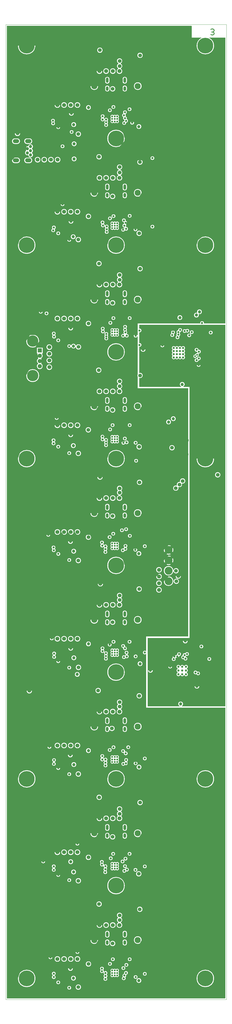
<source format=gbr>
%FSLAX33Y33*%
%MOMM*%
G04 EasyPC Gerber Version 16.0.6 Build 3249 *
%ADD94O,1.00000X1.70000*%
%ADD93O,1.00000X2.00000*%
%ADD137R,1.60000X1.60000*%
%ADD10C,0.12000*%
%ADD29C,0.30000*%
%ADD13C,0.70000*%
%ADD27C,0.80000*%
%ADD140C,1.10000*%
%ADD90C,1.20000*%
%ADD102C,1.40000*%
%ADD15C,1.50000*%
%ADD73C,1.60000*%
%ADD139C,2.30000*%
%ADD88C,3.00000*%
%ADD91O,2.40000X1.50000*%
%ADD138C,4.30000*%
%ADD98C,6.00000*%
X0Y0D02*
D02*
D10*
X2001Y2008D02*
X86001D01*
Y372808*
X2001*
Y2008*
X52150Y238998D02*
G75*
G02Y239702I1000J352D01*
G01*
Y254154*
G75*
G02X50690Y254450I-700J296*
G01*
G75*
G02X52150Y254746I760*
G01*
Y259200*
X75997*
G75*
G02X75990Y259300I753J100*
G01*
G75*
G02X77510I760*
G01*
G75*
G02X77503Y259200I-760J0*
G01*
X85500*
Y367800*
X79513*
G75*
G02X81360Y364800I-1513J-3000*
G01*
G75*
G02X74640I-3360*
G01*
G75*
G02X76487Y367800I3360*
G01*
X72750*
X72700Y367850*
Y372250*
X72650Y372300*
X2500*
Y2500*
X85450*
X85500Y2550*
Y112950*
X55400*
Y133338*
G75*
G02X54190Y133950I-450J613*
G01*
G75*
G02X55400Y134563I760*
G01*
Y140150*
X71300*
X71350Y140200*
Y158850*
X71250Y158750*
X61550*
X61600Y158800*
Y175150*
X61700Y175250*
X71350*
Y234500*
X52150*
Y238998*
X5440Y331400D02*
G75*
G02X7560I1060D01*
G01*
G75*
G02X5440I-1060*
G01*
X6375Y320040D02*
X5475D01*
G75*
G02Y322260J1110*
G01*
X6375*
G75*
G02Y320040J-1110*
G01*
Y327340D02*
X5475D01*
G75*
G02Y329560J1110*
G01*
X6375*
G75*
G02Y327340J-1110*
G01*
X6640Y10000D02*
G75*
G02X13360I3360D01*
G01*
G75*
G02X6640I-3360*
G01*
Y85900D02*
G75*
G02X13360I3360D01*
G01*
G75*
G02X6640I-3360*
G01*
Y207700D02*
G75*
G02X13360I3360D01*
G01*
G75*
G02X6640I-3360*
G01*
Y288900D02*
G75*
G02X13360I3360D01*
G01*
G75*
G02X6640I-3360*
G01*
Y364800D02*
G75*
G02X13360I3360D01*
G01*
G75*
G02X6640I-3360*
G01*
X9744Y324800D02*
G75*
G02X10524Y326527I531J800D01*
G01*
G75*
G02X11475Y327360I952J-127*
G01*
G75*
G02X12006Y325600J-960*
G01*
G75*
G02Y324000I-531J-800*
G01*
G75*
G02X11475Y322240I-531J-800*
G01*
G75*
G02X10524Y323073J960*
G01*
G75*
G02X9744Y324800I-248J927*
G01*
X9766Y239284D02*
G75*
G02X14786I2510D01*
G01*
G75*
G02X9766I-2510*
G01*
Y252416D02*
G75*
G02X14786I2510D01*
G01*
G75*
G02X9766I-2510*
G01*
X9940Y119400D02*
G75*
G02X12060I1060D01*
G01*
G75*
G02X9940I-1060*
G01*
X11025Y320040D02*
X10125D01*
G75*
G02Y322260J1110*
G01*
X11025*
G75*
G02Y320040J-1110*
G01*
Y327340D02*
X10125D01*
G75*
G02Y329560J1110*
G01*
X11025*
G75*
G02Y327340J-1110*
G01*
X14168Y247690D02*
X13808D01*
Y250010*
X16128*
Y247690*
X15768*
G75*
G02X15556Y245850I-800J-840*
G01*
G75*
G02Y243850I-588J-1000*
G01*
G75*
G02X14968Y241690I-588J-1000*
G01*
G75*
G02X14380Y243850J1160*
G01*
G75*
G02Y245850I588J1000*
G01*
G75*
G02X14168Y247690I588J1000*
G01*
X14590Y263550D02*
G75*
G02X16110I760D01*
G01*
G75*
G02X14590I-760*
G01*
X15250Y321400D02*
G75*
G02X13030I-1110D01*
G01*
G75*
G02X15250I1110*
G01*
X15540Y54500D02*
G75*
G02X17060I760D01*
G01*
G75*
G02X15540I-760*
G01*
X16790Y262950D02*
G75*
G02X18310I760D01*
G01*
G75*
G02X16790I-760*
G01*
X17440Y178700D02*
G75*
G02X18960I760D01*
G01*
G75*
G02X17440I-760*
G01*
X17790Y321400D02*
G75*
G02X15570I-1110D01*
G01*
G75*
G02X17790I1110*
G01*
X17890Y98050D02*
G75*
G02X19410I760D01*
G01*
G75*
G02X17890I-760*
G01*
X18265Y18025D02*
G75*
G02X19785I760D01*
G01*
G75*
G02X18265I-760*
G01*
X18600Y241380D02*
G75*
G02Y243600J1110D01*
G01*
G75*
G02Y241380J-1110*
G01*
Y243920D02*
G75*
G02Y246140J1110D01*
G01*
G75*
G02Y243920J-1110*
G01*
Y246460D02*
G75*
G02Y248680J1110D01*
G01*
G75*
G02Y246460J-1110*
G01*
Y249000D02*
G75*
G02Y251220J1110D01*
G01*
G75*
G02Y249000J-1110*
G01*
X18790Y139300D02*
G75*
G02X20310I760D01*
G01*
G75*
G02X18790I-760*
G01*
X19477Y335699D02*
G75*
G02X19240Y336250I523J551D01*
G01*
G75*
G02X20760I760*
G01*
G75*
G02X20573Y335751I-760*
G01*
G75*
G02X20810Y335200I-523J-551*
G01*
G75*
G02X19290I-760*
G01*
G75*
G02X19477Y335699I760*
G01*
X19728Y295213D02*
G75*
G02X19590Y295650I622J437D01*
G01*
G75*
G02X21110I760*
G01*
G75*
G02X20722Y294987I-760*
G01*
G75*
G02X20860Y294550I-622J-437*
G01*
G75*
G02X19340I-760*
G01*
G75*
G02X19728Y295213I760*
G01*
X19730Y173353D02*
G75*
G02X19440Y173950I470J597D01*
G01*
G75*
G02X20960I760*
G01*
G75*
G02X20770Y173447I-760*
G01*
G75*
G02X21060Y172850I-470J-597*
G01*
G75*
G02X19540I-760*
G01*
G75*
G02X19730Y173353I760*
G01*
X19734Y214100D02*
G75*
G02X19440Y214700I467J600D01*
G01*
G75*
G02X20960I760*
G01*
G75*
G02X20667Y214100I-760*
G01*
G75*
G02X20960Y213500I-467J-600*
G01*
G75*
G02X19440I-760*
G01*
G75*
G02X19734Y214100I760*
G01*
X19888Y254661D02*
G75*
G02X19540Y255300I412J639D01*
G01*
G75*
G02X21060I760*
G01*
G75*
G02X20812Y254739I-760*
G01*
G75*
G02X21160Y254100I-412J-639*
G01*
G75*
G02X19640I-760*
G01*
G75*
G02X19888Y254661I760*
G01*
X19951Y11175D02*
G75*
G02X19540Y11850I349J675D01*
G01*
G75*
G02X21060I760*
G01*
G75*
G02X20649Y11175I-760*
G01*
G75*
G02X21060Y10500I-349J-675*
G01*
G75*
G02X19540I-760*
G01*
G75*
G02X19951Y11175I760*
G01*
Y51975D02*
G75*
G02X19540Y52650I349J675D01*
G01*
G75*
G02X21060I760*
G01*
G75*
G02X20649Y51975I-760*
G01*
G75*
G02X21060Y51300I-349J-675*
G01*
G75*
G02X19540I-760*
G01*
G75*
G02X19951Y51975I760*
G01*
X20056Y132950D02*
G75*
G02X19690Y133600I394J650D01*
G01*
G75*
G02X21210I760*
G01*
G75*
G02X20844Y132950I-760*
G01*
G75*
G02X21210Y132300I-394J-650*
G01*
G75*
G02X19690I-760*
G01*
G75*
G02X20056Y132950I760*
G01*
X20149Y92333D02*
G75*
G02X19640Y93050I252J717D01*
G01*
G75*
G02X21160I760*
G01*
G75*
G02X20602Y92317I-760*
G01*
G75*
G02X21110Y91600I-252J-717*
G01*
G75*
G02X19590I-760*
G01*
G75*
G02X20149Y92333I760*
G01*
X20330Y321400D02*
G75*
G02X18110I-1110D01*
G01*
G75*
G02X20330I1110*
G01*
X20580Y17400D02*
G75*
G02X22800I1110D01*
G01*
G75*
G02X20580I-1110*
G01*
Y58000D02*
G75*
G02X22800I1110D01*
G01*
G75*
G02X20580I-1110*
G01*
Y98600D02*
G75*
G02X22800I1110D01*
G01*
G75*
G02X20580I-1110*
G01*
Y139200D02*
G75*
G02X22800I1110D01*
G01*
G75*
G02X20580I-1110*
G01*
Y179800D02*
G75*
G02X22800I1110D01*
G01*
G75*
G02X20580I-1110*
G01*
Y220400D02*
G75*
G02X22800I1110D01*
G01*
G75*
G02X20580I-1110*
G01*
Y261000D02*
G75*
G02X22800I1110D01*
G01*
G75*
G02X20580I-1110*
G01*
Y301600D02*
G75*
G02X22800I1110D01*
G01*
G75*
G02X20580I-1110*
G01*
Y342200D02*
G75*
G02X22800I1110D01*
G01*
G75*
G02X20580I-1110*
G01*
X20640Y223150D02*
G75*
G02X22160I760D01*
G01*
G75*
G02X20640I-760*
G01*
X21240Y8500D02*
G75*
G02X22760I760D01*
G01*
G75*
G02X21240I-760*
G01*
Y49350D02*
G75*
G02X22760I760D01*
G01*
G75*
G02X21240I-760*
G01*
Y90000D02*
G75*
G02X22760I760D01*
G01*
G75*
G02X21240I-760*
G01*
Y130650D02*
G75*
G02X22760I760D01*
G01*
G75*
G02X21240I-760*
G01*
Y212250D02*
G75*
G02X22760I760D01*
G01*
G75*
G02X21240I-760*
G01*
Y252700D02*
G75*
G02X22760I760D01*
G01*
G75*
G02X21240I-760*
G01*
Y293400D02*
G75*
G02X22760I760D01*
G01*
G75*
G02X21240I-760*
G01*
Y333750D02*
G75*
G02X22760I760D01*
G01*
G75*
G02X21240I-760*
G01*
X21290Y171450D02*
G75*
G02X22810I760D01*
G01*
G75*
G02X21290I-760*
G01*
X22870Y321400D02*
G75*
G02X20650I-1110D01*
G01*
G75*
G02X22870I1110*
G01*
X22890Y304450D02*
G75*
G02X24410I760D01*
G01*
G75*
G02X22890I-760*
G01*
Y326500D02*
G75*
G02X24410I760D01*
G01*
G75*
G02X22890I-760*
G01*
X23120Y17400D02*
G75*
G02X25340I1110D01*
G01*
G75*
G02X23120I-1110*
G01*
Y58000D02*
G75*
G02X25340I1110D01*
G01*
G75*
G02X23120I-1110*
G01*
Y98600D02*
G75*
G02X25340I1110D01*
G01*
G75*
G02X23120I-1110*
G01*
Y139200D02*
G75*
G02X25340I1110D01*
G01*
G75*
G02X23120I-1110*
G01*
Y179800D02*
G75*
G02X25340I1110D01*
G01*
G75*
G02X23120I-1110*
G01*
Y220400D02*
G75*
G02X25340I1110D01*
G01*
G75*
G02X23120I-1110*
G01*
Y261000D02*
G75*
G02X25340I1110D01*
G01*
G75*
G02X23120I-1110*
G01*
Y301600D02*
G75*
G02X25340I1110D01*
G01*
G75*
G02X23120I-1110*
G01*
Y342200D02*
G75*
G02X25340I1110D01*
G01*
G75*
G02X23120I-1110*
G01*
X25440Y6450D02*
G75*
G02X26960I760D01*
G01*
G75*
G02X25440I-760*
G01*
Y47400D02*
G75*
G02X26960I760D01*
G01*
G75*
G02X25440I-760*
G01*
Y87700D02*
G75*
G02X26960I760D01*
G01*
G75*
G02X25440I-760*
G01*
Y128200D02*
G75*
G02X26960I760D01*
G01*
G75*
G02X25440I-760*
G01*
Y169150D02*
G75*
G02X26960I760D01*
G01*
G75*
G02X25440I-760*
G01*
Y209800D02*
G75*
G02X26960I760D01*
G01*
G75*
G02X25440I-760*
G01*
Y290900D02*
G75*
G02X26960I760D01*
G01*
G75*
G02X25440I-760*
G01*
X25640Y95000D02*
G75*
G02X27560I960D01*
G01*
G75*
G02X25640I-960*
G01*
X25660Y17400D02*
G75*
G02X27880I1110D01*
G01*
G75*
G02X25660I-1110*
G01*
Y58000D02*
G75*
G02X27880I1110D01*
G01*
G75*
G02X25660I-1110*
G01*
Y98600D02*
G75*
G02X27880I1110D01*
G01*
G75*
G02X25660I-1110*
G01*
Y139200D02*
G75*
G02X27880I1110D01*
G01*
G75*
G02X25660I-1110*
G01*
Y179800D02*
G75*
G02X27880I1110D01*
G01*
G75*
G02X25660I-1110*
G01*
Y220400D02*
G75*
G02X27880I1110D01*
G01*
G75*
G02X25660I-1110*
G01*
Y261000D02*
G75*
G02X27880I1110D01*
G01*
G75*
G02X25660I-1110*
G01*
Y301600D02*
G75*
G02X27880I1110D01*
G01*
G75*
G02X25660I-1110*
G01*
Y342200D02*
G75*
G02X27880I1110D01*
G01*
G75*
G02X25660I-1110*
G01*
X25690Y13800D02*
G75*
G02X27610I960D01*
G01*
G75*
G02X25690I-960*
G01*
Y176200D02*
G75*
G02X27610I960D01*
G01*
G75*
G02X25690I-960*
G01*
X25790Y54400D02*
G75*
G02X27710I960D01*
G01*
G75*
G02X25790I-960*
G01*
Y135600D02*
G75*
G02X27710I960D01*
G01*
G75*
G02X25790I-960*
G01*
Y216800D02*
G75*
G02X27710I960D01*
G01*
G75*
G02X25790I-960*
G01*
Y257400D02*
G75*
G02X27710I960D01*
G01*
G75*
G02X25790I-960*
G01*
X25890Y298000D02*
G75*
G02X27810I960D01*
G01*
G75*
G02X25890I-960*
G01*
X26040Y339050D02*
G75*
G02X27960I960D01*
G01*
G75*
G02X26040I-960*
G01*
X26340Y331950D02*
G75*
G02X27860I760D01*
G01*
G75*
G02X26340I-760*
G01*
X26740Y292100D02*
G75*
G02X28660I960D01*
G01*
G75*
G02X26740I-960*
G01*
X26790Y212650D02*
G75*
G02X28710I960D01*
G01*
G75*
G02X26790I-960*
G01*
X26840Y10100D02*
G75*
G02X28760I960D01*
G01*
G75*
G02X26840I-960*
G01*
X26890Y50500D02*
G75*
G02X28810I960D01*
G01*
G75*
G02X26890I-960*
G01*
X26892Y250187D02*
G75*
G02X25440Y250500I-693J313D01*
G01*
G75*
G02X26892Y250813I760*
G01*
G75*
G02X28746Y250662I908J-313*
G01*
G75*
G02X30760Y250200I954J-462*
G01*
G75*
G02X28650Y250054I-1060*
G01*
G75*
G02X26892Y250187I-850J446*
G01*
X26940Y172500D02*
G75*
G02X28860I960D01*
G01*
G75*
G02X26940I-960*
G01*
Y334750D02*
G75*
G02X28860I960D01*
G01*
G75*
G02X26940I-960*
G01*
X26990Y91350D02*
G75*
G02X28910I960D01*
G01*
G75*
G02X26990I-960*
G01*
Y131950D02*
G75*
G02X28910I960D01*
G01*
G75*
G02X26990I-960*
G01*
X27090Y321700D02*
G75*
G02X29010I960D01*
G01*
G75*
G02X27090I-960*
G01*
Y327450D02*
G75*
G02X29010I960D01*
G01*
G75*
G02X27090I-960*
G01*
X28200Y17400D02*
G75*
G02X30420I1110D01*
G01*
G75*
G02X28200I-1110*
G01*
Y58000D02*
G75*
G02X30420I1110D01*
G01*
G75*
G02X28200I-1110*
G01*
Y98600D02*
G75*
G02X30420I1110D01*
G01*
G75*
G02X28200I-1110*
G01*
Y139200D02*
G75*
G02X30420I1110D01*
G01*
G75*
G02X28200I-1110*
G01*
Y179800D02*
G75*
G02X30420I1110D01*
G01*
G75*
G02X28200I-1110*
G01*
Y220400D02*
G75*
G02X30420I1110D01*
G01*
G75*
G02X28200I-1110*
G01*
Y261000D02*
G75*
G02X30420I1110D01*
G01*
G75*
G02X28200I-1110*
G01*
Y301600D02*
G75*
G02X30420I1110D01*
G01*
G75*
G02X28200I-1110*
G01*
Y342200D02*
G75*
G02X30420I1110D01*
G01*
G75*
G02X28200I-1110*
G01*
X28290Y125650D02*
G75*
G02X30210I960D01*
G01*
G75*
G02X28290I-960*
G01*
X28540Y20050D02*
G75*
G02X30060I760D01*
G01*
G75*
G02X28540I-760*
G01*
Y61250D02*
G75*
G02X30060I760D01*
G01*
G75*
G02X28540I-760*
G01*
X28590Y6700D02*
G75*
G02X30710I1060D01*
G01*
G75*
G02X28590I-1060*
G01*
Y47150D02*
G75*
G02X30710I1060D01*
G01*
G75*
G02X28590I-1060*
G01*
Y87750D02*
G75*
G02X30710I1060D01*
G01*
G75*
G02X28590I-1060*
G01*
Y168950D02*
G75*
G02X30710I1060D01*
G01*
G75*
G02X28590I-1060*
G01*
Y209700D02*
G75*
G02X30710I1060D01*
G01*
G75*
G02X28590I-1060*
G01*
Y291000D02*
G75*
G02X30710I1060D01*
G01*
G75*
G02X28590I-1060*
G01*
Y331150D02*
G75*
G02X30710I1060D01*
G01*
G75*
G02X28590I-1060*
G01*
X28640Y128300D02*
G75*
G02X30760I1060D01*
G01*
G75*
G02X28640I-1060*
G01*
X32390Y218650D02*
G75*
G02X34510I1060D01*
G01*
G75*
G02X32390I-1060*
G01*
X32440Y15500D02*
G75*
G02X34560I1060D01*
G01*
G75*
G02X32440I-1060*
G01*
Y56050D02*
G75*
G02X34560I1060D01*
G01*
G75*
G02X32440I-1060*
G01*
Y177850D02*
G75*
G02X34560I1060D01*
G01*
G75*
G02X32440I-1060*
G01*
Y259100D02*
G75*
G02X34560I1060D01*
G01*
G75*
G02X32440I-1060*
G01*
Y299850D02*
G75*
G02X34560I1060D01*
G01*
G75*
G02X32440I-1060*
G01*
X32540Y96650D02*
G75*
G02X34460I960D01*
G01*
G75*
G02X32540I-960*
G01*
Y137250D02*
G75*
G02X34460I960D01*
G01*
G75*
G02X32540I-960*
G01*
Y341250D02*
G75*
G02X34460I960D01*
G01*
G75*
G02X32540I-960*
G01*
X36140Y119500D02*
G75*
G02X38260I1060D01*
G01*
G75*
G02X36140I-1060*
G01*
X36340Y241350D02*
G75*
G02X38460I1060D01*
G01*
G75*
G02X36340I-1060*
G01*
X36440Y281900D02*
G75*
G02X38560I1060D01*
G01*
G75*
G02X36440I-1060*
G01*
X36490Y38300D02*
G75*
G02X38610I1060D01*
G01*
G75*
G02X36490I-1060*
G01*
Y322500D02*
G75*
G02X38610I1060D01*
G01*
G75*
G02X36490I-1060*
G01*
X36540Y78900D02*
G75*
G02X38660I1060D01*
G01*
G75*
G02X36540I-1060*
G01*
X36790Y363050D02*
G75*
G02X38910I1060D01*
G01*
G75*
G02X36790I-1060*
G01*
X36840Y200700D02*
G75*
G02X38960I1060D01*
G01*
G75*
G02X36840I-1060*
G01*
X36990Y160100D02*
G75*
G02X39110I1060D01*
G01*
G75*
G02X36990I-1060*
G01*
X37235Y24595D02*
G75*
G02X34215I-1510D01*
G01*
G75*
G02X37235I1510*
G01*
Y65195D02*
G75*
G02X34215I-1510D01*
G01*
G75*
G02X37235I1510*
G01*
Y105795D02*
G75*
G02X34215I-1510D01*
G01*
G75*
G02X37235I1510*
G01*
Y146395D02*
G75*
G02X34215I-1510D01*
G01*
G75*
G02X37235I1510*
G01*
Y186995D02*
G75*
G02X34215I-1510D01*
G01*
G75*
G02X37235I1510*
G01*
Y227595D02*
G75*
G02X34215I-1510D01*
G01*
G75*
G02X37235I1510*
G01*
Y268195D02*
G75*
G02X34215I-1510D01*
G01*
G75*
G02X37235I1510*
G01*
Y308795D02*
G75*
G02X34215I-1510D01*
G01*
G75*
G02X37235I1510*
G01*
Y349395D02*
G75*
G02X34215I-1510D01*
G01*
G75*
G02X37235I1510*
G01*
X38077Y53799D02*
G75*
G02X37840Y54350I523J551D01*
G01*
G75*
G02X39360I760*
G01*
G75*
G02X39173Y53851I-760*
G01*
G75*
G02X39410Y53300I-523J-551*
G01*
G75*
G02X39407Y53232I-760J0*
G01*
G75*
G02X40710Y52700I543J-532*
G01*
G75*
G02X40417Y52100I-760*
G01*
G75*
G02X40448Y50926I-467J-600*
G01*
G75*
G02X40660Y50400I-548J-526*
G01*
G75*
G02X39140I-760*
G01*
G75*
G02X39402Y50974I760J0*
G01*
G75*
G02X39484Y52100I548J526*
G01*
G75*
G02X39190Y52700I467J600*
G01*
G75*
G02X39193Y52768I760J0*
G01*
G75*
G02X38077Y53799I-543J532*
G01*
X38078Y13250D02*
G75*
G02X37890Y13750I572J500D01*
G01*
G75*
G02X39410I760*
G01*
G75*
G02X39222Y13250I-760*
G01*
G75*
G02X39380Y12540I-572J-500*
G01*
G75*
G02X40760Y12100I620J-440*
G01*
G75*
G02X40497Y11525I-760*
G01*
G75*
G02X40471Y10353I-497J-575*
G01*
G75*
G02X40710Y9800I-521J-553*
G01*
G75*
G02X39190I-760*
G01*
G75*
G02X39479Y10397I760J0*
G01*
G75*
G02X39503Y11525I521J553*
G01*
G75*
G02X39270Y12310I497J575*
G01*
G75*
G02X37890Y12750I-620J440*
G01*
G75*
G02X38078Y13250I760J0*
G01*
X38238Y175161D02*
G75*
G02X37890Y175800I412J639D01*
G01*
G75*
G02X39410I760*
G01*
G75*
G02X39162Y175239I-760*
G01*
G75*
G02X39456Y174881I-412J-639*
G01*
G75*
G02X40550Y173825I544J-531*
G01*
G75*
G02X40498Y172726I-550J-525*
G01*
G75*
G02X40710Y172200I-548J-526*
G01*
G75*
G02X39190I-760*
G01*
G75*
G02X39452Y172774I760J0*
G01*
G75*
G02X39451Y173825I548J526*
G01*
G75*
G02X39294Y174069I550J525*
G01*
G75*
G02X37990Y174600I-544J531*
G01*
G75*
G02X38238Y175161I760*
G01*
X38301Y135025D02*
G75*
G02X38090Y135550I550J525D01*
G01*
G75*
G02X39610I760*
G01*
G75*
G02X39400Y135025I-760*
G01*
G75*
G02X39610Y134500I-550J-525*
G01*
G75*
G02X38090I-760*
G01*
G75*
G02X38301Y135025I760*
G01*
X38352Y215526D02*
G75*
G02X38090Y216100I498J574D01*
G01*
G75*
G02X39610I760*
G01*
G75*
G02X39398Y215574I-760*
G01*
G75*
G02X39608Y215276I-498J-574*
G01*
G75*
G02X40960Y214800I592J-477*
G01*
G75*
G02X40772Y214300I-760*
G01*
G75*
G02Y213300I-572J-500*
G01*
G75*
G02X40960Y212800I-572J-500*
G01*
G75*
G02X39440I-760*
G01*
G75*
G02X39628Y213300I760J0*
G01*
G75*
G02Y214300I572J500*
G01*
G75*
G02X39492Y214524I572J500*
G01*
G75*
G02X38140Y215000I-592J477*
G01*
G75*
G02X38352Y215526I760*
G01*
X38356Y93950D02*
G75*
G02X37990Y94600I394J650D01*
G01*
G75*
G02X39510I760*
G01*
G75*
G02X39144Y93950I-760*
G01*
G75*
G02X39392Y93706I-394J-650*
G01*
G75*
G02X40760Y93250I608J-456*
G01*
G75*
G02X40497Y92675I-760*
G01*
G75*
G02X40525Y91550I-497J-575*
G01*
G75*
G02X40760Y91000I-524J-550*
G01*
G75*
G02X39240I-760*
G01*
G75*
G02X39476Y91550I760*
G01*
G75*
G02X39503Y92675I524J550*
G01*
G75*
G02X39358Y92844I497J575*
G01*
G75*
G02X37990Y93300I-608J456*
G01*
G75*
G02X38356Y93950I760*
G01*
X38438Y296912D02*
G75*
G02X38090Y297550I412J639D01*
G01*
G75*
G02X39610I760*
G01*
G75*
G02X39412Y297039I-760*
G01*
G75*
G02X39754Y296306I-412J-639*
G01*
G75*
G02X41210Y296000I696J-306*
G01*
G75*
G02X41000Y295475I-760*
G01*
G75*
G02Y294425I-550J-525*
G01*
G75*
G02X41210Y293900I-550J-525*
G01*
G75*
G02X39690I-760*
G01*
G75*
G02X39901Y294425I760*
G01*
G75*
G02Y295475I550J525*
G01*
G75*
G02X39696Y296095I549J525*
G01*
G75*
G02X38240Y296400I-696J306*
G01*
G75*
G02X38438Y296912I760*
G01*
X38452Y256576D02*
G75*
G02X38190Y257150I498J574D01*
G01*
G75*
G02X39710I760*
G01*
G75*
G02X39498Y256624I-760*
G01*
G75*
G02X39760Y256050I-498J-574*
G01*
G75*
G02X38240I-760*
G01*
G75*
G02X38452Y256576I760*
G01*
X38468Y337325D02*
G75*
G02X38140Y337950I432J625D01*
G01*
G75*
G02X39660I760*
G01*
G75*
G02X39332Y337325I-760*
G01*
G75*
G02X39588Y337023I-432J-625*
G01*
G75*
G02X41010Y336650I662J-373*
G01*
G75*
G02X40822Y336150I-760*
G01*
G75*
G02X40800Y335125I-572J-500*
G01*
G75*
G02X41010Y334600I-550J-525*
G01*
G75*
G02X39490I-760*
G01*
G75*
G02X39701Y335125I760*
G01*
G75*
G02X39678Y336150I550J525*
G01*
G75*
G02X39562Y336327I572J500*
G01*
G75*
G02X38140Y336700I-662J373*
G01*
G75*
G02X38468Y337325I760*
G01*
X38800Y30300D02*
G75*
G02X36580I-1110D01*
G01*
G75*
G02X38800I1110*
G01*
Y70900D02*
G75*
G02X36580I-1110D01*
G01*
G75*
G02X38800I1110*
G01*
Y111500D02*
G75*
G02X36580I-1110D01*
G01*
G75*
G02X38800I1110*
G01*
Y152100D02*
G75*
G02X36580I-1110D01*
G01*
G75*
G02X38800I1110*
G01*
Y192700D02*
G75*
G02X36580I-1110D01*
G01*
G75*
G02X38800I1110*
G01*
Y233300D02*
G75*
G02X36580I-1110D01*
G01*
G75*
G02X38800I1110*
G01*
Y273900D02*
G75*
G02X36580I-1110D01*
G01*
G75*
G02X38800I1110*
G01*
Y314500D02*
G75*
G02X36580I-1110D01*
G01*
G75*
G02X38800I1110*
G01*
Y355100D02*
G75*
G02X36580I-1110D01*
G01*
G75*
G02X38800I1110*
G01*
X39601Y132125D02*
G75*
G02Y133175I550J525D01*
G01*
G75*
G02X39390Y133700I550J525*
G01*
G75*
G02X40910I760*
G01*
G75*
G02X40700Y133175I-760*
G01*
G75*
G02Y132125I-550J-525*
G01*
G75*
G02X40910Y131600I-550J-525*
G01*
G75*
G02X39390I-760*
G01*
G75*
G02X39601Y132125I760*
G01*
X39670Y253825D02*
G75*
G02X39688Y254700I630J425D01*
G01*
G75*
G02X39540Y255150I613J450*
G01*
G75*
G02X41060I760*
G01*
G75*
G02X40913Y254700I-760J0*
G01*
G75*
G02X40930Y253825I-613J-450*
G01*
G75*
G02X41060Y253400I-630J-425*
G01*
G75*
G02X39540I-760*
G01*
G75*
G02X39670Y253825I760J0*
G01*
X40640Y45300D02*
G75*
G02X47360I3360D01*
G01*
G75*
G02X40640I-3360*
G01*
Y85900D02*
G75*
G02X47360I3360D01*
G01*
G75*
G02X40640I-3360*
G01*
Y126500D02*
G75*
G02X47360I3360D01*
G01*
G75*
G02X40640I-3360*
G01*
Y167100D02*
G75*
G02X47360I3360D01*
G01*
G75*
G02X40640I-3360*
G01*
Y207700D02*
G75*
G02X47360I3360D01*
G01*
G75*
G02X40640I-3360*
G01*
Y248300D02*
G75*
G02X47360I3360D01*
G01*
G75*
G02X40640I-3360*
G01*
Y288900D02*
G75*
G02X47360I3360D01*
G01*
G75*
G02X40640I-3360*
G01*
Y329500D02*
G75*
G02X47360I3360D01*
G01*
G75*
G02X40640I-3360*
G01*
X40790Y177850D02*
G75*
G02X42310I760D01*
G01*
G75*
G02X40790I-760*
G01*
X40840Y96900D02*
G75*
G02X42360I760D01*
G01*
G75*
G02X40840I-760*
G01*
Y136950D02*
G75*
G02X42360I760D01*
G01*
G75*
G02X40840I-760*
G01*
X40890Y340200D02*
G75*
G02X42410I760D01*
G01*
G75*
G02X40890I-760*
G01*
X40940Y15550D02*
G75*
G02X42460I760D01*
G01*
G75*
G02X40940I-760*
G01*
Y299100D02*
G75*
G02X42460I760D01*
G01*
G75*
G02X40940I-760*
G01*
X40990Y218800D02*
G75*
G02X42510I760D01*
G01*
G75*
G02X40990I-760*
G01*
X41090Y259350D02*
G75*
G02X42610I760D01*
G01*
G75*
G02X41090I-760*
G01*
X41240Y55700D02*
G75*
G02X42760I760D01*
G01*
G75*
G02X41240I-760*
G01*
X41340Y30300D02*
G75*
G02X39120I-1110D01*
G01*
G75*
G02X41340I1110*
G01*
Y70900D02*
G75*
G02X39120I-1110D01*
G01*
G75*
G02X41340I1110*
G01*
Y111500D02*
G75*
G02X39120I-1110D01*
G01*
G75*
G02X41340I1110*
G01*
Y152100D02*
G75*
G02X39120I-1110D01*
G01*
G75*
G02X41340I1110*
G01*
Y192700D02*
G75*
G02X39120I-1110D01*
G01*
G75*
G02X41340I1110*
G01*
Y233300D02*
G75*
G02X39120I-1110D01*
G01*
G75*
G02X41340I1110*
G01*
Y273900D02*
G75*
G02X39120I-1110D01*
G01*
G75*
G02X41340I1110*
G01*
Y314500D02*
G75*
G02X39120I-1110D01*
G01*
G75*
G02X41340I1110*
G01*
Y355100D02*
G75*
G02X39120I-1110D01*
G01*
G75*
G02X41340I1110*
G01*
X41480Y105528D02*
G75*
G02X43510Y105100I970J-428D01*
G01*
G75*
G02X41535Y104565I-1060*
G01*
Y104525*
G75*
G02X39815I-860*
G01*
Y105225*
G75*
G02X41480Y105528I860*
G01*
X41535Y24025D02*
Y23325D01*
G75*
G02X39815I-860*
G01*
Y24025*
G75*
G02X41535I860*
G01*
Y27325D02*
Y26325D01*
G75*
G02X39815I-860*
G01*
Y27325*
G75*
G02X41535I860*
G01*
Y64625D02*
Y63925D01*
G75*
G02X39815I-860*
G01*
Y64625*
G75*
G02X41535I860*
G01*
Y67925D02*
Y66925D01*
G75*
G02X39815I-860*
G01*
Y67925*
G75*
G02X41535I860*
G01*
Y108525D02*
Y107525D01*
G75*
G02X39815I-860*
G01*
Y108525*
G75*
G02X41535I860*
G01*
Y145825D02*
Y145125D01*
G75*
G02X39815I-860*
G01*
Y145825*
G75*
G02X41535I860*
G01*
Y149125D02*
Y148125D01*
G75*
G02X39815I-860*
G01*
Y149125*
G75*
G02X41535I860*
G01*
Y186425D02*
Y185725D01*
G75*
G02X39815I-860*
G01*
Y186425*
G75*
G02X41535I860*
G01*
Y189725D02*
Y188725D01*
G75*
G02X39815I-860*
G01*
Y189725*
G75*
G02X41535I860*
G01*
Y227025D02*
Y226325D01*
G75*
G02X39815I-860*
G01*
Y227025*
G75*
G02X41535I860*
G01*
Y230325D02*
Y229325D01*
G75*
G02X39815I-860*
G01*
Y230325*
G75*
G02X41535I860*
G01*
Y267625D02*
Y266925D01*
G75*
G02X39815I-860*
G01*
Y267625*
G75*
G02X41535I860*
G01*
Y270925D02*
Y269925D01*
G75*
G02X39815I-860*
G01*
Y270925*
G75*
G02X41535I860*
G01*
Y308225D02*
Y307525D01*
G75*
G02X39815I-860*
G01*
Y308225*
G75*
G02X41535I860*
G01*
Y311525D02*
Y310525D01*
G75*
G02X39815I-860*
G01*
Y311525*
G75*
G02X41535I860*
G01*
Y348825D02*
Y348125D01*
G75*
G02X39815I-860*
G01*
Y348825*
G75*
G02X41535I860*
G01*
Y352125D02*
Y351125D01*
G75*
G02X39815I-860*
G01*
Y352125*
G75*
G02X41535I860*
G01*
X41640Y23300D02*
G75*
G02X43760I1060D01*
G01*
G75*
G02X41640I-1060*
G01*
Y63850D02*
G75*
G02X43760I1060D01*
G01*
G75*
G02X41640I-1060*
G01*
Y145500D02*
G75*
G02X43760I1060D01*
G01*
G75*
G02X41640I-1060*
G01*
Y185850D02*
G75*
G02X43760I1060D01*
G01*
G75*
G02X41640I-1060*
G01*
Y226200D02*
G75*
G02X43760I1060D01*
G01*
G75*
G02X41640I-1060*
G01*
Y266950D02*
G75*
G02X43760I1060D01*
G01*
G75*
G02X41640I-1060*
G01*
Y307450D02*
G75*
G02X43760I1060D01*
G01*
G75*
G02X41640I-1060*
G01*
Y348350D02*
G75*
G02X43760I1060D01*
G01*
G75*
G02X41640I-1060*
G01*
X41940Y220450D02*
G75*
G02X43460I760D01*
G01*
G75*
G02X41940I-760*
G01*
X42022Y11625D02*
G75*
G02Y12575I528J475D01*
G01*
G75*
G02X43025Y13578I528J475*
G01*
G75*
G02X43975I475J-528*
G01*
G75*
G02X44978Y12575I475J-528*
G01*
G75*
G02Y11625I-528J-475*
G01*
G75*
G02X43975Y10622I-528J-475*
G01*
G75*
G02X43025I-475J528*
G01*
G75*
G02X42022Y11625I-475J528*
G01*
Y52225D02*
G75*
G02Y53175I528J475D01*
G01*
G75*
G02X43025Y54178I528J475*
G01*
G75*
G02X43975I475J-528*
G01*
G75*
G02X44978Y53175I475J-528*
G01*
G75*
G02Y52225I-528J-475*
G01*
G75*
G02X43975Y51222I-528J-475*
G01*
G75*
G02X43025I-475J528*
G01*
G75*
G02X42022Y52225I-475J528*
G01*
Y92825D02*
G75*
G02Y93775I528J475D01*
G01*
G75*
G02X43025Y94778I528J475*
G01*
G75*
G02X43975I475J-528*
G01*
G75*
G02X44978Y93775I475J-528*
G01*
G75*
G02Y92825I-528J-475*
G01*
G75*
G02X43975Y91822I-528J-475*
G01*
G75*
G02X43025I-475J528*
G01*
G75*
G02X42022Y92825I-475J528*
G01*
Y133425D02*
G75*
G02Y134375I528J475D01*
G01*
G75*
G02X43025Y135378I528J475*
G01*
G75*
G02X43975I475J-528*
G01*
G75*
G02X44978Y134375I475J-528*
G01*
G75*
G02Y133425I-528J-475*
G01*
G75*
G02X43975Y132422I-528J-475*
G01*
G75*
G02X43025I-475J528*
G01*
G75*
G02X42022Y133425I-475J528*
G01*
Y174025D02*
G75*
G02Y174975I528J475D01*
G01*
G75*
G02X43025Y175978I528J475*
G01*
G75*
G02X43975I475J-528*
G01*
G75*
G02X44978Y174975I475J-528*
G01*
G75*
G02Y174025I-528J-475*
G01*
G75*
G02X43975Y173022I-528J-475*
G01*
G75*
G02X43025I-475J528*
G01*
G75*
G02X42022Y174025I-475J528*
G01*
Y214625D02*
G75*
G02Y215575I528J475D01*
G01*
G75*
G02X43025Y216578I528J475*
G01*
G75*
G02X43975I475J-528*
G01*
G75*
G02X44978Y215575I475J-528*
G01*
G75*
G02Y214625I-528J-475*
G01*
G75*
G02X43975Y213622I-528J-475*
G01*
G75*
G02X43025I-475J528*
G01*
G75*
G02X42022Y214625I-475J528*
G01*
Y255225D02*
G75*
G02Y256175I528J475D01*
G01*
G75*
G02X43025Y257178I528J475*
G01*
G75*
G02X43975I475J-528*
G01*
G75*
G02X44978Y256175I475J-528*
G01*
G75*
G02Y255225I-528J-475*
G01*
G75*
G02X43975Y254222I-528J-475*
G01*
G75*
G02X43025I-475J528*
G01*
G75*
G02X42022Y255225I-475J528*
G01*
Y295825D02*
G75*
G02Y296775I528J475D01*
G01*
G75*
G02X43025Y297778I528J475*
G01*
G75*
G02X43975I475J-528*
G01*
G75*
G02X44978Y296775I475J-528*
G01*
G75*
G02Y295825I-528J-475*
G01*
G75*
G02X43975Y294822I-528J-475*
G01*
G75*
G02X43025I-475J528*
G01*
G75*
G02X42022Y295825I-475J528*
G01*
Y336425D02*
G75*
G02Y337375I528J475D01*
G01*
G75*
G02X43025Y338378I528J475*
G01*
G75*
G02X43975I475J-528*
G01*
G75*
G02X44978Y337375I475J-528*
G01*
G75*
G02Y336425I-528J-475*
G01*
G75*
G02X43975Y335422I-528J-475*
G01*
G75*
G02X43025I-475J528*
G01*
G75*
G02X42022Y336425I-475J528*
G01*
X42040Y17300D02*
G75*
G02X43560I760D01*
G01*
G75*
G02X42040I-760*
G01*
X42140Y57400D02*
G75*
G02X43660I760D01*
G01*
G75*
G02X42140I-760*
G01*
X42190Y179150D02*
G75*
G02X43710I760D01*
G01*
G75*
G02X42190I-760*
G01*
X42240Y261150D02*
G75*
G02X43760I760D01*
G01*
G75*
G02X42240I-760*
G01*
Y341450D02*
G75*
G02X43760I760D01*
G01*
G75*
G02X42240I-760*
G01*
X42290Y97950D02*
G75*
G02X43810I760D01*
G01*
G75*
G02X42290I-760*
G01*
Y138050D02*
G75*
G02X43810I760D01*
G01*
G75*
G02X42290I-760*
G01*
Y299950D02*
G75*
G02X43810I760D01*
G01*
G75*
G02X42290I-760*
G01*
X43880Y30300D02*
G75*
G02X41660I-1110D01*
G01*
G75*
G02X43880I1110*
G01*
Y70900D02*
G75*
G02X41660I-1110D01*
G01*
G75*
G02X43880I1110*
G01*
Y111500D02*
G75*
G02X41660I-1110D01*
G01*
G75*
G02X43880I1110*
G01*
Y152100D02*
G75*
G02X41660I-1110D01*
G01*
G75*
G02X43880I1110*
G01*
Y192700D02*
G75*
G02X41660I-1110D01*
G01*
G75*
G02X43880I1110*
G01*
Y233300D02*
G75*
G02X41660I-1110D01*
G01*
G75*
G02X43880I1110*
G01*
Y273900D02*
G75*
G02X41660I-1110D01*
G01*
G75*
G02X43880I1110*
G01*
Y314500D02*
G75*
G02X41660I-1110D01*
G01*
G75*
G02X43880I1110*
G01*
Y355100D02*
G75*
G02X41660I-1110D01*
G01*
G75*
G02X43880I1110*
G01*
X44655Y195600D02*
G75*
G02X44290Y196400I695J800D01*
G01*
G75*
G02X46410I1060*
G01*
G75*
G02X46045Y195600I-1060*
G01*
G75*
G02X45603Y193771I-695J-800*
G01*
G75*
G02X46420Y192700I-293J-1071*
G01*
G75*
G02X44200I-1110*
G01*
G75*
G02X45058Y193781I1110*
G01*
G75*
G02X44655Y195600I292J1019*
G01*
X44657Y71798D02*
G75*
G02X44832Y73525I693J802D01*
G01*
G75*
G02X44290Y74450I518J925*
G01*
G75*
G02X46410I1060*
G01*
G75*
G02X45868Y73525I-1060*
G01*
G75*
G02X46004Y71766I-518J-925*
G01*
G75*
G02X46420Y70900I-694J-866*
G01*
G75*
G02X44200I-1110*
G01*
G75*
G02X44657Y71798I1110*
G01*
X44717Y114250D02*
G75*
G02X44290Y115100I633J850D01*
G01*
G75*
G02X46410I1060*
G01*
G75*
G02X45983Y114250I-1060*
G01*
G75*
G02X45854Y112468I-633J-850*
G01*
G75*
G02X46420Y111500I-544J-968*
G01*
G75*
G02X44200I-1110*
G01*
G75*
G02X44807Y112490I1110J0*
G01*
G75*
G02X44717Y114250I543J910*
G01*
Y154800D02*
G75*
G02X44290Y155650I633J850D01*
G01*
G75*
G02X46410I1060*
G01*
G75*
G02X45983Y154800I-1060*
G01*
G75*
G02X45897Y153042I-633J-850*
G01*
G75*
G02X46420Y152100I-587J-942*
G01*
G75*
G02X44200I-1110*
G01*
G75*
G02X44764Y153067I1110J0*
G01*
G75*
G02X44717Y154800I586J883*
G01*
X44752Y33125D02*
G75*
G02X44290Y34000I598J875D01*
G01*
G75*
G02X46410I1060*
G01*
G75*
G02X45948Y33125I-1060*
G01*
G75*
G02X45806Y31293I-598J-875*
G01*
G75*
G02X46420Y30300I-496J-993*
G01*
G75*
G02X44200I-1110*
G01*
G75*
G02X44855Y31313I1110*
G01*
G75*
G02X44752Y33125I495J937*
G01*
X44764Y274867D02*
G75*
G02X44790Y276650I586J883D01*
G01*
G75*
G02X44290Y277550I560J900*
G01*
G75*
G02X46410I1060*
G01*
G75*
G02X45910Y276650I-1060*
G01*
G75*
G02X45897Y274842I-560J-900*
G01*
G75*
G02X46420Y273900I-587J-942*
G01*
G75*
G02X44200I-1110*
G01*
G75*
G02X44764Y274867I1110J0*
G01*
X44807Y356090D02*
G75*
G02X44934Y357975I543J910D01*
G01*
G75*
G02X44290Y358950I416J975*
G01*
G75*
G02X46410I1060*
G01*
G75*
G02X45766Y357975I-1060*
G01*
G75*
G02X45854Y356068I-416J-975*
G01*
G75*
G02X46420Y355100I-544J-968*
G01*
G75*
G02X44200I-1110*
G01*
G75*
G02X44807Y356090I1110J0*
G01*
X44832Y236175D02*
G75*
G02X44290Y237100I518J925D01*
G01*
G75*
G02X46410I1060*
G01*
G75*
G02X45868Y236175I-1060*
G01*
G75*
G02X45806Y234293I-518J-925*
G01*
G75*
G02X46420Y233300I-496J-993*
G01*
G75*
G02X44200I-1110*
G01*
G75*
G02X44855Y234313I1110*
G01*
G75*
G02X44832Y236175I495J937*
G01*
X44910Y315536D02*
G75*
G02X45205Y317550I440J964D01*
G01*
G75*
G02X44290Y318600I145J1050*
G01*
G75*
G02X46410I1060*
G01*
G75*
G02X45495Y317550I-1060*
G01*
G75*
G02X45751Y315519I-145J-1050*
G01*
G75*
G02X46420Y314500I-441J-1019*
G01*
G75*
G02X44200I-1110*
G01*
G75*
G02X44910Y315536I1110*
G01*
X45490Y180450D02*
G75*
G02X47010I760D01*
G01*
G75*
G02X45490I-760*
G01*
X45740Y54500D02*
G75*
G02X47260I760D01*
G01*
G75*
G02X45740I-760*
G01*
X46040Y13950D02*
G75*
G02X47560I760D01*
G01*
G75*
G02X46040I-760*
G01*
X46554Y10699D02*
G75*
G02X47082Y11851I646J401D01*
G01*
G75*
G02X47040Y12100I718J249*
G01*
G75*
G02X48560I760*
G01*
G75*
G02X47918Y11349I-760*
G01*
G75*
G02X47596Y10451I-718J-249*
G01*
G75*
G02X47710Y10050I-646J-401*
G01*
G75*
G02X46190I-760*
G01*
G75*
G02X46554Y10699I760*
G01*
X46590Y215350D02*
G75*
G02X48110I760D01*
G01*
G75*
G02X46590I-760*
G01*
X46653Y135691D02*
G75*
G02X45940Y136450I47J759D01*
G01*
G75*
G02X47460I760*
G01*
G75*
G02X47447Y136309I-760J0*
G01*
G75*
G02X48160Y135550I-47J-759*
G01*
G75*
G02X46640I-760*
G01*
G75*
G02X46653Y135691I760J0*
G01*
X46744Y337584D02*
G75*
G02X46770Y339025I256J716D01*
G01*
G75*
G02X46640Y339450I630J426*
G01*
G75*
G02X48160I760*
G01*
G75*
G02X47630Y338726I-760*
G01*
G75*
G02X47656Y337916I-630J-426*
G01*
G75*
G02X48105Y336916I-256J-716*
G01*
G75*
G02X47855Y335440I-255J-716*
G01*
G75*
G02X47860Y335350I-755J-90*
G01*
G75*
G02X46340I-760*
G01*
G75*
G02X47095Y336110I760*
G01*
G75*
G02X47090Y336200I755J90*
G01*
G75*
G02X47145Y336484I760J0*
G01*
G75*
G02X46744Y337584I255J716*
G01*
X46824Y173576D02*
G75*
G02X47079Y173947I726J-226D01*
G01*
G75*
G02X46840Y174500I521J553*
G01*
G75*
G02X48360I760*
G01*
G75*
G02X48071Y173903I-760*
G01*
G75*
G02X47326Y172624I-521J-553*
G01*
G75*
G02X45840Y172850I-726J226*
G01*
G75*
G02X46824Y173576I760*
G01*
X46840Y55550D02*
G75*
G02X48360I760D01*
G01*
G75*
G02X46840I-760*
G01*
X46926Y257300D02*
G75*
G02X46690Y257850I524J550D01*
G01*
G75*
G02X48210I760*
G01*
G75*
G02X47975Y257300I-760*
G01*
G75*
G02X48045Y256277I-524J-550*
G01*
G75*
G02X48130Y255209I-495J-577*
G01*
G75*
G02X48860Y254450I-30J-759*
G01*
G75*
G02X47400Y254154I-760*
G01*
G75*
G02X45940Y254450I-700J296*
G01*
G75*
G02X47059Y255120I760*
G01*
G75*
G02X46955Y256173I491J580*
G01*
G75*
G02X46926Y257300I495J577*
G01*
X46963Y95787D02*
G75*
G02X45940Y96500I-263J713D01*
G01*
G75*
G02X47460I760*
G01*
G75*
G02X47437Y96313I-760*
G01*
G75*
G02X48460Y95600I263J-713*
G01*
G75*
G02X46940I-760*
G01*
G75*
G02X46963Y95787I760*
G01*
X46964Y297591D02*
G75*
G02X46240Y298350I36J759D01*
G01*
G75*
G02X47760I760*
G01*
G75*
G02X47736Y298159I-760J0*
G01*
G75*
G02X47825Y296650I-36J-759*
G01*
G75*
G02X47766Y295855I-675J-350*
G01*
G75*
G02X48610Y295100I84J-755*
G01*
G75*
G02X47410Y294480I-760*
G01*
G75*
G02X45940Y294750I-710J270*
G01*
G75*
G02X47140Y295370I760*
G01*
G75*
G02X47234Y295545I710J-270*
G01*
G75*
G02X47026Y297050I-84J755*
G01*
G75*
G02X46964Y297591I674J350*
G01*
X47090Y180850D02*
G75*
G02X48610I760D01*
G01*
G75*
G02X47090I-760*
G01*
X47151Y92246D02*
G75*
G02X47394Y92492I649J-396D01*
G01*
G75*
G02X47090Y93100I456J608*
G01*
G75*
G02X48610I760*
G01*
G75*
G02X48256Y92458I-760*
G01*
G75*
G02X47399Y91204I-456J-608*
G01*
G75*
G02X45990Y91600I-649J396*
G01*
G75*
G02X47151Y92246I760*
G01*
X47190Y15150D02*
G75*
G02X48710I760D01*
G01*
G75*
G02X47190I-760*
G01*
X47358Y214215D02*
G75*
G02X48810Y213900I692J-315D01*
G01*
G75*
G02X47492Y213385I-760*
G01*
G75*
G02X46040Y213700I-692J315*
G01*
G75*
G02X47358Y214215I760*
G01*
X47418Y132835D02*
G75*
G02X47759Y133179I682J-335D01*
G01*
G75*
G02X47240Y133900I241J721*
G01*
G75*
G02X48760I760*
G01*
G75*
G02X48341Y133221I-760*
G01*
G75*
G02X48860Y132500I-241J-721*
G01*
G75*
G02X47682Y131865I-760*
G01*
G75*
G02X46240Y132200I-682J335*
G01*
G75*
G02X47418Y132835I760*
G01*
X47420Y51611D02*
G75*
G02X47671Y51990I730J-211D01*
G01*
G75*
G02X46640Y52700I-271J710*
G01*
G75*
G02X48160I760*
G01*
G75*
G02X47879Y52110I-760*
G01*
G75*
G02X48910Y51400I271J-710*
G01*
G75*
G02X47880Y50690I-760*
G01*
G75*
G02X46390Y50900I-730J211*
G01*
G75*
G02X47420Y51611I760*
G01*
X47890Y97950D02*
G75*
G02X49410I760D01*
G01*
G75*
G02X47890I-760*
G01*
X48185Y24025D02*
Y23325D01*
G75*
G02X46465I-860*
G01*
Y24025*
G75*
G02X48185I860*
G01*
Y27325D02*
Y26325D01*
G75*
G02X46465I-860*
G01*
Y27325*
G75*
G02X48185I860*
G01*
Y64625D02*
Y63925D01*
G75*
G02X46465I-860*
G01*
Y64625*
G75*
G02X48185I860*
G01*
Y67925D02*
Y66925D01*
G75*
G02X46465I-860*
G01*
Y67925*
G75*
G02X48185I860*
G01*
Y105225D02*
Y104525D01*
G75*
G02X46465I-860*
G01*
Y105225*
G75*
G02X48185I860*
G01*
Y108525D02*
Y107525D01*
G75*
G02X46465I-860*
G01*
Y108525*
G75*
G02X48185I860*
G01*
Y145825D02*
Y145125D01*
G75*
G02X46465I-860*
G01*
Y145825*
G75*
G02X48185I860*
G01*
Y149125D02*
Y148125D01*
G75*
G02X46465I-860*
G01*
Y149125*
G75*
G02X48185I860*
G01*
Y186425D02*
Y185725D01*
G75*
G02X46465I-860*
G01*
Y186425*
G75*
G02X48185I860*
G01*
Y189725D02*
Y188725D01*
G75*
G02X46465I-860*
G01*
Y189725*
G75*
G02X48185I860*
G01*
Y227025D02*
Y226325D01*
G75*
G02X46465I-860*
G01*
Y227025*
G75*
G02X48185I860*
G01*
Y230325D02*
Y229325D01*
G75*
G02X46465I-860*
G01*
Y230325*
G75*
G02X48185I860*
G01*
Y267625D02*
Y266925D01*
G75*
G02X46465I-860*
G01*
Y267625*
G75*
G02X48185I860*
G01*
Y270925D02*
Y269925D01*
G75*
G02X46465I-860*
G01*
Y270925*
G75*
G02X48185I860*
G01*
Y308225D02*
Y307525D01*
G75*
G02X46465I-860*
G01*
Y308225*
G75*
G02X48185I860*
G01*
Y311525D02*
Y310525D01*
G75*
G02X46465I-860*
G01*
Y311525*
G75*
G02X48185I860*
G01*
Y348825D02*
Y348125D01*
G75*
G02X46465I-860*
G01*
Y348825*
G75*
G02X48185I860*
G01*
Y352125D02*
Y351125D01*
G75*
G02X46465I-860*
G01*
Y352125*
G75*
G02X48185I860*
G01*
X48390Y57400D02*
G75*
G02X49910I760D01*
G01*
G75*
G02X48390I-760*
G01*
Y138050D02*
G75*
G02X49910I760D01*
G01*
G75*
G02X48390I-760*
G01*
Y340600D02*
G75*
G02X49910I760D01*
G01*
G75*
G02X48390I-760*
G01*
X48440Y17300D02*
G75*
G02X49960I760D01*
G01*
G75*
G02X48440I-760*
G01*
Y220450D02*
G75*
G02X49960I760D01*
G01*
G75*
G02X48440I-760*
G01*
Y261150D02*
G75*
G02X49960I760D01*
G01*
G75*
G02X48440I-760*
G01*
Y300050D02*
G75*
G02X49960I760D01*
G01*
G75*
G02X48440I-760*
G01*
X48490Y178350D02*
G75*
G02X50010I760D01*
G01*
G75*
G02X48490I-760*
G01*
X49390Y335450D02*
G75*
G02X50910I760D01*
G01*
G75*
G02X49390I-760*
G01*
X50590Y173050D02*
G75*
G02X52110I760D01*
G01*
G75*
G02X50590I-760*
G01*
X50640Y51300D02*
G75*
G02X52160I760D01*
G01*
G75*
G02X50640I-760*
G01*
Y294900D02*
G75*
G02X52160I760D01*
G01*
G75*
G02X50640I-760*
G01*
X50690Y10550D02*
G75*
G02X52210I760D01*
G01*
G75*
G02X50690I-760*
G01*
Y91850D02*
G75*
G02X52210I760D01*
G01*
G75*
G02X50690I-760*
G01*
Y132500D02*
G75*
G02X52210I760D01*
G01*
G75*
G02X50690I-760*
G01*
Y213750D02*
G75*
G02X52210I760D01*
G01*
G75*
G02X50690I-760*
G01*
X50890Y206900D02*
G75*
G02X52410I760D01*
G01*
G75*
G02X50890I-760*
G01*
X51590Y49800D02*
G75*
G02X53710I1060D01*
G01*
G75*
G02X51590I-1060*
G01*
X51740Y9200D02*
G75*
G02X53660I960D01*
G01*
G75*
G02X51740I-960*
G01*
Y158100D02*
G75*
G02X53860I1060D01*
G01*
G75*
G02X51740I-1060*
G01*
Y171600D02*
G75*
G02X53660I960D01*
G01*
G75*
G02X51740I-960*
G01*
Y212200D02*
G75*
G02X53860I1060D01*
G01*
G75*
G02X51740I-1060*
G01*
Y293400D02*
G75*
G02X53860I1060D01*
G01*
G75*
G02X51740I-1060*
G01*
Y334000D02*
G75*
G02X53660I960D01*
G01*
G75*
G02X51740I-960*
G01*
X51790Y90400D02*
G75*
G02X53710I960D01*
G01*
G75*
G02X51790I-960*
G01*
Y117500D02*
G75*
G02X53910I1060D01*
G01*
G75*
G02X51790I-1060*
G01*
X51890Y198700D02*
G75*
G02X54010I1060D01*
G01*
G75*
G02X51890I-1060*
G01*
X51990Y36300D02*
G75*
G02X54110I1060D01*
G01*
G75*
G02X51990I-1060*
G01*
X52040Y320500D02*
G75*
G02X54160I1060D01*
G01*
G75*
G02X52040I-1060*
G01*
X52090Y76900D02*
G75*
G02X54210I1060D01*
G01*
G75*
G02X52090I-1060*
G01*
Y279950D02*
G75*
G02X54210I1060D01*
G01*
G75*
G02X52090I-1060*
G01*
Y361100D02*
G75*
G02X54210I1060D01*
G01*
G75*
G02X52090I-1060*
G01*
X52190Y129700D02*
G75*
G02X54110I960D01*
G01*
G75*
G02X52190I-960*
G01*
X53785Y24595D02*
G75*
G02X50765I-1510D01*
G01*
G75*
G02X53785I1510*
G01*
Y65195D02*
G75*
G02X50765I-1510D01*
G01*
G75*
G02X53785I1510*
G01*
Y105795D02*
G75*
G02X50765I-1510D01*
G01*
G75*
G02X53785I1510*
G01*
Y146395D02*
G75*
G02X50765I-1510D01*
G01*
G75*
G02X53785I1510*
G01*
Y186995D02*
G75*
G02X50765I-1510D01*
G01*
G75*
G02X53785I1510*
G01*
Y227595D02*
G75*
G02X50765I-1510D01*
G01*
G75*
G02X53785I1510*
G01*
Y268195D02*
G75*
G02X50765I-1510D01*
G01*
G75*
G02X53785I1510*
G01*
Y308795D02*
G75*
G02X50765I-1510D01*
G01*
G75*
G02X53785I1510*
G01*
Y349395D02*
G75*
G02X50765I-1510D01*
G01*
G75*
G02X53785I1510*
G01*
X54190Y11750D02*
G75*
G02X55710I760D01*
G01*
G75*
G02X54190I-760*
G01*
Y52600D02*
G75*
G02X55710I760D01*
G01*
G75*
G02X54190I-760*
G01*
Y93650D02*
G75*
G02X55710I760D01*
G01*
G75*
G02X54190I-760*
G01*
Y174400D02*
G75*
G02X55710I760D01*
G01*
G75*
G02X54190I-760*
G01*
X57090Y295950D02*
G75*
G02X58610I760D01*
G01*
G75*
G02X57090I-760*
G01*
Y322000D02*
G75*
G02X58610I760D01*
G01*
G75*
G02X57090I-760*
G01*
X60350Y156680D02*
G75*
G02Y158900J1110D01*
G01*
G75*
G02Y156680J-1110*
G01*
Y159220D02*
G75*
G02Y161440J1110D01*
G01*
G75*
G02Y159220J-1110*
G01*
Y161760D02*
G75*
G02Y163980J1110D01*
G01*
G75*
G02Y161760J-1110*
G01*
Y164300D02*
G75*
G02Y166520J1110D01*
G01*
G75*
G02Y164300J-1110*
G01*
X63040Y221650D02*
G75*
G02X64960I960D01*
G01*
G75*
G02X63040I-960*
G01*
X64240Y211850D02*
G75*
G02X66360I1060D01*
G01*
G75*
G02X64240I-1060*
G01*
X64840Y222900D02*
G75*
G02X66760I960D01*
G01*
G75*
G02X64840I-960*
G01*
X67157Y197479D02*
G75*
G02X68335Y198894I993J371D01*
G01*
G75*
G02X68290Y199200I1015J306*
G01*
G75*
G02X70410I1060*
G01*
G75*
G02X69165Y198156I-1060*
G01*
G75*
G02X67743Y196871I-1015J-306*
G01*
G75*
G02X67810Y196500I-993J-371*
G01*
G75*
G02X65690I-1060*
G01*
G75*
G02X67157Y197479I1060*
G01*
X67340Y261350D02*
G75*
G02X69260I960D01*
G01*
G75*
G02X67340I-960*
G01*
X74640Y10000D02*
G75*
G02X81360I3360D01*
G01*
G75*
G02X74640I-3360*
G01*
Y85900D02*
G75*
G02X81360I3360D01*
G01*
G75*
G02X74640I-3360*
G01*
Y288900D02*
G75*
G02X81360I3360D01*
G01*
G75*
G02X74640I-3360*
G01*
X74846Y263228D02*
G75*
G02X74790Y263550I904J322D01*
G01*
G75*
G02X76710I960*
G01*
G75*
G02X75504Y262622I-960*
G01*
G75*
G02X75560Y262300I-904J-322*
G01*
G75*
G02X73640I-960*
G01*
G75*
G02X74846Y263228I960*
G01*
X2500Y331400D02*
G36*
Y328450D01*
X4365*
G75*
G02X5475Y329560I1110*
G01*
X6375*
G75*
G02X7485Y328450J-1110*
G01*
X9015*
G75*
G02X10125Y329560I1110*
G01*
X11025*
G75*
G02X12135Y328450J-1110*
G01*
X40808*
G75*
G02X40640Y329500I3192J1050*
G01*
G75*
G02X41229Y331400I3360*
G01*
X30680*
G75*
G02X30710Y331150I-1030J-250*
G01*
G75*
G02X28590I-1060*
G01*
G75*
G02X28620Y331400I1060*
G01*
X27625*
G75*
G02X26576I-524J550*
G01*
X7560*
G75*
G02X5440I-1060*
G01*
X2500*
G37*
X5440D02*
G36*
G75*
G02X7560I1060D01*
G01*
X26576*
G75*
G02X26340Y331950I524J550*
G01*
G75*
G02X27860I760*
G01*
G75*
G02X27625Y331400I-760*
G01*
X28620*
G75*
G02X30680I1030J-250*
G01*
X41229*
G75*
G02X46771I2771J-1900*
G01*
X85500*
Y333750*
X53627*
G75*
G02X51773I-927J250*
G01*
X22760*
G75*
G02X21240I-760*
G01*
X2500*
Y331400*
X5440*
G37*
X46771D02*
G36*
G75*
G02X47360Y329500I-2771J-1900D01*
G01*
G75*
G02X47192Y328450I-3360J0*
G01*
X85500*
Y331400*
X46771*
G37*
X2500Y321150D02*
G36*
Y314500D01*
X36580*
G75*
G02X38800I1110*
G01*
X39120*
G75*
G02X41340I1110*
G01*
X41660*
G75*
G02X43880I1110*
G01*
X44200*
G75*
G02X44910Y315536I1110*
G01*
G75*
G02X45205Y317550I440J964*
G01*
G75*
G02X44290Y318600I145J1050*
G01*
G75*
G02X46410I1060*
G01*
G75*
G02X45495Y317550I-1060*
G01*
G75*
G02X45751Y315519I-145J-1050*
G01*
G75*
G02X46420Y314500I-441J-1019*
G01*
X85500*
Y321150*
X53937*
G75*
G02X54160Y320500I-837J-650*
G01*
G75*
G02X52040I-1060*
G01*
G75*
G02X52263Y321150I1060*
G01*
X28837*
G75*
G02X27263I-787J550*
G01*
X22842*
G75*
G02X20679I-1082J250*
G01*
X20302*
G75*
G02X18139I-1082J250*
G01*
X17762*
G75*
G02X15599I-1082J250*
G01*
X15222*
G75*
G02X13059I-1082J250*
G01*
X12135*
G75*
G02X11025Y320040I-1110*
G01*
X10125*
G75*
G02X9015Y321150J1110*
G01*
X7485*
G75*
G02X6375Y320040I-1110*
G01*
X5475*
G75*
G02X4365Y321150J1110*
G01*
X2500*
G37*
X4365D02*
G36*
G75*
G02X5475Y322260I1110D01*
G01*
X6375*
G75*
G02X7485Y321150J-1110*
G01*
X9015*
G75*
G02X10125Y322260I1110*
G01*
X11025*
G75*
G02X12135Y321150J-1110*
G01*
X13059*
G75*
G02X13030Y321400I1082J250*
G01*
G75*
G02X13991Y322500I1110*
G01*
X12132*
G75*
G02X11475Y322240I-657J700*
G01*
G75*
G02X10818Y322500J960*
G01*
X2500*
Y321150*
X4365*
G37*
X15599D02*
G36*
G75*
G02X15570Y321400I1082J250D01*
G01*
G75*
G02X16531Y322500I1110*
G01*
X14289*
G75*
G02X15250Y321400I-149J-1100*
G01*
G75*
G02X15222Y321150I-1110J0*
G01*
X15599*
G37*
X18139D02*
G36*
G75*
G02X18110Y321400I1082J250D01*
G01*
G75*
G02X19071Y322500I1110*
G01*
X16829*
G75*
G02X17790Y321400I-149J-1100*
G01*
G75*
G02X17762Y321150I-1110J0*
G01*
X18139*
G37*
X20679D02*
G36*
G75*
G02X20650Y321400I1082J250D01*
G01*
G75*
G02X21611Y322500I1110*
G01*
X19369*
G75*
G02X20330Y321400I-149J-1100*
G01*
G75*
G02X20302Y321150I-1110J0*
G01*
X20679*
G37*
X27263D02*
G36*
G75*
G02X27090Y321700I787J550D01*
G01*
G75*
G02X27519Y322500I960*
G01*
X21909*
G75*
G02X22870Y321400I-149J-1100*
G01*
G75*
G02X22842Y321150I-1110J0*
G01*
X27263*
G37*
X52263D02*
G36*
G75*
G02X53937I837J-650D01*
G01*
X85500*
Y322500*
X58422*
G75*
G02X58610Y322000I-572J-500*
G01*
G75*
G02X57090I-760*
G01*
G75*
G02X57278Y322500I760*
G01*
X38610*
G75*
G02X36490I-1060*
G01*
X28581*
G75*
G02X29010Y321700I-531J-800*
G01*
G75*
G02X28837Y321150I-960*
G01*
X52263*
G37*
X2500Y328450D02*
G36*
Y326500D01*
X9941*
G75*
G02X10524Y326527I334J-900*
G01*
G75*
G02X11475Y327360I952J-127*
G01*
G75*
G02X12430Y326500J-960*
G01*
X22890*
G75*
G02X24410I760*
G01*
X27912*
G75*
G02X27090Y327450I138J950*
G01*
G75*
G02X29010I960*
G01*
G75*
G02X28188Y326500I-960*
G01*
X42487*
G75*
G02X40808Y328450I1513J3000*
G01*
X12135*
G75*
G02X11025Y327340I-1110*
G01*
X10125*
G75*
G02X9015Y328450J1110*
G01*
X7485*
G75*
G02X6375Y327340I-1110*
G01*
X5475*
G75*
G02X4365Y328450J1110*
G01*
X2500*
G37*
X47192D02*
G36*
G75*
G02X45513Y326500I-3192J1050D01*
G01*
X85500*
Y328450*
X47192*
G37*
X2500Y10000D02*
G36*
Y8500D01*
X6993*
G75*
G02X6640Y10000I3007J1500*
G01*
X2500*
G37*
X6640D02*
G36*
G75*
G02X7377Y12100I3360D01*
G01*
X2500*
Y10000*
X6640*
G37*
X13360D02*
G36*
G75*
G02X13007Y8500I-3360D01*
G01*
X21240*
G75*
G02X22760I760*
G01*
X52043*
G75*
G02X51740Y9200I657J700*
G01*
G75*
G02X52169Y10000I960*
G01*
X51975*
G75*
G02X50926I-524J550*
G01*
X47708*
G75*
G02X46192I-758J50*
G01*
X40683*
G75*
G02X40710Y9800I-733J-200*
G01*
G75*
G02X39190I-760*
G01*
G75*
G02X39217Y10000I760J0*
G01*
X28755*
G75*
G02X26845I-955J100*
G01*
X20872*
G75*
G02X19728I-572J500*
G01*
X13360*
G37*
X19728D02*
G36*
G75*
G02X19540Y10500I572J500D01*
G01*
G75*
G02X19951Y11175I760*
G01*
G75*
G02X19540Y11850I349J675*
G01*
G75*
G02X19582Y12100I760*
G01*
X12623*
G75*
G02X13360Y10000I-2623J-2100*
G01*
X19728*
G37*
X26845D02*
G36*
G75*
G02X26840Y10100I955J100D01*
G01*
G75*
G02X28760I960*
G01*
G75*
G02X28755Y10000I-960J0*
G01*
X39217*
G75*
G02X39479Y10397I733J-200*
G01*
G75*
G02X39503Y11525I521J553*
G01*
G75*
G02X39270Y12310I497J575*
G01*
G75*
G02X38256Y12100I-620J440*
G01*
X21018*
G75*
G02X21060Y11850I-718J-250*
G01*
G75*
G02X20649Y11175I-760*
G01*
G75*
G02X21060Y10500I-349J-675*
G01*
G75*
G02X20872Y10000I-760*
G01*
X26845*
G37*
X46192D02*
G36*
G75*
G02X46190Y10050I758J49D01*
G01*
G75*
G02X46554Y10699I760*
G01*
G75*
G02X47082Y11851I646J401*
G01*
G75*
G02X47040Y12100I718J249*
G01*
X45160*
G75*
G02X44978Y11625I-710*
G01*
G75*
G02X43975Y10622I-528J-475*
G01*
G75*
G02X43025I-475J528*
G01*
G75*
G02X42022Y11625I-475J528*
G01*
G75*
G02X41840Y12100I528J475*
G01*
X40760*
G75*
G02X40497Y11525I-760*
G01*
G75*
G02X40471Y10353I-497J-575*
G01*
G75*
G02X40683Y10000I-521J-554*
G01*
X46192*
G37*
X50926D02*
G36*
G75*
G02X50690Y10550I524J550D01*
G01*
G75*
G02X52210I760*
G01*
G75*
G02X51975Y10000I-760*
G01*
X52169*
G75*
G02X53231I531J-800*
G01*
X74640*
G75*
G02X75377Y12100I3360*
G01*
X55625*
G75*
G02X55710Y11750I-675J-350*
G01*
G75*
G02X54190I-760*
G01*
G75*
G02X54275Y12100I760*
G01*
X48560*
G75*
G02X47918Y11349I-760*
G01*
G75*
G02X47596Y10451I-718J-249*
G01*
G75*
G02X47710Y10050I-646J-401*
G01*
G75*
G02X47708Y10000I-760J-1*
G01*
X50926*
G37*
X53231D02*
G36*
G75*
G02X53660Y9200I-531J-800D01*
G01*
G75*
G02X53357Y8500I-960*
G01*
X74993*
G75*
G02X74640Y10000I3007J1500*
G01*
X53231*
G37*
X81360D02*
G36*
G75*
G02X81007Y8500I-3360D01*
G01*
X85500*
Y10000*
X81360*
G37*
X85500D02*
G36*
Y12100D01*
X80623*
G75*
G02X81360Y10000I-2623J-2100*
G01*
X85500*
G37*
X2500Y85900D02*
G36*
Y78900D01*
X36540*
G75*
G02X38660I1060*
G01*
X85500*
Y85900*
X81360*
G75*
G02X74640I-3360*
G01*
X47360*
G75*
G02X40640I-3360*
G01*
X13360*
G75*
G02X6640I-3360*
G01*
X2500*
G37*
X6640D02*
G36*
G75*
G02X7163Y87700I3360J0D01*
G01*
X2500*
Y85900*
X6640*
G37*
X40640D02*
G36*
G75*
G02X41163Y87700I3360J0D01*
G01*
X30709*
G75*
G02X28591I-1059J50*
G01*
X26960*
G75*
G02X25440I-760*
G01*
X12837*
G75*
G02X13360Y85900I-2837J-1800*
G01*
X40640*
G37*
X74640D02*
G36*
G75*
G02X75163Y87700I3360J0D01*
G01*
X46837*
G75*
G02X47360Y85900I-2837J-1800*
G01*
X74640*
G37*
X85500D02*
G36*
Y87700D01*
X80837*
G75*
G02X81360Y85900I-2837J-1800*
G01*
X85500*
G37*
X2500Y207700D02*
G36*
Y206900D01*
X6737*
G75*
G02X6640Y207700I3263J800*
G01*
X2500*
G37*
X6640D02*
G36*
G75*
G02X7377Y209800I3360D01*
G01*
X2500*
Y207700*
X6640*
G37*
X13360D02*
G36*
G75*
G02X13263Y206900I-3360J0D01*
G01*
X40737*
G75*
G02X40640Y207700I3263J800*
G01*
X13360*
G37*
X40640D02*
G36*
G75*
G02X41377Y209800I3360D01*
G01*
X30705*
G75*
G02X30710Y209700I-1055J-100*
G01*
G75*
G02X28590I-1060*
G01*
G75*
G02X28595Y209800I1060J0*
G01*
X26960*
G75*
G02X25440I-760*
G01*
X12623*
G75*
G02X13360Y207700I-2623J-2100*
G01*
X40640*
G37*
X47360D02*
G36*
G75*
G02X47263Y206900I-3360J0D01*
G01*
X50890*
G75*
G02X52410I760*
G01*
X71350*
Y207700*
X47360*
G37*
X71350D02*
G36*
Y209800D01*
X46623*
G75*
G02X47360Y207700I-2623J-2100*
G01*
X71350*
G37*
X2500Y288900D02*
G36*
Y281900D01*
X36440*
G75*
G02X38560I1060*
G01*
X85500*
Y288900*
X81360*
G75*
G02X74640I-3360*
G01*
X47360*
G75*
G02X40640I-3360*
G01*
X13360*
G75*
G02X6640I-3360*
G01*
X2500*
G37*
X6640D02*
G36*
G75*
G02X7300Y290900I3360D01*
G01*
X2500*
Y288900*
X6640*
G37*
X40640D02*
G36*
G75*
G02X41300Y290900I3360D01*
G01*
X30705*
G75*
G02X28595I-1055J100*
G01*
X26960*
G75*
G02X25440I-760*
G01*
X12700*
G75*
G02X13360Y288900I-2700J-2000*
G01*
X40640*
G37*
X74640D02*
G36*
G75*
G02X75300Y290900I3360D01*
G01*
X46700*
G75*
G02X47360Y288900I-2700J-2000*
G01*
X74640*
G37*
X85500D02*
G36*
Y290900D01*
X80700*
G75*
G02X81360Y288900I-2700J-2000*
G01*
X85500*
G37*
X2500Y364800D02*
G36*
Y363050D01*
X7132*
G75*
G02X6640Y364800I2868J1750*
G01*
X2500*
G37*
X6640D02*
G36*
G75*
G02X13360I3360D01*
G01*
X74640*
G75*
G02X76487Y367800I3360*
G01*
X72750*
X72700Y367850*
Y372250*
X72650Y372300*
X2500*
Y364800*
X6640*
G37*
X13360D02*
G36*
G75*
G02X12868Y363050I-3360D01*
G01*
X36790*
G75*
G02X38910I1060*
G01*
X75132*
G75*
G02X74640Y364800I2868J1750*
G01*
X13360*
G37*
X2500Y324800D02*
G36*
Y322500D01*
X10818*
G75*
G02X10524Y323073I657J700*
G01*
G75*
G02X9744Y324800I-248J927*
G01*
X2500*
G37*
X9744D02*
G36*
G75*
G02X9941Y326500I531J800D01*
G01*
X2500*
Y324800*
X9744*
G37*
X12435D02*
G36*
G75*
G02X12006Y324000I-960D01*
G01*
G75*
G02X12132Y322500I-531J-800*
G01*
X13991*
G75*
G02X14289I149J-1100*
G01*
X16531*
G75*
G02X16829I149J-1100*
G01*
X19071*
G75*
G02X19369I149J-1100*
G01*
X21611*
G75*
G02X21909I149J-1100*
G01*
X27519*
G75*
G02X28581I531J-800*
G01*
X36490*
G75*
G02X38610I1060*
G01*
X57278*
G75*
G02X58422I572J-500*
G01*
X85500*
Y324800*
X12435*
G37*
X85500D02*
G36*
Y326500D01*
X45513*
G75*
G02X42487I-1513J3000*
G01*
X28188*
G75*
G02X27912I-138J950*
G01*
X24410*
G75*
G02X22890I-760*
G01*
X12430*
G75*
G02X12006Y325600I-955J-100*
G01*
G75*
G02X12435Y324800I-531J-800*
G01*
X85500*
G37*
X2500Y239284D02*
G36*
Y233300D01*
X36580*
G75*
G02X38800I1110*
G01*
X39120*
G75*
G02X41340I1110*
G01*
X41660*
G75*
G02X43880I1110*
G01*
X44200*
G75*
G02X44855Y234313I1110*
G01*
G75*
G02X44832Y236175I495J937*
G01*
G75*
G02X44290Y237100I518J925*
G01*
G75*
G02X46410I1060*
G01*
G75*
G02X45868Y236175I-1060*
G01*
G75*
G02X45806Y234293I-518J-925*
G01*
G75*
G02X46420Y233300I-496J-993*
G01*
X71350*
Y234500*
X52150*
Y238998*
G75*
G02X52092Y239284I1000J351*
G01*
X14786*
G75*
G02X9766I-2510*
G01*
X2500*
G37*
X9766D02*
G36*
G75*
G02X10850Y241350I2510D01*
G01*
X2500*
Y239284*
X9766*
G37*
X52092D02*
G36*
G75*
G02X52150Y239702I1058J66D01*
G01*
Y241350*
X38460*
G75*
G02X36340I-1060*
G01*
X13701*
G75*
G02X14786Y239284I-1425J-2066*
G01*
X52092*
G37*
X2500Y252416D02*
G36*
Y250110D01*
X11284*
G75*
G02X9766Y252416I991J2306*
G01*
X2500*
G37*
X9766D02*
G36*
G75*
G02X11235Y254700I2510D01*
G01*
X2500*
Y252416*
X9766*
G37*
X14786D02*
G36*
G75*
G02X13267Y250110I-2510D01*
G01*
X17490*
G75*
G02X18600Y251220I1110*
G01*
G75*
G02X19710Y250110J-1110*
G01*
X25548*
G75*
G02X25440Y250500I652J390*
G01*
G75*
G02X26892Y250813I760*
G01*
G75*
G02X28746Y250662I908J-313*
G01*
G75*
G02X30760Y250200I954J-462*
G01*
G75*
G02X30756Y250110I-1060J0*
G01*
X41169*
G75*
G02X46831I2831J-1810*
G01*
X52150*
Y252416*
X22705*
G75*
G02X21295I-705J284*
G01*
X14786*
G37*
X21295D02*
G36*
G75*
G02X21240Y252700I705J284D01*
G01*
G75*
G02X22760I760*
G01*
G75*
G02X22705Y252416I-760*
G01*
X52150*
Y254154*
G75*
G02X50690Y254450I-700J296*
G01*
G75*
G02X50732Y254700I760*
G01*
X48818*
G75*
G02X48860Y254450I-718J-250*
G01*
G75*
G02X47400Y254154I-760*
G01*
G75*
G02X45940Y254450I-700J296*
G01*
G75*
G02X45982Y254700I760*
G01*
X45158*
G75*
G02X43975Y254222I-708J50*
G01*
G75*
G02X43025I-475J528*
G01*
G75*
G02X41842Y254700I-475J528*
G01*
X40913*
G75*
G02X40930Y253825I-613J-450*
G01*
G75*
G02X41060Y253400I-630J-425*
G01*
G75*
G02X39540I-760*
G01*
G75*
G02X39670Y253825I760J0*
G01*
G75*
G02X39688Y254700I630J425*
G01*
X20866*
G75*
G02X21160Y254100I-466J-600*
G01*
G75*
G02X19640I-760*
G01*
G75*
G02X19888Y254661I760*
G01*
G75*
G02X19834Y254700I413J638*
G01*
X13316*
G75*
G02X14786Y252416I-1041J-2284*
G01*
X21295*
G37*
X2500Y119400D02*
G36*
Y117500D01*
X51790*
G75*
G02X53910I1060*
G01*
X55400*
Y119400*
X38255*
G75*
G02X36145I-1055J100*
G01*
X12060*
G75*
G02X9940I-1060*
G01*
X2500*
G37*
X9940D02*
G36*
G75*
G02X12060I1060D01*
G01*
X36145*
G75*
G02X36140Y119500I1055J100*
G01*
G75*
G02X38260I1060*
G01*
G75*
G02X38255Y119400I-1060J0*
G01*
X55400*
Y125650*
X47251*
G75*
G02X40749I-3251J850*
G01*
X30210*
G75*
G02X28290I-960*
G01*
X2500*
Y119400*
X9940*
G37*
X2500Y245850D02*
G36*
Y242490D01*
X13865*
G75*
G02X14380Y243850I1103J360*
G01*
G75*
G02Y245850I588J1000*
G01*
X2500*
G37*
X14380D02*
G36*
G75*
G02X14059Y247570I588J1000D01*
G01*
X2500*
Y245850*
X14380*
G37*
X15556D02*
G36*
G75*
G02Y243850I-588J-1000D01*
G01*
G75*
G02X16071Y242490I-588J-1000*
G01*
X17490*
G75*
G02X18600Y243600I1110*
G01*
G75*
G02X19710Y242490J-1110*
G01*
X52150*
Y245850*
X46299*
G75*
G02X41701I-2299J2450*
G01*
X19348*
G75*
G02X18600Y243920I-748J-820*
G01*
G75*
G02X17852Y245850J1110*
G01*
X15556*
G37*
X17852D02*
G36*
G75*
G02X18600Y246140I748J-820D01*
G01*
G75*
G02X19348Y245850J-1110*
G01*
X41701*
G75*
G02X40720Y247570I2299J2450*
G01*
X19710*
G75*
G02X18600Y246460I-1110*
G01*
G75*
G02X17490Y247570J1110*
G01*
X15878*
G75*
G02X15556Y245850I-909J-720*
G01*
X17852*
G37*
X52150D02*
G36*
Y247570D01*
X47280*
G75*
G02X46299Y245850I-3280J730*
G01*
X52150*
G37*
X2500Y263550D02*
G36*
Y261000D01*
X20580*
G75*
G02X22800I1110*
G01*
X23120*
G75*
G02X25340I1110*
G01*
X25660*
G75*
G02X27880I1110*
G01*
X28200*
G75*
G02X30420I1110*
G01*
X42255*
G75*
G02X42240Y261150I745J150*
G01*
G75*
G02X43760I760*
G01*
G75*
G02X43745Y261000I-760J0*
G01*
X48455*
G75*
G02X48440Y261150I745J150*
G01*
G75*
G02X49960I760*
G01*
G75*
G02X49945Y261000I-760J0*
G01*
X67406*
G75*
G02X67340Y261350I894J350*
G01*
G75*
G02X69260I960*
G01*
G75*
G02X69194Y261000I-960J0*
G01*
X85500*
Y263550*
X76710*
G75*
G02X75504Y262622I-960*
G01*
G75*
G02X75560Y262300I-904J-322*
G01*
G75*
G02X73640I-960*
G01*
G75*
G02X74846Y263228I960*
G01*
G75*
G02X74790Y263550I904J322*
G01*
X18017*
G75*
G02X18310Y262950I-467J-600*
G01*
G75*
G02X16790I-760*
G01*
G75*
G02X17084Y263550I760*
G01*
X16110*
G75*
G02X14590I-760*
G01*
X2500*
G37*
X14590D02*
G36*
G75*
G02X16110I760D01*
G01*
X17084*
G75*
G02X18017I467J-600*
G01*
X74790*
G75*
G02X76710I960*
G01*
X85500*
Y266950*
X53129*
G75*
G02X51421I-854J1245*
G01*
X48185*
Y266925*
G75*
G02X46465I-860*
G01*
Y266950*
X43760*
G75*
G02X41640I-1060*
G01*
X41535*
Y266925*
G75*
G02X39815I-860*
G01*
Y266950*
X36579*
G75*
G02X34871I-854J1245*
G01*
X2500*
Y263550*
X14590*
G37*
X2500Y54500D02*
G36*
Y51975D01*
X19951*
G75*
G02X19540Y52650I349J675*
G01*
G75*
G02X21060I760*
G01*
G75*
G02X20649Y51975I-760*
G01*
X39357*
G75*
G02X39484Y52100I593J-475*
G01*
G75*
G02X39190Y52700I467J600*
G01*
G75*
G02X39193Y52768I760J0*
G01*
G75*
G02X38077Y53799I-543J532*
G01*
G75*
G02X37840Y54350I523J551*
G01*
G75*
G02X37855Y54500I760J0*
G01*
X27705*
G75*
G02X27710Y54400I-955J-100*
G01*
G75*
G02X25790I-960*
G01*
G75*
G02X25795Y54500I960J0*
G01*
X17060*
G75*
G02X15540I-760*
G01*
X2500*
G37*
X15540D02*
G36*
G75*
G02X17060I760D01*
G01*
X25795*
G75*
G02X27705I955J-100*
G01*
X37855*
G75*
G02X39345I745J-150*
G01*
X45740*
G75*
G02X47260I760*
G01*
X85500*
Y56050*
X48172*
G75*
G02X48360Y55550I-572J-500*
G01*
G75*
G02X46840I-760*
G01*
G75*
G02X47028Y56050I760*
G01*
X42675*
G75*
G02X42760Y55700I-675J-350*
G01*
G75*
G02X41240I-760*
G01*
G75*
G02X41325Y56050I760*
G01*
X34560*
G75*
G02X32440I-1060*
G01*
X2500*
Y54500*
X15540*
G37*
X39345D02*
G36*
G75*
G02X39360Y54350I-745J-150D01*
G01*
G75*
G02X39173Y53851I-760*
G01*
G75*
G02X39410Y53300I-523J-551*
G01*
G75*
G02X39407Y53232I-760J0*
G01*
G75*
G02X40710Y52700I543J-532*
G01*
G75*
G02X40417Y52100I-760*
G01*
G75*
G02X40543Y51975I-467J-600*
G01*
X41877*
G75*
G02X42022Y52225I673J-225*
G01*
G75*
G02Y53175I528J475*
G01*
G75*
G02X43025Y54178I528J475*
G01*
G75*
G02X43975I475J-528*
G01*
G75*
G02X44978Y53175I475J-528*
G01*
G75*
G02Y52225I-528J-475*
G01*
G75*
G02X45123Y51975I-528J-475*
G01*
X47172*
G75*
G02X46640Y52700I228J725*
G01*
G75*
G02X48160I760*
G01*
G75*
G02X47879Y52110I-760*
G01*
G75*
G02X48647Y51975I271J-710*
G01*
X51051*
G75*
G02X51749I349J-675*
G01*
X54518*
G75*
G02X54190Y52600I432J625*
G01*
G75*
G02X55710I760*
G01*
G75*
G02X55382Y51975I-760*
G01*
X85500*
Y54500*
X47260*
G75*
G02X45740I-760*
G01*
X39345*
G37*
X2500Y178700D02*
G36*
Y177850D01*
X32440*
G75*
G02X32867Y178700I1060*
G01*
X29459*
G75*
G02X29161I-149J1100*
G01*
X26919*
G75*
G02X26621I-149J1100*
G01*
X24379*
G75*
G02X24081I-149J1100*
G01*
X21839*
G75*
G02X21541I-149J1100*
G01*
X18960*
G75*
G02X17440I-760*
G01*
X2500*
G37*
X17440D02*
G36*
G75*
G02X18960I760D01*
G01*
X21541*
G75*
G02X20580Y179800I149J1100*
G01*
G75*
G02X20790Y180450I1110*
G01*
X2500*
Y178700*
X17440*
G37*
X24081D02*
G36*
G75*
G02X23120Y179800I149J1100D01*
G01*
G75*
G02X23330Y180450I1110*
G01*
X22590*
G75*
G02X22800Y179800I-900J-650*
G01*
G75*
G02X21839Y178700I-1110*
G01*
X24081*
G37*
X26621D02*
G36*
G75*
G02X25660Y179800I149J1100D01*
G01*
G75*
G02X25870Y180450I1110*
G01*
X25130*
G75*
G02X25340Y179800I-900J-650*
G01*
G75*
G02X24379Y178700I-1110*
G01*
X26621*
G37*
X29161D02*
G36*
G75*
G02X28200Y179800I149J1100D01*
G01*
G75*
G02X28410Y180450I1110*
G01*
X27670*
G75*
G02X27880Y179800I-900J-650*
G01*
G75*
G02X26919Y178700I-1110*
G01*
X29161*
G37*
X32867D02*
G36*
G75*
G02X34133I633J-850D01*
G01*
X42338*
G75*
G02X42190Y179150I613J450*
G01*
G75*
G02X43710I760*
G01*
G75*
G02X43563Y178700I-760J0*
G01*
X48575*
G75*
G02X49925I675J-350*
G01*
X71350*
Y180450*
X48496*
G75*
G02X47204I-646J400*
G01*
X47010*
G75*
G02X45490I-760*
G01*
X30210*
G75*
G02X30420Y179800I-900J-650*
G01*
G75*
G02X29459Y178700I-1110*
G01*
X32867*
G37*
X34133D02*
G36*
G75*
G02X34560Y177850I-633J-850D01*
G01*
X40790*
G75*
G02X42310I760*
G01*
X48678*
G75*
G02X48490Y178350I572J500*
G01*
G75*
G02X48575Y178700I760*
G01*
X43563*
G75*
G02X42338I-613J450*
G01*
X34133*
G37*
X49925D02*
G36*
G75*
G02X50010Y178350I-675J-350D01*
G01*
G75*
G02X49822Y177850I-760*
G01*
X71350*
Y178700*
X49925*
G37*
X2500Y98050D02*
G36*
Y96650D01*
X32540*
G75*
G02X34460I960*
G01*
X40882*
G75*
G02X40840Y96900I718J250*
G01*
G75*
G02X42360I760*
G01*
G75*
G02X42318Y96650I-760*
G01*
X45955*
G75*
G02X47445I745J-150*
G01*
X85500*
Y98050*
X49403*
G75*
G02X49410Y97950I-754J-100*
G01*
G75*
G02X47890I-760*
G01*
G75*
G02X47897Y98050I760J0*
G01*
X43803*
G75*
G02X43810Y97950I-754J-100*
G01*
G75*
G02X42290I-760*
G01*
G75*
G02X42297Y98050I760J0*
G01*
X30274*
G75*
G02X28346I-964J550*
G01*
X27734*
G75*
G02X25806I-964J550*
G01*
X25194*
G75*
G02X23266I-964J550*
G01*
X22654*
G75*
G02X20726I-964J550*
G01*
X19410*
G75*
G02X17890I-760*
G01*
X2500*
G37*
X17890D02*
G36*
G75*
G02X19410I760D01*
G01*
X20726*
G75*
G02X20580Y98600I964J550*
G01*
G75*
G02X22800I1110*
G01*
G75*
G02X22654Y98050I-1110J0*
G01*
X23266*
G75*
G02X23120Y98600I964J550*
G01*
G75*
G02X25340I1110*
G01*
G75*
G02X25194Y98050I-1110J0*
G01*
X25806*
G75*
G02X25660Y98600I964J550*
G01*
G75*
G02X27880I1110*
G01*
G75*
G02X27734Y98050I-1110J0*
G01*
X28346*
G75*
G02X28200Y98600I964J550*
G01*
G75*
G02X30420I1110*
G01*
G75*
G02X30274Y98050I-1110J0*
G01*
X42297*
G75*
G02X43803I753J-100*
G01*
X47897*
G75*
G02X49403I753J-100*
G01*
X85500*
Y105795*
X53785*
G75*
G02X50765I-1510*
G01*
X47969*
G75*
G02X48185Y105225I-644J-570*
G01*
Y104525*
G75*
G02X46465I-860*
G01*
Y105225*
G75*
G02X46681Y105795I860*
G01*
X43250*
G75*
G02X43510Y105100I-800J-695*
G01*
G75*
G02X41535Y104565I-1060*
G01*
Y104525*
G75*
G02X39815I-860*
G01*
Y105225*
G75*
G02X40031Y105795I860J0*
G01*
X37235*
G75*
G02X34215I-1510*
G01*
X2500*
Y98050*
X17890*
G37*
X2500Y18025D02*
G36*
Y15500D01*
X32440*
G75*
G02X34560I1060*
G01*
X40942*
G75*
G02X40940Y15550I758J49*
G01*
G75*
G02X42460I760*
G01*
G75*
G02X42458Y15500I-760J-1*
G01*
X47275*
G75*
G02X48625I675J-350*
G01*
X85500*
Y18025*
X49428*
G75*
G02X49960Y17300I-228J-725*
G01*
G75*
G02X48440I-760*
G01*
G75*
G02X48972Y18025I760*
G01*
X43028*
G75*
G02X43560Y17300I-228J-725*
G01*
G75*
G02X42040I-760*
G01*
G75*
G02X42572Y18025I760*
G01*
X30227*
G75*
G02X30420Y17400I-917J-625*
G01*
G75*
G02X28200I-1110*
G01*
G75*
G02X28393Y18025I1110*
G01*
X27687*
G75*
G02X27880Y17400I-917J-625*
G01*
G75*
G02X25660I-1110*
G01*
G75*
G02X25853Y18025I1110*
G01*
X25147*
G75*
G02X25340Y17400I-917J-625*
G01*
G75*
G02X23120I-1110*
G01*
G75*
G02X23313Y18025I1110*
G01*
X22607*
G75*
G02X22800Y17400I-917J-625*
G01*
G75*
G02X20580I-1110*
G01*
G75*
G02X20773Y18025I1110*
G01*
X19785*
G75*
G02X18265I-760*
G01*
X2500*
G37*
X18265D02*
G36*
G75*
G02X19785I760D01*
G01*
X20773*
G75*
G02X22607I917J-625*
G01*
X23313*
G75*
G02X25147I917J-625*
G01*
X25853*
G75*
G02X27687I917J-625*
G01*
X28393*
G75*
G02X30227I917J-625*
G01*
X42572*
G75*
G02X43028I228J-725*
G01*
X48972*
G75*
G02X49428I228J-725*
G01*
X85500*
Y20050*
X30060*
G75*
G02X28540I-760*
G01*
X2500*
Y18025*
X18265*
G37*
X2500Y242490D02*
G36*
Y241350D01*
X10850*
G75*
G02X13701I1425J-2066*
G01*
X36340*
G75*
G02X38460I1060*
G01*
X52150*
Y242490*
X19710*
G75*
G02X18600Y241380I-1110*
G01*
G75*
G02X17490Y242490J1110*
G01*
X16071*
G75*
G02X14968Y241690I-1103J360*
G01*
G75*
G02X13865Y242490J1160*
G01*
X2500*
G37*
X14059Y247570D02*
G36*
G75*
G02X14168Y247690I909J-720D01*
G01*
X13808*
Y250010*
X16128*
Y247690*
X15768*
G75*
G02X15878Y247570I-800J-840*
G01*
X17490*
G75*
G02X18600Y248680I1110*
G01*
G75*
G02X19710Y247570J-1110*
G01*
X40720*
G75*
G02X40640Y248300I3280J730*
G01*
G75*
G02X41169Y250110I3360*
G01*
X30756*
G75*
G02X28650Y250054I-1056J90*
G01*
G75*
G02X26892Y250187I-850J446*
G01*
G75*
G02X25548Y250110I-693J313*
G01*
X19710*
G75*
G02X18600Y249000I-1110*
G01*
G75*
G02X17490Y250110J1110*
G01*
X13267*
G75*
G02X11284I-991J2306*
G01*
X2500*
Y247570*
X14059*
G37*
X52150D02*
G36*
Y250110D01*
X46831*
G75*
G02X47360Y248300I-2831J-1810*
G01*
G75*
G02X47280Y247570I-3360J0*
G01*
X52150*
G37*
X2500Y139300D02*
G36*
Y138050D01*
X32969*
G75*
G02X34031I531J-800*
G01*
X42290*
G75*
G02X43810I760*
G01*
X48390*
G75*
G02X49910I760*
G01*
X55400*
Y139300*
X30416*
G75*
G02X30420Y139200I-1106J-100*
G01*
G75*
G02X28200I-1110*
G01*
G75*
G02X28205Y139300I1110J0*
G01*
X27876*
G75*
G02X27880Y139200I-1106J-100*
G01*
G75*
G02X25660I-1110*
G01*
G75*
G02X25665Y139300I1110J0*
G01*
X25335*
G75*
G02X25340Y139200I-1106J-100*
G01*
G75*
G02X23120I-1110*
G01*
G75*
G02X23125Y139300I1110J0*
G01*
X22796*
G75*
G02X22800Y139200I-1106J-100*
G01*
G75*
G02X20580I-1110*
G01*
G75*
G02X20585Y139300I1110J0*
G01*
X20310*
G75*
G02X18790I-760*
G01*
X2500*
G37*
X18790D02*
G36*
G75*
G02X20310I760D01*
G01*
X20585*
G75*
G02X22796I1106J-100*
G01*
X23125*
G75*
G02X25335I1106J-100*
G01*
X25665*
G75*
G02X27876I1106J-100*
G01*
X28205*
G75*
G02X30416I1106J-100*
G01*
X55400*
Y140150*
X71300*
X71350Y140200*
Y146395*
X53785*
G75*
G02X50765I-1510*
G01*
X47969*
G75*
G02X48185Y145825I-644J-570*
G01*
Y145125*
G75*
G02X46465I-860*
G01*
Y145825*
G75*
G02X46681Y146395I860*
G01*
X43268*
G75*
G02X43760Y145500I-568J-895*
G01*
G75*
G02X41640I-1060*
G01*
G75*
G02X42132Y146395I1060*
G01*
X41319*
G75*
G02X41535Y145825I-644J-570*
G01*
Y145125*
G75*
G02X39815I-860*
G01*
Y145825*
G75*
G02X40031Y146395I860*
G01*
X37235*
G75*
G02X34215I-1510*
G01*
X2500*
Y139300*
X18790*
G37*
X2500Y335725D02*
G36*
Y334750D01*
X19438*
G75*
G02X19290Y335200I613J450*
G01*
G75*
G02X19477Y335699I760*
G01*
G75*
G02X19451Y335725I523J551*
G01*
X2500*
G37*
X19451D02*
G36*
G75*
G02X19240Y336250I550J525D01*
G01*
G75*
G02X20760I760*
G01*
G75*
G02X20573Y335751I-760*
G01*
G75*
G02X20600Y335725I-523J-551*
G01*
X39494*
G75*
G02X39678Y336150I756J-75*
G01*
G75*
G02X39562Y336327I572J500*
G01*
G75*
G02X38140Y336700I-662J373*
G01*
G75*
G02X38468Y337325I760*
G01*
G75*
G02X38140Y337950I432J625*
G01*
G75*
G02X39660I760*
G01*
G75*
G02X39332Y337325I-760*
G01*
G75*
G02X39588Y337023I-432J-625*
G01*
G75*
G02X41010Y336650I662J-373*
G01*
G75*
G02X40822Y336150I-760*
G01*
G75*
G02X41006Y335725I-572J-500*
G01*
X41877*
G75*
G02X42022Y336425I673J225*
G01*
G75*
G02Y337375I528J475*
G01*
G75*
G02X43025Y338378I528J475*
G01*
G75*
G02X43975I475J-528*
G01*
G75*
G02X44978Y337375I475J-528*
G01*
G75*
G02Y336425I-528J-475*
G01*
G75*
G02X45123Y335725I-528J-475*
G01*
X46439*
G75*
G02X47095Y336110I661J-375*
G01*
G75*
G02X47090Y336200I755J90*
G01*
G75*
G02X47145Y336484I760J0*
G01*
G75*
G02X46744Y337584I255J716*
G01*
G75*
G02X46770Y339025I256J716*
G01*
G75*
G02X46754Y339050I630J426*
G01*
X27960*
G75*
G02X26040I-960*
G01*
X2500*
Y335725*
X19451*
G37*
X20600D02*
G36*
G75*
G02X20810Y335200I-550J-525D01*
G01*
G75*
G02X20663Y334750I-760J0*
G01*
X26940*
G75*
G02X28860I960*
G01*
X39505*
G75*
G02X39701Y335125I745J-150*
G01*
G75*
G02X39494Y335725I550J525*
G01*
X20600*
G37*
X41006D02*
G36*
G75*
G02X40800Y335125I-756J-75D01*
G01*
G75*
G02X40995Y334750I-550J-525*
G01*
X46633*
G75*
G02X46340Y335350I467J600*
G01*
G75*
G02X46439Y335725I760J0*
G01*
X45123*
G75*
G02X43975Y335422I-673J225*
G01*
G75*
G02X43025I-475J528*
G01*
G75*
G02X41877Y335725I-475J528*
G01*
X41006*
G37*
X48443D02*
G36*
G75*
G02X47855Y335440I-593J475D01*
G01*
G75*
G02X47860Y335350I-755J-90*
G01*
G75*
G02X47567Y334750I-760*
G01*
X49854*
G75*
G02X49390Y335450I296J700*
G01*
G75*
G02X49442Y335725I760*
G01*
X48443*
G37*
X49442D02*
G36*
G75*
G02X50858I709J-275D01*
G01*
X85500*
Y339050*
X48046*
G75*
G02X47630Y338726I-646J400*
G01*
G75*
G02X47656Y337916I-630J-426*
G01*
G75*
G02X48105Y336916I-256J-716*
G01*
G75*
G02X48443Y335725I-255J-716*
G01*
X49442*
G37*
X50858D02*
G36*
G75*
G02X50910Y335450I-709J-275D01*
G01*
G75*
G02X50446Y334750I-760*
G01*
X52101*
G75*
G02X53299I599J-750*
G01*
X85500*
Y335725*
X50858*
G37*
X2500Y295100D02*
G36*
Y293400D01*
X21240*
G75*
G02X22760I760*
G01*
X39878*
G75*
G02X39690Y293900I572J500*
G01*
G75*
G02X39901Y294425I760*
G01*
G75*
G02X39705Y295100I550J525*
G01*
X20875*
G75*
G02X20722Y294987I-524J550*
G01*
G75*
G02X20860Y294550I-622J-437*
G01*
G75*
G02X19340I-760*
G01*
G75*
G02X19576Y295100I760*
G01*
X2500*
G37*
X19576D02*
G36*
G75*
G02X19728Y295213I524J-550D01*
G01*
G75*
G02X19590Y295650I622J437*
G01*
G75*
G02X19652Y295950I760*
G01*
X2500*
Y295100*
X19576*
G37*
X39705D02*
G36*
G75*
G02X39901Y295475I745J-150D01*
G01*
G75*
G02X39696Y296095I549J525*
G01*
G75*
G02X38388Y295950I-696J306*
G01*
X21048*
G75*
G02X21110Y295650I-698J-300*
G01*
G75*
G02X20875Y295100I-760*
G01*
X39705*
G37*
X41195D02*
G36*
G75*
G02X41000Y294425I-745J-150D01*
G01*
G75*
G02X41210Y293900I-550J-525*
G01*
G75*
G02X41022Y293400I-760*
G01*
X51740*
G75*
G02X53860I1060*
G01*
X85500*
Y295100*
X52133*
G75*
G02X52160Y294900I-733J-200*
G01*
G75*
G02X50640I-760*
G01*
G75*
G02X50667Y295100I760*
G01*
X48610*
G75*
G02X47410Y294480I-760*
G01*
G75*
G02X45940Y294750I-710J270*
G01*
G75*
G02X46025Y295100I760*
G01*
X45115*
G75*
G02X43975Y294822I-664J250*
G01*
G75*
G02X43025I-475J528*
G01*
G75*
G02X41886Y295100I-475J528*
G01*
X41195*
G37*
X41886D02*
G36*
G75*
G02X42022Y295825I664J250D01*
G01*
G75*
G02X41932Y295950I528J475*
G01*
X41208*
G75*
G02X41000Y295475I-758J50*
G01*
G75*
G02X41195Y295100I-550J-525*
G01*
X41886*
G37*
X46025D02*
G36*
G75*
G02X47140Y295370I675J-350D01*
G01*
G75*
G02X47234Y295545I710J-270*
G01*
G75*
G02X46475Y295950I-84J755*
G01*
X45068*
G75*
G02X44978Y295825I-618J350*
G01*
G75*
G02X45115Y295100I-528J-475*
G01*
X46025*
G37*
X50667D02*
G36*
G75*
G02X52133I733J-200D01*
G01*
X85500*
Y295950*
X58610*
G75*
G02X57090I-760*
G01*
X47825*
G75*
G02X47766Y295855I-675J350*
G01*
G75*
G02X48610Y295100I84J-755*
G01*
X50667*
G37*
X2500Y173400D02*
G36*
Y171450D01*
X21290*
G75*
G02X22810I760*
G01*
X39827*
G75*
G02X39190Y172200I123J750*
G01*
G75*
G02X39452Y172774I760J0*
G01*
G75*
G02X39247Y173400I548J526*
G01*
X28234*
G75*
G02X28860Y172500I-334J-900*
G01*
G75*
G02X26940I-960*
G01*
G75*
G02X27566Y173400I960*
G01*
X20825*
G75*
G02X21060Y172850I-525J-550*
G01*
G75*
G02X19540I-760*
G01*
G75*
G02X19730Y173353I760*
G01*
G75*
G02X19675Y173400I470J597*
G01*
X2500*
G37*
X19675D02*
G36*
G75*
G02X19440Y173950I525J550D01*
G01*
G75*
G02X19588Y174400I760J0*
G01*
X2500*
Y173400*
X19675*
G37*
X27566D02*
G36*
G75*
G02X28234I334J-900D01*
G01*
X39247*
G75*
G02X39451Y173825I753J-100*
G01*
G75*
G02X39294Y174069I550J525*
G01*
G75*
G02X38017Y174400I-544J531*
G01*
X20813*
G75*
G02X20960Y173950I-613J-450*
G01*
G75*
G02X20770Y173447I-760*
G01*
G75*
G02X20825Y173400I-470J-598*
G01*
X27566*
G37*
X40753D02*
G36*
G75*
G02X40498Y172726I-753J-100D01*
G01*
G75*
G02X40710Y172200I-548J-526*
G01*
G75*
G02X40073Y171450I-760*
G01*
X51752*
G75*
G02X51740Y171600I948J150*
G01*
G75*
G02X53660I960*
G01*
G75*
G02X53648Y171450I-960J0*
G01*
X61600*
Y173400*
X52025*
G75*
G02X52110Y173050I-675J-350*
G01*
G75*
G02X50590I-760*
G01*
G75*
G02X50675Y173400I760*
G01*
X48308*
G75*
G02X47326Y172624I-758J-50*
G01*
G75*
G02X45840Y172850I-726J226*
G01*
G75*
G02X46076Y173400I760*
G01*
X45144*
G75*
G02X43975Y173022I-694J150*
G01*
G75*
G02X43025I-475J528*
G01*
G75*
G02X41856Y173400I-475J528*
G01*
X40753*
G37*
X41856D02*
G36*
G75*
G02X42022Y174025I694J150D01*
G01*
G75*
G02X41847Y174400I528J475*
G01*
X40758*
G75*
G02X40550Y173825I-758J-50*
G01*
G75*
G02X40753Y173400I-550J-525*
G01*
X41856*
G37*
X46076D02*
G36*
G75*
G02X46824Y173576I524J-550D01*
G01*
G75*
G02X47079Y173947I726J-226*
G01*
G75*
G02X46847Y174400I521J553*
G01*
X45153*
G75*
G02X44978Y174025I-703J100*
G01*
G75*
G02X45144Y173400I-528J-475*
G01*
X46076*
G37*
X50675D02*
G36*
G75*
G02X52025I675J-350D01*
G01*
X61600*
Y174400*
X55710*
G75*
G02X54190I-760*
G01*
X48353*
G75*
G02X48071Y173903I-753J100*
G01*
G75*
G02X48308Y173400I-521J-553*
G01*
X50675*
G37*
X2500Y214100D02*
G36*
Y212250D01*
X21240*
G75*
G02X22760I760*
G01*
X26877*
G75*
G02X26790Y212650I873J400*
G01*
G75*
G02X28710I960*
G01*
G75*
G02X28623Y212250I-960*
G01*
X39676*
G75*
G02X39440Y212800I524J550*
G01*
G75*
G02X39628Y213300I760J0*
G01*
G75*
G02X39502Y214100I572J500*
G01*
X20667*
G75*
G02X20960Y213500I-467J-600*
G01*
G75*
G02X19440I-760*
G01*
G75*
G02X19734Y214100I760*
G01*
X2500*
G37*
X19734D02*
G36*
G75*
G02X19440Y214700I467J600D01*
G01*
G75*
G02X19806Y215350I760*
G01*
X2500*
Y214100*
X19734*
G37*
X39502D02*
G36*
G75*
G02X39628Y214300I698J-300D01*
G01*
G75*
G02X39492Y214524I572J500*
G01*
G75*
G02X38140Y215000I-592J477*
G01*
G75*
G02X38225Y215350I760*
G01*
X20594*
G75*
G02X20960Y214700I-394J-650*
G01*
G75*
G02X20667Y214100I-760*
G01*
X39502*
G37*
X40898D02*
G36*
G75*
G02X40772Y213300I-698J-300D01*
G01*
G75*
G02X40960Y212800I-572J-500*
G01*
G75*
G02X40725Y212250I-760*
G01*
X51741*
G75*
G02X53859I1059J-50*
G01*
X64318*
G75*
G02X66282I982J-400*
G01*
X71350*
Y214100*
X52125*
G75*
G02X52210Y213750I-675J-350*
G01*
G75*
G02X50690I-760*
G01*
G75*
G02X50775Y214100I760*
G01*
X48783*
G75*
G02X48810Y213900I-733J-200*
G01*
G75*
G02X47492Y213385I-760*
G01*
G75*
G02X46040Y213700I-692J315*
G01*
G75*
G02X46154Y214100I760*
G01*
X45158*
G75*
G02X43975Y213622I-708J50*
G01*
G75*
G02X43025I-475J528*
G01*
G75*
G02X41842Y214100I-475J528*
G01*
X40898*
G37*
X41842D02*
G36*
G75*
G02X42022Y214625I708J50D01*
G01*
G75*
G02X41886Y215350I528J475*
G01*
X40725*
G75*
G02X40960Y214800I-524J-550*
G01*
G75*
G02X40772Y214300I-760*
G01*
G75*
G02X40898Y214100I-572J-500*
G01*
X41842*
G37*
X46154D02*
G36*
G75*
G02X47358Y214215I646J-400D01*
G01*
G75*
G02X48783Y214100I692J-315*
G01*
X50775*
G75*
G02X52125I675J-350*
G01*
X71350*
Y215350*
X48110*
G75*
G02X46590I-760*
G01*
X45115*
G75*
G02X44978Y214625I-664J-250*
G01*
G75*
G02X45158Y214100I-528J-475*
G01*
X46154*
G37*
X11235Y254700D02*
G36*
G75*
G02X13316I1041J-2284D01*
G01*
X19834*
G75*
G02X19540Y255300I466J600*
G01*
G75*
G02X21060I760*
G01*
G75*
G02X20812Y254739I-760*
G01*
G75*
G02X20866Y254700I-413J-638*
G01*
X39688*
G75*
G02X39540Y255150I613J450*
G01*
G75*
G02X41060I760*
G01*
G75*
G02X40913Y254700I-760J0*
G01*
X41842*
G75*
G02X42022Y255225I708J50*
G01*
G75*
G02Y256175I528J475*
G01*
G75*
G02X43025Y257178I528J475*
G01*
G75*
G02X43975I475J-528*
G01*
G75*
G02X44978Y256175I475J-528*
G01*
G75*
G02Y255225I-528J-475*
G01*
G75*
G02X45158Y254700I-528J-475*
G01*
X45982*
G75*
G02X47059Y255120I718J-250*
G01*
G75*
G02X46955Y256173I491J580*
G01*
G75*
G02X46926Y257300I495J577*
G01*
G75*
G02X46838Y257400I525J550*
G01*
X39668*
G75*
G02X39710Y257150I-718J-250*
G01*
G75*
G02X39498Y256624I-760*
G01*
G75*
G02X39760Y256050I-498J-574*
G01*
G75*
G02X38240I-760*
G01*
G75*
G02X38452Y256576I760*
G01*
G75*
G02X38190Y257150I498J574*
G01*
G75*
G02X38232Y257400I760*
G01*
X27710*
G75*
G02X25790I-960*
G01*
X2500*
Y254700*
X11235*
G37*
X50732D02*
G36*
G75*
G02X52150Y254746I718J-250D01*
G01*
Y257400*
X48063*
G75*
G02X47975Y257300I-612J450*
G01*
G75*
G02X48045Y256277I-524J-550*
G01*
G75*
G02X48130Y255209I-495J-577*
G01*
G75*
G02X48818Y254700I-30J-759*
G01*
X50732*
G37*
X2500Y51975D02*
G36*
Y50500D01*
X26890*
G75*
G02X28810I960*
G01*
X39147*
G75*
G02X39402Y50974I753J-100*
G01*
G75*
G02X39357Y51975I548J526*
G01*
X20649*
G75*
G02X21060Y51300I-349J-675*
G01*
G75*
G02X19540I-760*
G01*
G75*
G02X19951Y51975I760*
G01*
X2500*
G37*
X40543D02*
G36*
G75*
G02X40448Y50926I-593J-475D01*
G01*
G75*
G02X40653Y50500I-548J-526*
G01*
X46504*
G75*
G02X46390Y50900I646J400*
G01*
G75*
G02X47420Y51611I760*
G01*
G75*
G02X47671Y51990I730J-211*
G01*
G75*
G02X47172Y51975I-271J710*
G01*
X45123*
G75*
G02X43975Y51222I-673J-225*
G01*
G75*
G02X43025I-475J528*
G01*
G75*
G02X41877Y51975I-475J528*
G01*
X40543*
G37*
X48647D02*
G36*
G75*
G02X48910Y51400I-497J-575D01*
G01*
G75*
G02X47880Y50690I-760*
G01*
G75*
G02X47796Y50500I-730J211*
G01*
X51854*
G75*
G02X53446I796J-700*
G01*
X85500*
Y51975*
X55382*
G75*
G02X54518I-432J625*
G01*
X51749*
G75*
G02X52160Y51300I-349J-675*
G01*
G75*
G02X50640I-760*
G01*
G75*
G02X51051Y51975I760*
G01*
X48647*
G37*
X2500Y132950D02*
G36*
Y131950D01*
X19775*
G75*
G02X19690Y132300I675J350*
G01*
G75*
G02X20056Y132950I760*
G01*
X2500*
G37*
X20056D02*
G36*
G75*
G02X19690Y133600I394J650D01*
G01*
G75*
G02X21210I760*
G01*
G75*
G02X20844Y132950I-760*
G01*
X39452*
G75*
G02X39601Y133175I698J-300*
G01*
G75*
G02X39390Y133700I550J525*
G01*
G75*
G02X40910I760*
G01*
G75*
G02X40700Y133175I-760*
G01*
G75*
G02X40848Y132950I-550J-525*
G01*
X41840*
G75*
G02X42022Y133425I710*
G01*
G75*
G02Y134375I528J475*
G01*
G75*
G02X43025Y135378I528J475*
G01*
G75*
G02X43975I475J-528*
G01*
G75*
G02X44978Y134375I475J-528*
G01*
G75*
G02Y133425I-528J-475*
G01*
G75*
G02X45160Y132950I-528J-475*
G01*
X46877*
G75*
G02X47418Y132835I123J-750*
G01*
G75*
G02X47759Y133179I682J-335*
G01*
G75*
G02X47240Y133900I241J721*
G01*
G75*
G02X48760I760*
G01*
G75*
G02X48341Y133221I-760*
G01*
G75*
G02X48713Y132950I-241J-721*
G01*
X50838*
G75*
G02X52063I613J-450*
G01*
X55400*
Y133338*
G75*
G02X54190Y133950I-450J613*
G01*
G75*
G02X55400Y134563I760*
G01*
Y135600*
X48158*
G75*
G02X48160Y135550I-759J-49*
G01*
G75*
G02X46640I-760*
G01*
G75*
G02X46642Y135600I760J-1*
G01*
X39608*
G75*
G02X39610Y135550I-759J-49*
G01*
G75*
G02X39400Y135025I-760*
G01*
G75*
G02X39610Y134500I-550J-525*
G01*
G75*
G02X38090I-760*
G01*
G75*
G02X38301Y135025I760*
G01*
G75*
G02X38090Y135550I550J525*
G01*
G75*
G02X38092Y135600I760J1*
G01*
X27710*
G75*
G02X25790I-960*
G01*
X2500*
Y132950*
X20056*
G37*
X20844D02*
G36*
G75*
G02X21210Y132300I-394J-650D01*
G01*
G75*
G02X21125Y131950I-760*
G01*
X26990*
G75*
G02X28910I960*
G01*
X39475*
G75*
G02X39601Y132125I675J-350*
G01*
G75*
G02X39452Y132950I550J525*
G01*
X20844*
G37*
X40848D02*
G36*
G75*
G02X40700Y132125I-698J-300D01*
G01*
G75*
G02X40825Y131950I-550J-525*
G01*
X46282*
G75*
G02X46240Y132200I718J250*
G01*
G75*
G02X46877Y132950I760*
G01*
X45160*
G75*
G02X43975Y132422I-710*
G01*
G75*
G02X43025I-475J528*
G01*
G75*
G02X41840Y132950I-475J528*
G01*
X40848*
G37*
X48713D02*
G36*
G75*
G02X48860Y132500I-613J-450D01*
G01*
G75*
G02X48625Y131950I-760*
G01*
X50926*
G75*
G02X50690Y132500I524J550*
G01*
G75*
G02X50838Y132950I760J0*
G01*
X48713*
G37*
X52063D02*
G36*
G75*
G02X52210Y132500I-613J-450D01*
G01*
G75*
G02X51975Y131950I-760*
G01*
X55400*
Y132950*
X52063*
G37*
X2500Y92325D02*
G36*
Y91350D01*
X19632*
G75*
G02X19590Y91600I718J250*
G01*
G75*
G02X20122Y92325I760*
G01*
X2500*
G37*
X20122D02*
G36*
G75*
G02X20149Y92333I228J-725D01*
G01*
G75*
G02X19640Y93050I252J717*
G01*
G75*
G02X19934Y93650I760*
G01*
X2500*
Y92325*
X20122*
G37*
X20628D02*
G36*
G75*
G02X20602Y92317I-228J725D01*
G01*
G75*
G02X21110Y91600I-252J-717*
G01*
G75*
G02X21068Y91350I-760*
G01*
X26990*
G75*
G02X28910I960*
G01*
X39325*
G75*
G02X39476Y91550I675J-350*
G01*
G75*
G02X39274Y92325I524J550*
G01*
X20628*
G37*
X39274D02*
G36*
G75*
G02X39503Y92675I726J-225D01*
G01*
G75*
G02X39358Y92844I497J575*
G01*
G75*
G02X37990Y93300I-608J456*
G01*
G75*
G02X38075Y93650I760*
G01*
X20867*
G75*
G02X21160Y93050I-467J-600*
G01*
G75*
G02X20628Y92325I-760*
G01*
X39274*
G37*
X40726D02*
G36*
G75*
G02X40525Y91550I-726J-225D01*
G01*
G75*
G02X40675Y91350I-524J-550*
G01*
X46032*
G75*
G02X45990Y91600I718J250*
G01*
G75*
G02X46522Y92325I760*
G01*
X45160*
G75*
G02X43975Y91822I-710J25*
G01*
G75*
G02X43025I-475J528*
G01*
G75*
G02X41840Y92325I-475J528*
G01*
X40726*
G37*
X41840D02*
G36*
G75*
G02X42022Y92825I710J25D01*
G01*
G75*
G02X41932Y93650I528J475*
G01*
X40646*
G75*
G02X40760Y93250I-646J-400*
G01*
G75*
G02X40497Y92675I-760*
G01*
G75*
G02X40726Y92325I-497J-575*
G01*
X41840*
G37*
X46522D02*
G36*
G75*
G02X47151Y92246I228J-725D01*
G01*
G75*
G02X47394Y92492I649J-396*
G01*
G75*
G02X47090Y93100I456J608*
G01*
G75*
G02X47326Y93650I760*
G01*
X45068*
G75*
G02X44978Y92825I-618J-350*
G01*
G75*
G02X45160Y92325I-528J-475*
G01*
X46522*
G37*
X48393D02*
G36*
G75*
G02X48372Y91350I-593J-475D01*
G01*
X50878*
G75*
G02X50690Y91850I572J500*
G01*
G75*
G02X50857Y92325I760*
G01*
X48393*
G37*
X50857D02*
G36*
G75*
G02X52043I593J-475D01*
G01*
X85500*
Y93650*
X55710*
G75*
G02X54190I-760*
G01*
X48375*
G75*
G02X48610Y93100I-524J-550*
G01*
G75*
G02X48256Y92458I-760*
G01*
G75*
G02X48393Y92325I-456J-608*
G01*
X50857*
G37*
X52043D02*
G36*
G75*
G02X52210Y91850I-593J-475D01*
G01*
G75*
G02X52022Y91350I-760*
G01*
X52612*
G75*
G02X52888I138J-950*
G01*
X85500*
Y92325*
X52043*
G37*
X2500Y58000D02*
G36*
Y56050D01*
X32440*
G75*
G02X34560I1060*
G01*
X41325*
G75*
G02X42675I675J-350*
G01*
X47028*
G75*
G02X48172I572J-500*
G01*
X85500*
Y58000*
X49617*
G75*
G02X49910Y57400I-467J-600*
G01*
G75*
G02X48390I-760*
G01*
G75*
G02X48684Y58000I760*
G01*
X43367*
G75*
G02X43660Y57400I-467J-600*
G01*
G75*
G02X42140I-760*
G01*
G75*
G02X42434Y58000I760*
G01*
X30420*
G75*
G02X28200I-1110*
G01*
X27880*
G75*
G02X25660I-1110*
G01*
X25340*
G75*
G02X23120I-1110*
G01*
X22800*
G75*
G02X20580I-1110*
G01*
X2500*
G37*
X20580D02*
G36*
G75*
G02X22800I1110D01*
G01*
X23120*
G75*
G02X25340I1110*
G01*
X25660*
G75*
G02X27880I1110*
G01*
X28200*
G75*
G02X30420I1110*
G01*
X42434*
G75*
G02X43367I467J-600*
G01*
X48684*
G75*
G02X49617I467J-600*
G01*
X85500*
Y61250*
X30060*
G75*
G02X28540I-760*
G01*
X2500*
Y58000*
X20580*
G37*
X2500Y220400D02*
G36*
Y218650D01*
X32390*
G75*
G02X34510I1060*
G01*
X41005*
G75*
G02X40990Y218800I745J150*
G01*
G75*
G02X42510I760*
G01*
G75*
G02X42495Y218650I-760J0*
G01*
X71350*
Y220400*
X49958*
G75*
G02X48442I-758J50*
G01*
X43458*
G75*
G02X41942I-758J50*
G01*
X30420*
G75*
G02X28200I-1110*
G01*
X27880*
G75*
G02X25660I-1110*
G01*
X25340*
G75*
G02X23120I-1110*
G01*
X22800*
G75*
G02X20580I-1110*
G01*
X2500*
G37*
X20580D02*
G36*
G75*
G02X22800I1110D01*
G01*
X23120*
G75*
G02X25340I1110*
G01*
X25660*
G75*
G02X27880I1110*
G01*
X28200*
G75*
G02X30420I1110*
G01*
X41942*
G75*
G02X41940Y220450I758J49*
G01*
G75*
G02X43460I760*
G01*
G75*
G02X43458Y220400I-760J-1*
G01*
X48442*
G75*
G02X48440Y220450I758J49*
G01*
G75*
G02X49960I760*
G01*
G75*
G02X49958Y220400I-760J-1*
G01*
X71350*
Y221650*
X64960*
G75*
G02X63040I-960*
G01*
X2500*
Y220400*
X20580*
G37*
X2500Y261000D02*
G36*
Y259100D01*
X32440*
G75*
G02X34560I1060*
G01*
X41132*
G75*
G02X41090Y259350I718J250*
G01*
G75*
G02X42610I760*
G01*
G75*
G02X42568Y259100I-760*
G01*
X52150*
Y259200*
X75997*
G75*
G02X75990Y259300I753J100*
G01*
G75*
G02X77510I760*
G01*
G75*
G02X77503Y259200I-760J0*
G01*
X85500*
Y261000*
X69194*
G75*
G02X67406I-894J350*
G01*
X49945*
G75*
G02X48455I-745J150*
G01*
X43745*
G75*
G02X42255I-745J150*
G01*
X30420*
G75*
G02X28200I-1110*
G01*
X27880*
G75*
G02X25660I-1110*
G01*
X25340*
G75*
G02X23120I-1110*
G01*
X22800*
G75*
G02X20580I-1110*
G01*
X2500*
G37*
Y301600D02*
G36*
Y299850D01*
X32440*
G75*
G02X34560I1060*
G01*
X41577*
G75*
G02X41823I123J-750*
G01*
X42297*
G75*
G02X42290Y299950I753J100*
G01*
G75*
G02X43810I760*
G01*
G75*
G02X43803Y299850I-760J0*
G01*
X48467*
G75*
G02X48440Y300050I733J200*
G01*
G75*
G02X49960I760*
G01*
G75*
G02X49933Y299850I-760*
G01*
X85500*
Y301600*
X30420*
G75*
G02X28200I-1110*
G01*
X27880*
G75*
G02X25660I-1110*
G01*
X25340*
G75*
G02X23120I-1110*
G01*
X22800*
G75*
G02X20580I-1110*
G01*
X2500*
G37*
X20580D02*
G36*
G75*
G02X22800I1110D01*
G01*
X23120*
G75*
G02X25340I1110*
G01*
X25660*
G75*
G02X27880I1110*
G01*
X28200*
G75*
G02X30420I1110*
G01*
X85500*
Y304450*
X24410*
G75*
G02X22890I-760*
G01*
X2500*
Y301600*
X20580*
G37*
X2500Y342200D02*
G36*
Y340200D01*
X40890*
G75*
G02X42410I760*
G01*
X47277*
G75*
G02X47523I123J-750*
G01*
X48504*
G75*
G02X48390Y340600I646J400*
G01*
G75*
G02X49910I760*
G01*
G75*
G02X49796Y340200I-760*
G01*
X85500*
Y342200*
X43123*
G75*
G02X43760Y341450I-123J-750*
G01*
G75*
G02X42240I-760*
G01*
G75*
G02X42877Y342200I760*
G01*
X33638*
G75*
G02X34460Y341250I-138J-950*
G01*
G75*
G02X32540I-960*
G01*
G75*
G02X33362Y342200I960*
G01*
X30420*
G75*
G02X28200I-1110*
G01*
X27880*
G75*
G02X25660I-1110*
G01*
X25340*
G75*
G02X23120I-1110*
G01*
X22800*
G75*
G02X20580I-1110*
G01*
X2500*
G37*
X20580D02*
G36*
G75*
G02X22800I1110D01*
G01*
X23120*
G75*
G02X25340I1110*
G01*
X25660*
G75*
G02X27880I1110*
G01*
X28200*
G75*
G02X30420I1110*
G01*
X33362*
G75*
G02X33638I138J-950*
G01*
X42877*
G75*
G02X43123I123J-750*
G01*
X85500*
Y349395*
X53785*
G75*
G02X50765I-1510*
G01*
X47969*
G75*
G02X48185Y348825I-644J-570*
G01*
Y348125*
G75*
G02X46465I-860*
G01*
Y348825*
G75*
G02X46681Y349395I860*
G01*
X42878*
G75*
G02X43760Y348350I-178J-1045*
G01*
G75*
G02X41640I-1060*
G01*
G75*
G02X42522Y349395I1060*
G01*
X41319*
G75*
G02X41535Y348825I-644J-570*
G01*
Y348125*
G75*
G02X39815I-860*
G01*
Y348825*
G75*
G02X40031Y349395I860*
G01*
X37235*
G75*
G02X34215I-1510*
G01*
X2500*
Y342200*
X20580*
G37*
X2500Y223150D02*
G36*
Y221650D01*
X63040*
G75*
G02X64960I960*
G01*
X71350*
Y223150*
X66727*
G75*
G02X66760Y222900I-927J-250*
G01*
G75*
G02X64840I-960*
G01*
G75*
G02X64873Y223150I960J0*
G01*
X22160*
G75*
G02X20640I-760*
G01*
X2500*
G37*
X20640D02*
G36*
G75*
G02X22160I760D01*
G01*
X64873*
G75*
G02X66727I927J-250*
G01*
X71350*
Y226200*
X52853*
G75*
G02X51697I-578J1395*
G01*
X48176*
G75*
G02X46474I-851J125*
G01*
X43760*
G75*
G02X41640I-1060*
G01*
X41526*
G75*
G02X39824I-851J125*
G01*
X36303*
G75*
G02X35147I-578J1395*
G01*
X2500*
Y223150*
X20640*
G37*
X2500Y8500D02*
G36*
Y6450D01*
X25440*
G75*
G02X26960I760*
G01*
X28620*
G75*
G02X28590Y6700I1030J250*
G01*
G75*
G02X30710I1060*
G01*
G75*
G02X30680Y6450I-1060*
G01*
X85500*
Y8500*
X81007*
G75*
G02X74993I-3007J1500*
G01*
X53357*
G75*
G02X52043I-657J700*
G01*
X22760*
G75*
G02X21240I-760*
G01*
X13007*
G75*
G02X6993I-3007J1500*
G01*
X2500*
G37*
Y49350D02*
G36*
Y47400D01*
X25440*
G75*
G02X26960I760*
G01*
X28620*
G75*
G02X30680I1030J-250*
G01*
X41377*
G75*
G02X46623I2623J-2100*
G01*
X85500*
Y49350*
X53610*
G75*
G02X51690I-960J450*
G01*
X22760*
G75*
G02X21240I-760*
G01*
X2500*
G37*
X21240D02*
G36*
G75*
G02X22760I760D01*
G01*
X51690*
G75*
G02X51590Y49800I960J450*
G01*
G75*
G02X51854Y50500I1060*
G01*
X47796*
G75*
G02X46504I-646J400*
G01*
X40653*
G75*
G02X40660Y50400I-754J-100*
G01*
G75*
G02X39140I-760*
G01*
G75*
G02X39147Y50500I760J0*
G01*
X28810*
G75*
G02X26890I-960*
G01*
X2500*
Y49350*
X21240*
G37*
X85500D02*
G36*
Y50500D01*
X53446*
G75*
G02X53710Y49800I-796J-700*
G01*
G75*
G02X53610Y49350I-1060J0*
G01*
X85500*
G37*
X2500Y90000D02*
G36*
Y87700D01*
X7163*
G75*
G02X12837I2837J-1800*
G01*
X25440*
G75*
G02X26960I760*
G01*
X28591*
G75*
G02X28590Y87750I1059J50*
G01*
G75*
G02X30710I1060*
G01*
G75*
G02X30709Y87700I-1060J0*
G01*
X41163*
G75*
G02X46837I2837J-1800*
G01*
X75163*
G75*
G02X80837I2837J-1800*
G01*
X85500*
Y90000*
X53623*
G75*
G02X51877I-873J400*
G01*
X22760*
G75*
G02X21240I-760*
G01*
X2500*
G37*
X21240D02*
G36*
G75*
G02X22760I760D01*
G01*
X51877*
G75*
G02X51790Y90400I873J400*
G01*
G75*
G02X52612Y91350I960*
G01*
X52022*
G75*
G02X50878I-572J500*
G01*
X48372*
G75*
G02X47399Y91204I-572J500*
G01*
G75*
G02X46032Y91350I-649J396*
G01*
X40675*
G75*
G02X40760Y91000I-675J-350*
G01*
G75*
G02X39240I-760*
G01*
G75*
G02X39325Y91350I760*
G01*
X28910*
G75*
G02X26990I-960*
G01*
X21068*
G75*
G02X19632I-718J250*
G01*
X2500*
Y90000*
X21240*
G37*
X85500D02*
G36*
Y91350D01*
X52888*
G75*
G02X53710Y90400I-138J-950*
G01*
G75*
G02X53623Y90000I-960*
G01*
X85500*
G37*
X2500Y130650D02*
G36*
Y128200D01*
X25440*
G75*
G02X26960I760*
G01*
X28645*
G75*
G02X28640Y128300I1055J100*
G01*
G75*
G02X30760I1060*
G01*
G75*
G02X30755Y128200I-1060J0*
G01*
X41102*
G75*
G02X46898I2898J-1700*
G01*
X55400*
Y130650*
X53288*
G75*
G02X54110Y129700I-138J-950*
G01*
G75*
G02X52190I-960*
G01*
G75*
G02X53012Y130650I960*
G01*
X22760*
G75*
G02X21240I-760*
G01*
X2500*
G37*
X21240D02*
G36*
G75*
G02X22760I760D01*
G01*
X53012*
G75*
G02X53288I138J-950*
G01*
X55400*
Y131950*
X51975*
G75*
G02X50926I-524J550*
G01*
X48625*
G75*
G02X47682Y131865I-524J550*
G01*
G75*
G02X46282Y131950I-682J335*
G01*
X40825*
G75*
G02X40910Y131600I-675J-350*
G01*
G75*
G02X39390I-760*
G01*
G75*
G02X39475Y131950I760*
G01*
X28910*
G75*
G02X26990I-960*
G01*
X21125*
G75*
G02X19775I-675J350*
G01*
X2500*
Y130650*
X21240*
G37*
X2500Y212250D02*
G36*
Y209800D01*
X7377*
G75*
G02X12623I2623J-2100*
G01*
X25440*
G75*
G02X26960I760*
G01*
X28595*
G75*
G02X30705I1055J-100*
G01*
X41377*
G75*
G02X46623I2623J-2100*
G01*
X71350*
Y212250*
X66282*
G75*
G02X66360Y211850I-982J-400*
G01*
G75*
G02X64240I-1060*
G01*
G75*
G02X64318Y212250I1060J0*
G01*
X53859*
G75*
G02X53860Y212200I-1059J-50*
G01*
G75*
G02X51740I-1060*
G01*
G75*
G02X51741Y212250I1060J0*
G01*
X40725*
G75*
G02X39676I-524J550*
G01*
X28623*
G75*
G02X26877I-873J400*
G01*
X22760*
G75*
G02X21240I-760*
G01*
X2500*
G37*
Y293400D02*
G36*
Y292100D01*
X8976*
G75*
G02X11025I1025J-3200*
G01*
X26740*
G75*
G02X28660I960*
G01*
X42976*
G75*
G02X45025I1025J-3200*
G01*
X76976*
G75*
G02X79025I1025J-3200*
G01*
X85500*
Y293400*
X53860*
G75*
G02X51740I-1060*
G01*
X41022*
G75*
G02X39878I-572J500*
G01*
X22760*
G75*
G02X21240I-760*
G01*
X2500*
G37*
X21240Y333750D02*
G36*
G75*
G02X22760I760D01*
G01*
X51773*
G75*
G02X51740Y334000I927J250*
G01*
G75*
G02X52101Y334750I960*
G01*
X50446*
G75*
G02X49854I-296J700*
G01*
X47567*
G75*
G02X46633I-467J600*
G01*
X40995*
G75*
G02X41010Y334600I-745J-150*
G01*
G75*
G02X39490I-760*
G01*
G75*
G02X39505Y334750I760J0*
G01*
X28860*
G75*
G02X26940I-960*
G01*
X20663*
G75*
G02X19438I-613J450*
G01*
X2500*
Y333750*
X21240*
G37*
X85500D02*
G36*
Y334750D01*
X53299*
G75*
G02X53660Y334000I-599J-750*
G01*
G75*
G02X53627Y333750I-960J0*
G01*
X85500*
G37*
X2500Y171450D02*
G36*
Y169150D01*
X25440*
G75*
G02X26960I760*
G01*
X28609*
G75*
G02X30691I1041J-200*
G01*
X41338*
G75*
G02X46662I2662J-2050*
G01*
X61600*
Y171450*
X53648*
G75*
G02X51752I-948J150*
G01*
X40073*
G75*
G02X39827I-123J750*
G01*
X22810*
G75*
G02X21290I-760*
G01*
X2500*
G37*
X22890Y304450D02*
G36*
G75*
G02X24410I760D01*
G01*
X85500*
Y307450*
X52961*
G75*
G02X51589I-686J1345*
G01*
X48182*
G75*
G02X46468I-857J75*
G01*
X43760*
G75*
G02X41640I-1060*
G01*
X41532*
G75*
G02X39818I-857J75*
G01*
X36411*
G75*
G02X35039I-686J1345*
G01*
X2500*
Y304450*
X22890*
G37*
X2500Y6450D02*
G36*
Y2500D01*
X85450*
X85500Y2550*
Y6450*
X30680*
G75*
G02X28620I-1030J250*
G01*
X26960*
G75*
G02X25440I-760*
G01*
X2500*
G37*
Y47400D02*
G36*
Y38300D01*
X36490*
G75*
G02X38610I1060*
G01*
X85500*
Y47400*
X46623*
G75*
G02X47360Y45300I-2623J-2100*
G01*
G75*
G02X40640I-3360*
G01*
G75*
G02X41377Y47400I3360*
G01*
X30680*
G75*
G02X30710Y47150I-1030J-250*
G01*
G75*
G02X28590I-1060*
G01*
G75*
G02X28620Y47400I1060*
G01*
X26960*
G75*
G02X25440I-760*
G01*
X2500*
G37*
Y128200D02*
G36*
Y125650D01*
X28290*
G75*
G02X30210I960*
G01*
X40749*
G75*
G02X40640Y126500I3251J850*
G01*
G75*
G02X41102Y128200I3360*
G01*
X30755*
G75*
G02X28645I-1055J100*
G01*
X26960*
G75*
G02X25440I-760*
G01*
X2500*
G37*
X46898D02*
G36*
G75*
G02X47360Y126500I-2898J-1700D01*
G01*
G75*
G02X47251Y125650I-3360J0*
G01*
X55400*
Y128200*
X46898*
G37*
X2500Y169150D02*
G36*
Y165410D01*
X41096*
G75*
G02X40640Y167100I2904J1690*
G01*
G75*
G02X41338Y169150I3360J0*
G01*
X30691*
G75*
G02X30710Y168950I-1041J-200*
G01*
G75*
G02X28590I-1060*
G01*
G75*
G02X28609Y169150I1060J0*
G01*
X26960*
G75*
G02X25440I-760*
G01*
X2500*
G37*
X46662D02*
G36*
G75*
G02X47360Y167100I-2662J-2050D01*
G01*
G75*
G02X46904Y165410I-3360J0*
G01*
X59240*
G75*
G02X60350Y166520I1110*
G01*
G75*
G02X61460Y165410J-1110*
G01*
X61600*
Y169150*
X46662*
G37*
X7300Y290900D02*
G36*
G75*
G02X8976Y292100I2700J-2000D01*
G01*
X2500*
Y290900*
X7300*
G37*
X25440D02*
G36*
G75*
G02X26960I760D01*
G01*
X28595*
G75*
G02X28590Y291000I1055J100*
G01*
G75*
G02X30710I1060*
G01*
G75*
G02X30705Y290900I-1060J0*
G01*
X41300*
G75*
G02X42976Y292100I2700J-2000*
G01*
X28660*
G75*
G02X26740I-960*
G01*
X11025*
G75*
G02X12700Y290900I-1025J-3200*
G01*
X25440*
G37*
X75300D02*
G36*
G75*
G02X76976Y292100I2700J-2000D01*
G01*
X45025*
G75*
G02X46700Y290900I-1025J-3200*
G01*
X75300*
G37*
X85500D02*
G36*
Y292100D01*
X79025*
G75*
G02X80700Y290900I-1025J-3200*
G01*
X85500*
G37*
X2500Y95000D02*
G36*
Y93650D01*
X19934*
G75*
G02X20867I467J-600*
G01*
X38075*
G75*
G02X38356Y93950I675J-350*
G01*
G75*
G02X37990Y94600I394J650*
G01*
G75*
G02X38104Y95000I760*
G01*
X27560*
G75*
G02X25640I-960*
G01*
X2500*
G37*
X25640D02*
G36*
G75*
G02X27560I960D01*
G01*
X38104*
G75*
G02X39396I646J-400*
G01*
X47233*
G75*
G02X46940Y95600I467J600*
G01*
G75*
G02X46963Y95787I760*
G01*
G75*
G02X45940Y96500I-263J713*
G01*
G75*
G02X45955Y96650I760J0*
G01*
X42318*
G75*
G02X40882I-718J250*
G01*
X34460*
G75*
G02X32540I-960*
G01*
X2500*
Y95000*
X25640*
G37*
X39396D02*
G36*
G75*
G02X39510Y94600I-646J-400D01*
G01*
G75*
G02X39144Y93950I-760*
G01*
G75*
G02X39392Y93706I-394J-650*
G01*
G75*
G02X40646Y93650I608J-456*
G01*
X41932*
G75*
G02X42022Y93775I618J-350*
G01*
G75*
G02X43025Y94778I528J475*
G01*
G75*
G02X43975I475J-528*
G01*
G75*
G02X44978Y93775I475J-528*
G01*
G75*
G02X45068Y93650I-528J-475*
G01*
X47326*
G75*
G02X48375I524J-550*
G01*
X54190*
G75*
G02X55710I760*
G01*
X85500*
Y95000*
X48167*
G75*
G02X47233I-467J600*
G01*
X39396*
G37*
X85500D02*
G36*
Y96650D01*
X47445*
G75*
G02X47460Y96500I-745J-150*
G01*
G75*
G02X47437Y96313I-760*
G01*
G75*
G02X48460Y95600I263J-713*
G01*
G75*
G02X48167Y95000I-760*
G01*
X85500*
G37*
X2500Y13800D02*
G36*
Y12100D01*
X7377*
G75*
G02X12623I2623J-2100*
G01*
X19582*
G75*
G02X21018I718J-250*
G01*
X38256*
G75*
G02X37890Y12750I394J650*
G01*
G75*
G02X38078Y13250I760J0*
G01*
G75*
G02X37890Y13750I572J500*
G01*
G75*
G02X37892Y13800I760J1*
G01*
X27610*
G75*
G02X25690I-960*
G01*
X2500*
G37*
X25690D02*
G36*
G75*
G02X27610I960D01*
G01*
X37892*
G75*
G02X39408I758J-50*
G01*
X46055*
G75*
G02X46040Y13950I745J150*
G01*
G75*
G02X47560I760*
G01*
G75*
G02X47545Y13800I-760J0*
G01*
X85500*
Y15500*
X48625*
G75*
G02X48710Y15150I-675J-350*
G01*
G75*
G02X47190I-760*
G01*
G75*
G02X47275Y15500I760*
G01*
X42458*
G75*
G02X40942I-758J50*
G01*
X34560*
G75*
G02X32440I-1060*
G01*
X2500*
Y13800*
X25690*
G37*
X39408D02*
G36*
G75*
G02X39410Y13750I-759J-49D01*
G01*
G75*
G02X39222Y13250I-760*
G01*
G75*
G02X39380Y12540I-572J-500*
G01*
G75*
G02X40760Y12100I620J-440*
G01*
X41840*
G75*
G02X42022Y12575I710*
G01*
G75*
G02X43025Y13578I528J475*
G01*
G75*
G02X43975I475J-528*
G01*
G75*
G02X44978Y12575I475J-528*
G01*
G75*
G02X45160Y12100I-528J-475*
G01*
X47040*
G75*
G02X48560I760*
G01*
X54275*
G75*
G02X55625I675J-350*
G01*
X75377*
G75*
G02X80623I2623J-2100*
G01*
X85500*
Y13800*
X47545*
G75*
G02X46055I-745J150*
G01*
X39408*
G37*
X2500Y176200D02*
G36*
Y174400D01*
X19588*
G75*
G02X20813I613J-450*
G01*
X38017*
G75*
G02X37990Y174600I733J200*
G01*
G75*
G02X38238Y175161I760*
G01*
G75*
G02X37890Y175800I412J639*
G01*
G75*
G02X38004Y176200I760*
G01*
X27610*
G75*
G02X25690I-960*
G01*
X2500*
G37*
X25690D02*
G36*
G75*
G02X27610I960D01*
G01*
X38004*
G75*
G02X39296I646J-400*
G01*
X71350*
Y177850*
X49822*
G75*
G02X48678I-572J500*
G01*
X42310*
G75*
G02X40790I-760*
G01*
X34560*
G75*
G02X32440I-1060*
G01*
X2500*
Y176200*
X25690*
G37*
X39296D02*
G36*
G75*
G02X39410Y175800I-646J-400D01*
G01*
G75*
G02X39162Y175239I-760*
G01*
G75*
G02X39456Y174881I-412J-639*
G01*
G75*
G02X40758Y174400I544J-531*
G01*
X41847*
G75*
G02X42022Y174975I703J100*
G01*
G75*
G02X43025Y175978I528J475*
G01*
G75*
G02X43975I475J-528*
G01*
G75*
G02X44978Y174975I475J-528*
G01*
G75*
G02X45153Y174400I-528J-475*
G01*
X46847*
G75*
G02X46840Y174500I753J100*
G01*
G75*
G02X48360I760*
G01*
G75*
G02X48353Y174400I-760J0*
G01*
X54190*
G75*
G02X55710I760*
G01*
X61600*
Y175150*
X61700Y175250*
X71350*
Y176200*
X39296*
G37*
X25790Y135600D02*
G36*
G75*
G02X27710I960D01*
G01*
X38092*
G75*
G02X39608I758J-50*
G01*
X46642*
G75*
G02X46653Y135691I758J-50*
G01*
G75*
G02X45940Y136450I47J759*
G01*
G75*
G02X47460I760*
G01*
G75*
G02X47447Y136309I-760J0*
G01*
G75*
G02X48158Y135600I-47J-759*
G01*
X55400*
Y137250*
X42298*
G75*
G02X42360Y136950I-698J-300*
G01*
G75*
G02X40840I-760*
G01*
G75*
G02X40902Y137250I760*
G01*
X34460*
G75*
G02X32540I-960*
G01*
X2500*
Y135600*
X25790*
G37*
X2500Y216800D02*
G36*
Y215350D01*
X19806*
G75*
G02X20594I394J-650*
G01*
X38225*
G75*
G02X38352Y215526I675J-350*
G01*
G75*
G02X38090Y216100I498J574*
G01*
G75*
G02X38554Y216800I760*
G01*
X27710*
G75*
G02X25790I-960*
G01*
X2500*
G37*
X25790D02*
G36*
G75*
G02X27710I960D01*
G01*
X38554*
G75*
G02X39146I296J-700*
G01*
X71350*
Y218650*
X42495*
G75*
G02X41005I-745J150*
G01*
X34510*
G75*
G02X32390I-1060*
G01*
X2500*
Y216800*
X25790*
G37*
X39146D02*
G36*
G75*
G02X39610Y216100I-296J-700D01*
G01*
G75*
G02X39398Y215574I-760*
G01*
G75*
G02X39608Y215276I-498J-574*
G01*
G75*
G02X40725Y215350I592J-477*
G01*
X41886*
G75*
G02X42022Y215575I664J-250*
G01*
G75*
G02X43025Y216578I528J475*
G01*
G75*
G02X43975I475J-528*
G01*
G75*
G02X44978Y215575I475J-528*
G01*
G75*
G02X45115Y215350I-528J-475*
G01*
X46590*
G75*
G02X48110I760*
G01*
X71350*
Y216800*
X39146*
G37*
X25790Y257400D02*
G36*
G75*
G02X27710I960D01*
G01*
X38232*
G75*
G02X39668I718J-250*
G01*
X46838*
G75*
G02X46690Y257850I612J450*
G01*
G75*
G02X48210I760*
G01*
G75*
G02X48063Y257400I-760J0*
G01*
X52150*
Y259100*
X42568*
G75*
G02X41132I-718J250*
G01*
X34560*
G75*
G02X32440I-1060*
G01*
X2500*
Y257400*
X25790*
G37*
X2500Y298000D02*
G36*
Y295950D01*
X19652*
G75*
G02X21048I698J-300*
G01*
X38388*
G75*
G02X38240Y296400I613J450*
G01*
G75*
G02X38438Y296912I760*
G01*
G75*
G02X38090Y297550I412J639*
G01*
G75*
G02X38238Y298000I760J0*
G01*
X27810*
G75*
G02X25890I-960*
G01*
X2500*
G37*
X25890D02*
G36*
G75*
G02X27810I960D01*
G01*
X38238*
G75*
G02X39463I613J-450*
G01*
X46325*
G75*
G02X46240Y298350I675J350*
G01*
G75*
G02X47760I760*
G01*
G75*
G02X47736Y298159I-760J0*
G01*
G75*
G02X48167Y298000I-36J-759*
G01*
X85500*
Y299850*
X49933*
G75*
G02X48467I-733J200*
G01*
X43803*
G75*
G02X42297I-753J100*
G01*
X41823*
G75*
G02X42460Y299100I-123J-750*
G01*
G75*
G02X40940I-760*
G01*
G75*
G02X41577Y299850I760*
G01*
X34560*
G75*
G02X32440I-1060*
G01*
X2500*
Y298000*
X25890*
G37*
X39463D02*
G36*
G75*
G02X39610Y297550I-613J-450D01*
G01*
G75*
G02X39412Y297039I-760*
G01*
G75*
G02X39754Y296306I-412J-639*
G01*
G75*
G02X41210Y296000I696J-306*
G01*
G75*
G02X41208Y295950I-760J-1*
G01*
X41932*
G75*
G02X42022Y296775I618J350*
G01*
G75*
G02X43025Y297778I528J475*
G01*
G75*
G02X43975I475J-528*
G01*
G75*
G02X44978Y296775I475J-528*
G01*
G75*
G02X45068Y295950I-528J-475*
G01*
X46475*
G75*
G02X47026Y297050I675J350*
G01*
G75*
G02X46964Y297591I674J350*
G01*
G75*
G02X46325Y298000I36J759*
G01*
X39463*
G37*
X48167D02*
G36*
G75*
G02X47825Y296650I-467J-600D01*
G01*
G75*
G02X47825Y295950I-675J-350*
G01*
X57090*
G75*
G02X58610I760*
G01*
X85500*
Y298000*
X48167*
G37*
X26040Y339050D02*
G36*
G75*
G02X27960I960D01*
G01*
X46754*
G75*
G02X46640Y339450I646J400*
G01*
G75*
G02X47277Y340200I760*
G01*
X42410*
G75*
G02X40890I-760*
G01*
X2500*
Y339050*
X26040*
G37*
X85500D02*
G36*
Y340200D01*
X49796*
G75*
G02X48504I-646J400*
G01*
X47523*
G75*
G02X48160Y339450I-123J-750*
G01*
G75*
G02X48046Y339050I-760J0*
G01*
X85500*
G37*
X28540Y20050D02*
G36*
G75*
G02X30060I760D01*
G01*
X85500*
Y23300*
X53052*
G75*
G02X51498I-777J1295*
G01*
X48185*
G75*
G02X46465I-860J25*
G01*
X43760*
G75*
G02X41640I-1060*
G01*
X41535*
G75*
G02X39815I-860J25*
G01*
X36502*
G75*
G02X34948I-777J1295*
G01*
X2500*
Y20050*
X28540*
G37*
Y61250D02*
G36*
G75*
G02X30060I760D01*
G01*
X85500*
Y63850*
X52961*
G75*
G02X51589I-686J1345*
G01*
X48182*
G75*
G02X46468I-857J75*
G01*
X43760*
G75*
G02X41640I-1060*
G01*
X41532*
G75*
G02X39818I-857J75*
G01*
X36411*
G75*
G02X35039I-686J1345*
G01*
X2500*
Y61250*
X28540*
G37*
X32540Y137250D02*
G36*
G75*
G02X32969Y138050I960D01*
G01*
X2500*
Y137250*
X32540*
G37*
X40902D02*
G36*
G75*
G02X42298I698J-300D01*
G01*
X55400*
Y138050*
X49910*
G75*
G02X48390I-760*
G01*
X43810*
G75*
G02X42290I-760*
G01*
X34031*
G75*
G02X34460Y137250I-531J-800*
G01*
X40902*
G37*
X2500Y281900D02*
G36*
Y279950D01*
X52090*
G75*
G02X54210I1060*
G01*
X85500*
Y281900*
X38560*
G75*
G02X36440I-1060*
G01*
X2500*
G37*
Y38300D02*
G36*
Y36300D01*
X51990*
G75*
G02X54110I1060*
G01*
X85500*
Y38300*
X38610*
G75*
G02X36490I-1060*
G01*
X2500*
G37*
Y78900D02*
G36*
Y76900D01*
X52090*
G75*
G02X54210I1060*
G01*
X85500*
Y78900*
X38660*
G75*
G02X36540I-1060*
G01*
X2500*
G37*
Y363050D02*
G36*
Y361100D01*
X52090*
G75*
G02X54210I1060*
G01*
X85500*
Y367800*
X79513*
G75*
G02X81360Y364800I-1513J-3000*
G01*
G75*
G02X75132Y363050I-3360*
G01*
X38910*
G75*
G02X36790I-1060*
G01*
X12868*
G75*
G02X7132I-2868J1750*
G01*
X2500*
G37*
Y200700D02*
G36*
Y198700D01*
X51890*
G75*
G02X54010I1060*
G01*
X67517*
G75*
G02X68335Y198894I633J-850*
G01*
G75*
G02X68290Y199200I1015J306*
G01*
G75*
G02X70410I1060*
G01*
G75*
G02X70285Y198700I-1060J0*
G01*
X71350*
Y200700*
X38960*
G75*
G02X36840I-1060*
G01*
X2500*
G37*
X36840D02*
G36*
G75*
G02X38960I1060D01*
G01*
X71350*
Y206900*
X52410*
G75*
G02X50890I-760*
G01*
X47263*
G75*
G02X40737I-3263J800*
G01*
X13263*
G75*
G02X6737I-3263J800*
G01*
X2500*
Y200700*
X36840*
G37*
X2500Y160100D02*
G36*
Y158100D01*
X51740*
G75*
G02X53860I1060*
G01*
X59284*
G75*
G02X60350Y158900I1066J-310*
G01*
G75*
G02X61416Y158100J-1110*
G01*
X71350*
Y158850*
X71250Y158750*
X61550*
X61600Y158800*
Y160100*
X61436*
G75*
G02X60350Y159220I-1086J230*
G01*
G75*
G02X59264Y160100J1110*
G01*
X39110*
G75*
G02X36990I-1060*
G01*
X2500*
G37*
X36990D02*
G36*
G75*
G02X39110I1060D01*
G01*
X59264*
G75*
G02X60350Y161440I1086J230*
G01*
G75*
G02X61436Y160100J-1110*
G01*
X61600*
Y162870*
X61460*
G75*
G02X60350Y161760I-1110*
G01*
G75*
G02X59240Y162870J1110*
G01*
X2500*
Y160100*
X36990*
G37*
X2500Y24595D02*
G36*
Y23300D01*
X34948*
G75*
G02X34215Y24595I777J1295*
G01*
X2500*
G37*
X34215D02*
G36*
G75*
G02X37235I1510D01*
G01*
X40031*
G75*
G02X41319I644J-570*
G01*
X46681*
G75*
G02X47969I644J-570*
G01*
X50765*
G75*
G02X53785I1510*
G01*
X85500*
Y26825*
X48185*
Y26325*
G75*
G02X46465I-860*
G01*
Y26825*
X41535*
Y26325*
G75*
G02X39815I-860*
G01*
Y26825*
X2500*
Y24595*
X34215*
G37*
X37235D02*
G36*
G75*
G02X36502Y23300I-1510D01*
G01*
X39815*
G75*
G02X39815Y23325I860J26*
G01*
Y24025*
G75*
G02X40031Y24595I860*
G01*
X37235*
G37*
X41319D02*
G36*
G75*
G02X41535Y24025I-644J-570D01*
G01*
Y23325*
G75*
G02X41535Y23300I-860J1*
G01*
X41640*
G75*
G02X43760I1060*
G01*
X46465*
G75*
G02X46465Y23325I860J26*
G01*
Y24025*
G75*
G02X46681Y24595I860*
G01*
X41319*
G37*
X47969D02*
G36*
G75*
G02X48185Y24025I-644J-570D01*
G01*
Y23325*
G75*
G02X48185Y23300I-860J1*
G01*
X51498*
G75*
G02X50765Y24595I777J1295*
G01*
X47969*
G37*
X53785D02*
G36*
G75*
G02X53052Y23300I-1510D01*
G01*
X85500*
Y24595*
X53785*
G37*
X2500Y65195D02*
G36*
Y63850D01*
X35039*
G75*
G02X34215Y65195I686J1345*
G01*
X2500*
G37*
X34215D02*
G36*
G75*
G02X37235I1510D01*
G01*
X40031*
G75*
G02X41319I644J-570*
G01*
X46681*
G75*
G02X47969I644J-570*
G01*
X50765*
G75*
G02X53785I1510*
G01*
X85500*
Y67425*
X48185*
Y66925*
G75*
G02X46465I-860*
G01*
Y67425*
X41535*
Y66925*
G75*
G02X39815I-860*
G01*
Y67425*
X2500*
Y65195*
X34215*
G37*
X37235D02*
G36*
G75*
G02X36411Y63850I-1510D01*
G01*
X39818*
G75*
G02X39815Y63925I857J75*
G01*
Y64625*
G75*
G02X40031Y65195I860*
G01*
X37235*
G37*
X41319D02*
G36*
G75*
G02X41535Y64625I-644J-570D01*
G01*
Y63925*
G75*
G02X41532Y63850I-860J0*
G01*
X41640*
G75*
G02X43760I1060*
G01*
X46468*
G75*
G02X46465Y63925I857J75*
G01*
Y64625*
G75*
G02X46681Y65195I860*
G01*
X41319*
G37*
X47969D02*
G36*
G75*
G02X48185Y64625I-644J-570D01*
G01*
Y63925*
G75*
G02X48182Y63850I-860J0*
G01*
X51589*
G75*
G02X50765Y65195I686J1345*
G01*
X47969*
G37*
X53785D02*
G36*
G75*
G02X52961Y63850I-1510D01*
G01*
X85500*
Y65195*
X53785*
G37*
X34215Y105795D02*
G36*
G75*
G02X37235I1510D01*
G01*
X40031*
G75*
G02X41480Y105528I644J-570*
G01*
G75*
G02X43250Y105795I970J-428*
G01*
X46681*
G75*
G02X47969I644J-570*
G01*
X50765*
G75*
G02X53785I1510*
G01*
X85500*
Y108025*
X48185*
Y107525*
G75*
G02X46465I-860*
G01*
Y108025*
X41535*
Y107525*
G75*
G02X39815I-860*
G01*
Y108025*
X2500*
Y105795*
X34215*
G37*
Y146395D02*
G36*
G75*
G02X37235I1510D01*
G01*
X40031*
G75*
G02X41319I644J-570*
G01*
X42132*
G75*
G02X43268I568J-895*
G01*
X46681*
G75*
G02X47969I644J-570*
G01*
X50765*
G75*
G02X53785I1510*
G01*
X71350*
Y148625*
X48185*
Y148125*
G75*
G02X46465I-860*
G01*
Y148625*
X41535*
Y148125*
G75*
G02X39815I-860*
G01*
Y148625*
X2500*
Y146395*
X34215*
G37*
X2500Y186995D02*
G36*
Y185850D01*
X34741*
G75*
G02X34215Y186995I984J1145*
G01*
X2500*
G37*
X34215D02*
G36*
G75*
G02X37235I1510D01*
G01*
X40031*
G75*
G02X41319I644J-570*
G01*
X46681*
G75*
G02X47969I644J-570*
G01*
X50765*
G75*
G02X53785I1510*
G01*
X71350*
Y189225*
X48185*
Y188725*
G75*
G02X46465I-860*
G01*
Y189225*
X41535*
Y188725*
G75*
G02X39815I-860*
G01*
Y189225*
X2500*
Y186995*
X34215*
G37*
X37235D02*
G36*
G75*
G02X36709Y185850I-1510D01*
G01*
X39815*
Y186425*
G75*
G02X40031Y186995I860*
G01*
X37235*
G37*
X41319D02*
G36*
G75*
G02X41535Y186425I-644J-570D01*
G01*
Y185850*
X41640*
G75*
G02X43760I1060*
G01*
X46465*
Y186425*
G75*
G02X46681Y186995I860*
G01*
X41319*
G37*
X47969D02*
G36*
G75*
G02X48185Y186425I-644J-570D01*
G01*
Y185850*
X51291*
G75*
G02X50765Y186995I984J1145*
G01*
X47969*
G37*
X53785D02*
G36*
G75*
G02X53259Y185850I-1510D01*
G01*
X71350*
Y186995*
X53785*
G37*
X2500Y227595D02*
G36*
Y226200D01*
X35147*
G75*
G02X34215Y227595I578J1395*
G01*
X2500*
G37*
X34215D02*
G36*
G75*
G02X37235I1510D01*
G01*
X40031*
G75*
G02X41319I644J-570*
G01*
X46681*
G75*
G02X47969I644J-570*
G01*
X50765*
G75*
G02X53785I1510*
G01*
X71350*
Y229825*
X48185*
Y229325*
G75*
G02X46465I-860*
G01*
Y229825*
X41535*
Y229325*
G75*
G02X39815I-860*
G01*
Y229825*
X2500*
Y227595*
X34215*
G37*
X37235D02*
G36*
G75*
G02X36303Y226200I-1510D01*
G01*
X39824*
G75*
G02X39815Y226325I851J125*
G01*
Y227025*
G75*
G02X40031Y227595I860*
G01*
X37235*
G37*
X41319D02*
G36*
G75*
G02X41535Y227025I-644J-570D01*
G01*
Y226325*
G75*
G02X41526Y226200I-860J0*
G01*
X41640*
G75*
G02X43760I1060*
G01*
X46474*
G75*
G02X46465Y226325I851J125*
G01*
Y227025*
G75*
G02X46681Y227595I860*
G01*
X41319*
G37*
X47969D02*
G36*
G75*
G02X48185Y227025I-644J-570D01*
G01*
Y226325*
G75*
G02X48176Y226200I-860J0*
G01*
X51697*
G75*
G02X50765Y227595I578J1395*
G01*
X47969*
G37*
X53785D02*
G36*
G75*
G02X52853Y226200I-1510D01*
G01*
X71350*
Y227595*
X53785*
G37*
X2500Y268195D02*
G36*
Y266950D01*
X34871*
G75*
G02X34215Y268195I854J1245*
G01*
X2500*
G37*
X34215D02*
G36*
G75*
G02X37235I1510D01*
G01*
X40031*
G75*
G02X41319I644J-570*
G01*
X46681*
G75*
G02X47969I644J-570*
G01*
X50765*
G75*
G02X53785I1510*
G01*
X85500*
Y270425*
X48185*
Y269925*
G75*
G02X46465I-860*
G01*
Y270425*
X41535*
Y269925*
G75*
G02X39815I-860*
G01*
Y270425*
X2500*
Y268195*
X34215*
G37*
X37235D02*
G36*
G75*
G02X36579Y266950I-1510D01*
G01*
X39815*
Y267625*
G75*
G02X40031Y268195I860*
G01*
X37235*
G37*
X41319D02*
G36*
G75*
G02X41535Y267625I-644J-570D01*
G01*
Y266950*
X41640*
G75*
G02X43760I1060*
G01*
X46465*
Y267625*
G75*
G02X46681Y268195I860*
G01*
X41319*
G37*
X47969D02*
G36*
G75*
G02X48185Y267625I-644J-570D01*
G01*
Y266950*
X51421*
G75*
G02X50765Y268195I854J1245*
G01*
X47969*
G37*
X53785D02*
G36*
G75*
G02X53129Y266950I-1510D01*
G01*
X85500*
Y268195*
X53785*
G37*
X2500Y308795D02*
G36*
Y307450D01*
X35039*
G75*
G02X34215Y308795I686J1345*
G01*
X2500*
G37*
X34215D02*
G36*
G75*
G02X37235I1510D01*
G01*
X40031*
G75*
G02X41319I644J-570*
G01*
X46681*
G75*
G02X47969I644J-570*
G01*
X50765*
G75*
G02X53785I1510*
G01*
X85500*
Y311025*
X48185*
Y310525*
G75*
G02X46465I-860*
G01*
Y311025*
X41535*
Y310525*
G75*
G02X39815I-860*
G01*
Y311025*
X2500*
Y308795*
X34215*
G37*
X37235D02*
G36*
G75*
G02X36411Y307450I-1510D01*
G01*
X39818*
G75*
G02X39815Y307525I857J75*
G01*
Y308225*
G75*
G02X40031Y308795I860*
G01*
X37235*
G37*
X41319D02*
G36*
G75*
G02X41535Y308225I-644J-570D01*
G01*
Y307525*
G75*
G02X41532Y307450I-860J0*
G01*
X41640*
G75*
G02X43760I1060*
G01*
X46468*
G75*
G02X46465Y307525I857J75*
G01*
Y308225*
G75*
G02X46681Y308795I860*
G01*
X41319*
G37*
X47969D02*
G36*
G75*
G02X48185Y308225I-644J-570D01*
G01*
Y307525*
G75*
G02X48182Y307450I-860J0*
G01*
X51589*
G75*
G02X50765Y308795I686J1345*
G01*
X47969*
G37*
X53785D02*
G36*
G75*
G02X52961Y307450I-1510D01*
G01*
X85500*
Y308795*
X53785*
G37*
X34215Y349395D02*
G36*
G75*
G02X37235I1510D01*
G01*
X40031*
G75*
G02X41319I644J-570*
G01*
X42522*
G75*
G02X42878I178J-1045*
G01*
X46681*
G75*
G02X47969I644J-570*
G01*
X50765*
G75*
G02X53785I1510*
G01*
X85500*
Y351625*
X48185*
Y351125*
G75*
G02X46465I-860*
G01*
Y351625*
X41535*
Y351125*
G75*
G02X39815I-860*
G01*
Y351625*
X2500*
Y349395*
X34215*
G37*
X2500Y30300D02*
G36*
Y26825D01*
X39815*
Y27325*
G75*
G02X41535I860*
G01*
Y26825*
X46465*
Y27325*
G75*
G02X48185I860*
G01*
Y26825*
X85500*
Y30300*
X46420*
G75*
G02X44200I-1110*
G01*
X43880*
G75*
G02X41660I-1110*
G01*
X41340*
G75*
G02X39120I-1110*
G01*
X38800*
G75*
G02X36580I-1110*
G01*
X2500*
G37*
X36580D02*
G36*
G75*
G02X38800I1110D01*
G01*
X39120*
G75*
G02X41340I1110*
G01*
X41660*
G75*
G02X43880I1110*
G01*
X44200*
G75*
G02X44855Y31313I1110*
G01*
G75*
G02X44752Y33125I495J937*
G01*
G75*
G02X44290Y34000I598J875*
G01*
G75*
G02X46410I1060*
G01*
G75*
G02X45948Y33125I-1060*
G01*
G75*
G02X45806Y31293I-598J-875*
G01*
G75*
G02X46420Y30300I-496J-993*
G01*
X85500*
Y36300*
X54110*
G75*
G02X51990I-1060*
G01*
X2500*
Y30300*
X36580*
G37*
X2500Y70900D02*
G36*
Y67425D01*
X39815*
Y67925*
G75*
G02X41535I860*
G01*
Y67425*
X46465*
Y67925*
G75*
G02X48185I860*
G01*
Y67425*
X85500*
Y70900*
X46420*
G75*
G02X44200I-1110*
G01*
X43880*
G75*
G02X41660I-1110*
G01*
X41340*
G75*
G02X39120I-1110*
G01*
X38800*
G75*
G02X36580I-1110*
G01*
X2500*
G37*
X36580D02*
G36*
G75*
G02X38800I1110D01*
G01*
X39120*
G75*
G02X41340I1110*
G01*
X41660*
G75*
G02X43880I1110*
G01*
X44200*
G75*
G02X44657Y71798I1110*
G01*
G75*
G02X44832Y73525I693J802*
G01*
G75*
G02X44290Y74450I518J925*
G01*
G75*
G02X46410I1060*
G01*
G75*
G02X45868Y73525I-1060*
G01*
G75*
G02X46004Y71766I-518J-925*
G01*
G75*
G02X46420Y70900I-694J-866*
G01*
X85500*
Y76900*
X54210*
G75*
G02X52090I-1060*
G01*
X2500*
Y70900*
X36580*
G37*
X2500Y111500D02*
G36*
Y108025D01*
X39815*
Y108525*
G75*
G02X41535I860*
G01*
Y108025*
X46465*
Y108525*
G75*
G02X48185I860*
G01*
Y108025*
X85500*
Y111500*
X46420*
G75*
G02X44200I-1110*
G01*
X43880*
G75*
G02X41660I-1110*
G01*
X41340*
G75*
G02X39120I-1110*
G01*
X38800*
G75*
G02X36580I-1110*
G01*
X2500*
G37*
X36580D02*
G36*
G75*
G02X38800I1110D01*
G01*
X39120*
G75*
G02X41340I1110*
G01*
X41660*
G75*
G02X43880I1110*
G01*
X44200*
G75*
G02X44807Y112490I1110J0*
G01*
G75*
G02X44717Y114250I543J910*
G01*
G75*
G02X44290Y115100I633J850*
G01*
G75*
G02X46410I1060*
G01*
G75*
G02X45983Y114250I-1060*
G01*
G75*
G02X45854Y112468I-633J-850*
G01*
G75*
G02X46420Y111500I-544J-968*
G01*
X85500*
Y112950*
X55400*
Y117500*
X53910*
G75*
G02X51790I-1060*
G01*
X2500*
Y111500*
X36580*
G37*
X2500Y152100D02*
G36*
Y148625D01*
X39815*
Y149125*
G75*
G02X41535I860*
G01*
Y148625*
X46465*
Y149125*
G75*
G02X48185I860*
G01*
Y148625*
X71350*
Y152100*
X46420*
G75*
G02X44200I-1110*
G01*
X43880*
G75*
G02X41660I-1110*
G01*
X41340*
G75*
G02X39120I-1110*
G01*
X38800*
G75*
G02X36580I-1110*
G01*
X2500*
G37*
X36580D02*
G36*
G75*
G02X38800I1110D01*
G01*
X39120*
G75*
G02X41340I1110*
G01*
X41660*
G75*
G02X43880I1110*
G01*
X44200*
G75*
G02X44764Y153067I1110J0*
G01*
G75*
G02X44717Y154800I586J883*
G01*
G75*
G02X44290Y155650I633J850*
G01*
G75*
G02X46410I1060*
G01*
G75*
G02X45983Y154800I-1060*
G01*
G75*
G02X45897Y153042I-633J-850*
G01*
G75*
G02X46420Y152100I-587J-942*
G01*
X71350*
Y158100*
X61416*
G75*
G02X60350Y156680I-1066J-310*
G01*
G75*
G02X59284Y158100J1110*
G01*
X53860*
G75*
G02X51740I-1060*
G01*
X2500*
Y152100*
X36580*
G37*
X2500Y192700D02*
G36*
Y189225D01*
X39815*
Y189725*
G75*
G02X41535I860*
G01*
Y189225*
X46465*
Y189725*
G75*
G02X48185I860*
G01*
Y189225*
X71350*
Y192700*
X46420*
G75*
G02X44200I-1110*
G01*
X43880*
G75*
G02X41660I-1110*
G01*
X41340*
G75*
G02X39120I-1110*
G01*
X38800*
G75*
G02X36580I-1110*
G01*
X2500*
G37*
X36580D02*
G36*
G75*
G02X38800I1110D01*
G01*
X39120*
G75*
G02X41340I1110*
G01*
X41660*
G75*
G02X43880I1110*
G01*
X44200*
G75*
G02X45058Y193781I1110*
G01*
G75*
G02X44655Y195600I292J1019*
G01*
G75*
G02X44290Y196400I695J800*
G01*
G75*
G02X46410I1060*
G01*
G75*
G02X46045Y195600I-1060*
G01*
G75*
G02X45603Y193771I-695J-800*
G01*
G75*
G02X46420Y192700I-293J-1071*
G01*
X71350*
Y198700*
X70285*
G75*
G02X69165Y198156I-935J500*
G01*
G75*
G02X67743Y196871I-1015J-306*
G01*
G75*
G02X67810Y196500I-993J-371*
G01*
G75*
G02X65690I-1060*
G01*
G75*
G02X67157Y197479I1060*
G01*
G75*
G02X67517Y198700I993J371*
G01*
X54010*
G75*
G02X51890I-1060*
G01*
X2500*
Y192700*
X36580*
G37*
X2500Y233300D02*
G36*
Y229825D01*
X39815*
Y230325*
G75*
G02X41535I860*
G01*
Y229825*
X46465*
Y230325*
G75*
G02X48185I860*
G01*
Y229825*
X71350*
Y233300*
X46420*
G75*
G02X44200I-1110*
G01*
X43880*
G75*
G02X41660I-1110*
G01*
X41340*
G75*
G02X39120I-1110*
G01*
X38800*
G75*
G02X36580I-1110*
G01*
X2500*
G37*
Y273900D02*
G36*
Y270425D01*
X39815*
Y270925*
G75*
G02X41535I860*
G01*
Y270425*
X46465*
Y270925*
G75*
G02X48185I860*
G01*
Y270425*
X85500*
Y273900*
X46420*
G75*
G02X44200I-1110*
G01*
X43880*
G75*
G02X41660I-1110*
G01*
X41340*
G75*
G02X39120I-1110*
G01*
X38800*
G75*
G02X36580I-1110*
G01*
X2500*
G37*
X36580D02*
G36*
G75*
G02X38800I1110D01*
G01*
X39120*
G75*
G02X41340I1110*
G01*
X41660*
G75*
G02X43880I1110*
G01*
X44200*
G75*
G02X44764Y274867I1110J0*
G01*
G75*
G02X44790Y276650I586J883*
G01*
G75*
G02X44290Y277550I560J900*
G01*
G75*
G02X46410I1060*
G01*
G75*
G02X45910Y276650I-1060*
G01*
G75*
G02X45897Y274842I-560J-900*
G01*
G75*
G02X46420Y273900I-587J-942*
G01*
X85500*
Y279950*
X54210*
G75*
G02X52090I-1060*
G01*
X2500*
Y273900*
X36580*
G37*
X2500Y314500D02*
G36*
Y311025D01*
X39815*
Y311525*
G75*
G02X41535I860*
G01*
Y311025*
X46465*
Y311525*
G75*
G02X48185I860*
G01*
Y311025*
X85500*
Y314500*
X46420*
G75*
G02X44200I-1110*
G01*
X43880*
G75*
G02X41660I-1110*
G01*
X41340*
G75*
G02X39120I-1110*
G01*
X38800*
G75*
G02X36580I-1110*
G01*
X2500*
G37*
Y355100D02*
G36*
Y351625D01*
X39815*
Y352125*
G75*
G02X41535I860*
G01*
Y351625*
X46465*
Y352125*
G75*
G02X48185I860*
G01*
Y351625*
X85500*
Y355100*
X46420*
G75*
G02X44200I-1110*
G01*
X43880*
G75*
G02X41660I-1110*
G01*
X41340*
G75*
G02X39120I-1110*
G01*
X38800*
G75*
G02X36580I-1110*
G01*
X2500*
G37*
X36580D02*
G36*
G75*
G02X38800I1110D01*
G01*
X39120*
G75*
G02X41340I1110*
G01*
X41660*
G75*
G02X43880I1110*
G01*
X44200*
G75*
G02X44807Y356090I1110J0*
G01*
G75*
G02X44934Y357975I543J910*
G01*
G75*
G02X44290Y358950I416J975*
G01*
G75*
G02X46410I1060*
G01*
G75*
G02X45766Y357975I-1060*
G01*
G75*
G02X45854Y356068I-416J-975*
G01*
G75*
G02X46420Y355100I-544J-968*
G01*
X85500*
Y361100*
X54210*
G75*
G02X52090I-1060*
G01*
X2500*
Y355100*
X36580*
G37*
X2500Y185850D02*
G36*
Y180450D01*
X20790*
G75*
G02X22590I900J-650*
G01*
X23330*
G75*
G02X25130I900J-650*
G01*
X25870*
G75*
G02X27670I900J-650*
G01*
X28410*
G75*
G02X30210I900J-650*
G01*
X45490*
G75*
G02X47010I760*
G01*
X47204*
G75*
G02X47090Y180850I646J400*
G01*
G75*
G02X48610I760*
G01*
G75*
G02X48496Y180450I-760*
G01*
X71350*
Y185850*
X53259*
G75*
G02X51291I-984J1145*
G01*
X48185*
Y185725*
G75*
G02X46465I-860*
G01*
Y185850*
X43760*
G75*
G02X41640I-1060*
G01*
X41535*
Y185725*
G75*
G02X39815I-860*
G01*
Y185850*
X36709*
G75*
G02X34741I-984J1145*
G01*
X2500*
G37*
X59240Y162870D02*
G36*
G75*
G02X60350Y163980I1110D01*
G01*
G75*
G02X61460Y162870J-1110*
G01*
X61600*
Y165410*
X61460*
G75*
G02X60350Y164300I-1110*
G01*
G75*
G02X59240Y165410J1110*
G01*
X46904*
G75*
G02X41096I-2904J1690*
G01*
X2500*
Y162870*
X59240*
G37*
X52800Y238349D02*
Y235100D01*
X68754*
G75*
G02X68240Y235950I446J850*
G01*
G75*
G02X70160I960*
G01*
G75*
G02X69646Y235100I-960*
G01*
X72000*
Y214795*
G75*
G02Y214505I-1050J-145*
G01*
Y197450*
X85500*
Y258600*
X77046*
G75*
G02X76454I-296J700*
G01*
X52800*
Y257195*
G75*
G02X53710Y256450I150J-745*
G01*
G75*
G02X52800Y255705I-760*
G01*
Y251695*
G75*
G02X53710Y250950I150J-745*
G01*
G75*
G02X52800Y250205I-760*
G01*
Y240351*
G75*
G02X54210Y239350I350J-1001*
G01*
G75*
G02X52800Y238349I-1060*
G01*
X53340Y249250D02*
G75*
G02X55260I960D01*
G01*
G75*
G02X53340I-960*
G01*
X60890Y250750D02*
G75*
G02X62410I760D01*
G01*
G75*
G02X60890I-760*
G01*
X65042Y255370D02*
G75*
G02X64940Y255750I658J380D01*
G01*
G75*
G02X66460I760*
G01*
G75*
G02X66058Y255080I-760*
G01*
G75*
G02X66160Y254700I-658J-380*
G01*
G75*
G02X64640I-760*
G01*
G75*
G02X65042Y255370I760*
G01*
X65484Y246800D02*
G75*
G02Y248000I467J600D01*
G01*
G75*
G02Y249200I467J600*
G01*
G75*
G02X65190Y249800I467J600*
G01*
G75*
G02X66550Y250267I760*
G01*
G75*
G02X67750I600J-467*
G01*
G75*
G02X68950I600J-467*
G01*
G75*
G02X70310Y249800I600J-467*
G01*
G75*
G02X70017Y249200I-760*
G01*
G75*
G02Y248000I-467J-600*
G01*
G75*
G02Y246800I-467J-600*
G01*
G75*
G02X70310Y246200I-467J-600*
G01*
G75*
G02X68950Y245734I-760*
G01*
G75*
G02X67750I-600J467*
G01*
G75*
G02X66550I-600J467*
G01*
G75*
G02X65190Y246200I-600J467*
G01*
G75*
G02X65484Y246800I760*
G01*
X67021Y254509D02*
G75*
G02X67154Y255379I679J341D01*
G01*
G75*
G02X67642Y256602I596J471*
G01*
G75*
G02X67640Y256650I759J48*
G01*
G75*
G02X69160I760*
G01*
G75*
G02X68509Y255898I-760*
G01*
G75*
G02X68510Y255850I-759J-48*
G01*
G75*
G02X68296Y255321I-760*
G01*
G75*
G02X68079Y254191I-596J-471*
G01*
G75*
G02X68160Y253850I-679J-341*
G01*
G75*
G02X66640I-760*
G01*
G75*
G02X67021Y254509I760*
G01*
X70573Y256845D02*
G75*
G02X71910Y256350I577J-495D01*
G01*
G75*
G02X70677Y255755I-760*
G01*
G75*
G02X69340Y256250I-577J495*
G01*
G75*
G02X70573Y256845I760*
G01*
X71090Y254600D02*
G75*
G02X72610I760D01*
G01*
G75*
G02X71090I-760*
G01*
X72040Y255800D02*
G75*
G02X73560I760D01*
G01*
G75*
G02X72040I-760*
G01*
X74158Y247358D02*
G75*
G02X74979Y247898I692J-158D01*
G01*
G75*
G02X74791Y248353I571J502*
G01*
G75*
G02X73890Y249100I-141J747*
G01*
G75*
G02X75409Y249147I760*
G01*
G75*
G02X76310Y248400I141J-747*
G01*
G75*
G02X75394Y247656I-760*
G01*
G75*
G02X74792Y246492I-544J-456*
G01*
G75*
G02X73390Y246650I-692J158*
G01*
G75*
G02X74158Y247358I710*
G01*
X74640Y207700D02*
G75*
G02X81360I3360D01*
G01*
G75*
G02X74640I-3360*
G01*
X74690Y243300D02*
G75*
G02X76210I760D01*
G01*
G75*
G02X74690I-760*
G01*
X74747Y245904D02*
G75*
G02X76260Y245800I753J-104D01*
G01*
G75*
G02X75403Y245046I-760*
G01*
G75*
G02X73890Y245150I-753J104*
G01*
G75*
G02X74747Y245904I760*
G01*
X79290Y255650D02*
G75*
G02X80810I760D01*
G01*
G75*
G02X79290I-760*
G01*
X81640Y201550D02*
G75*
G02X83760I1060D01*
G01*
G75*
G02X81640I-1060*
G01*
X52800Y249250D02*
G36*
Y245475D01*
X65722*
G75*
G02X65190Y246200I228J725*
G01*
G75*
G02X65484Y246800I760*
G01*
G75*
G02Y248000I467J600*
G01*
G75*
G02Y249200I467J600*
G01*
G75*
G02X65426Y249250I467J600*
G01*
X55260*
G75*
G02X53340I-960*
G01*
X52800*
G37*
X53340D02*
G36*
G75*
G02X55260I960D01*
G01*
X65426*
G75*
G02X65190Y249800I524J550*
G01*
G75*
G02X66550Y250267I760*
G01*
G75*
G02X67750I600J-467*
G01*
G75*
G02X68950I600J-467*
G01*
G75*
G02X70310Y249800I600J-467*
G01*
G75*
G02X70075Y249250I-760*
G01*
X73905*
G75*
G02X75395I745J-150*
G01*
X85500*
Y250750*
X62410*
G75*
G02X60890I-760*
G01*
X53683*
G75*
G02X52800Y250205I-733J200*
G01*
Y249250*
X53340*
G37*
X70075D02*
G36*
G75*
G02X70017Y249200I-525J550D01*
G01*
G75*
G02Y248000I-467J-600*
G01*
G75*
G02Y246800I-467J-600*
G01*
G75*
G02X70310Y246200I-467J-600*
G01*
G75*
G02X69778Y245475I-760*
G01*
X73963*
G75*
G02X74747Y245904I687J-325*
G01*
G75*
G02X76260Y245800I753J-104*
G01*
G75*
G02X76187Y245475I-760*
G01*
X85500*
Y249250*
X75395*
G75*
G02X75409Y249147I-745J-150*
G01*
G75*
G02X76310Y248400I141J-747*
G01*
G75*
G02X75394Y247656I-760*
G01*
G75*
G02X74792Y246492I-544J-456*
G01*
G75*
G02X73390Y246650I-692J158*
G01*
G75*
G02X74158Y247358I710*
G01*
G75*
G02X74979Y247898I692J-158*
G01*
G75*
G02X74791Y248353I571J502*
G01*
G75*
G02X73890Y249100I-141J747*
G01*
G75*
G02X73905Y249250I760J0*
G01*
X70075*
G37*
X60890Y250750D02*
G36*
G75*
G02X62410I760D01*
G01*
X85500*
Y255225*
X80680*
G75*
G02X79420I-630J425*
G01*
X73297*
G75*
G02X72303I-497J575*
G01*
X72282*
G75*
G02X72610Y254600I-432J-625*
G01*
G75*
G02X71090I-760*
G01*
G75*
G02X71418Y255225I760*
G01*
X68361*
G75*
G02X68079Y254191I-661J-375*
G01*
G75*
G02X68160Y253850I-679J-341*
G01*
G75*
G02X66640I-760*
G01*
G75*
G02X67021Y254509I760*
G01*
G75*
G02X67039Y255225I679J341*
G01*
X66250*
G75*
G02X66058Y255080I-549J525*
G01*
G75*
G02X66160Y254700I-658J-380*
G01*
G75*
G02X64640I-760*
G01*
G75*
G02X64851Y255225I760*
G01*
X52800*
Y251695*
G75*
G02X53710Y250950I150J-745*
G01*
G75*
G02X53683Y250750I-760*
G01*
X60890*
G37*
X64851Y255225D02*
G36*
G75*
G02X65042Y255370I549J-525D01*
G01*
G75*
G02X64940Y255750I658J380*
G01*
G75*
G02X65176Y256300I760*
G01*
X53695*
G75*
G02X52800Y255705I-745J150*
G01*
Y255225*
X64851*
G37*
X67039D02*
G36*
G75*
G02X67154Y255379I661J-375D01*
G01*
G75*
G02X67138Y256300I596J471*
G01*
X66225*
G75*
G02X66460Y255750I-524J-550*
G01*
G75*
G02X66250Y255225I-760*
G01*
X67039*
G37*
X71418D02*
G36*
G75*
G02X72282I432J-625D01*
G01*
X72303*
G75*
G02X72040Y255800I497J575*
G01*
G75*
G02X72228Y256300I760*
G01*
X71908*
G75*
G02X70677Y255755I-758J50*
G01*
G75*
G02X69340Y256250I-577J495*
G01*
G75*
G02X69342Y256300I760J1*
G01*
X69075*
G75*
G02X68509Y255898I-675J350*
G01*
G75*
G02X68510Y255850I-759J-48*
G01*
G75*
G02X68296Y255321I-760*
G01*
G75*
G02X68361Y255225I-596J-471*
G01*
X71418*
G37*
X79420D02*
G36*
G75*
G02X79290Y255650I630J425D01*
G01*
G75*
G02X79656Y256300I760*
G01*
X73372*
G75*
G02X73560Y255800I-572J-500*
G01*
G75*
G02X73297Y255225I-760*
G01*
X79420*
G37*
X85500D02*
G36*
Y256300D01*
X80444*
G75*
G02X80810Y255650I-394J-650*
G01*
G75*
G02X80680Y255225I-760J0*
G01*
X85500*
G37*
X65176Y256300D02*
G36*
G75*
G02X66225I524J-550D01*
G01*
X67138*
G75*
G02X67642Y256602I612J-450*
G01*
G75*
G02X67640Y256650I759J48*
G01*
G75*
G02X69160I760*
G01*
G75*
G02X69075Y256300I-760*
G01*
X69342*
G75*
G02X70573Y256845I758J-50*
G01*
G75*
G02X71910Y256350I577J-495*
G01*
G75*
G02X71908Y256300I-760J-1*
G01*
X72228*
G75*
G02X73372I572J-500*
G01*
X79656*
G75*
G02X80444I394J-650*
G01*
X85500*
Y258600*
X77046*
G75*
G02X76454I-296J700*
G01*
X52800*
Y257195*
G75*
G02X53710Y256450I150J-745*
G01*
G75*
G02X53695Y256300I-760J0*
G01*
X65176*
G37*
X72000Y207700D02*
G36*
Y201550D01*
X81640*
G75*
G02X83760I1060*
G01*
X85500*
Y207700*
X81360*
G75*
G02X74640I-3360*
G01*
X72000*
G37*
X74640D02*
G36*
G75*
G02X81360I3360D01*
G01*
X85500*
Y243300*
X76210*
G75*
G02X74690I-760*
G01*
X52800*
Y240351*
G75*
G02X54210Y239350I350J-1001*
G01*
G75*
G02X52800Y238349I-1060*
G01*
Y235100*
X68754*
G75*
G02X68240Y235950I446J850*
G01*
G75*
G02X70160I960*
G01*
G75*
G02X69646Y235100I-960*
G01*
X72000*
Y214795*
G75*
G02Y214505I-1050J-145*
G01*
Y207700*
X74640*
G37*
X74690Y243300D02*
G36*
G75*
G02X76210I760D01*
G01*
X85500*
Y245475*
X76187*
G75*
G02X75403Y245046I-687J325*
G01*
G75*
G02X73890Y245150I-753J104*
G01*
G75*
G02X73963Y245475I760*
G01*
X69778*
G75*
G02X68950Y245734I-228J725*
G01*
G75*
G02X67750I-600J467*
G01*
G75*
G02X66550I-600J467*
G01*
G75*
G02X65722Y245475I-600J467*
G01*
X52800*
Y243300*
X74690*
G37*
X72000Y201550D02*
G36*
Y197450D01*
X85500*
Y201550*
X83760*
G75*
G02X81640I-1060*
G01*
X72000*
G37*
X61450Y160181D02*
Y158500D01*
X66550*
Y160068*
G75*
G02Y162032I400J982*
G01*
Y164033*
G75*
G02X65833Y164752I300J1017*
G01*
G75*
G02X64000Y163210I-1833J318*
G01*
G75*
G02Y166930J1860*
G01*
G75*
G02X65837Y165362J-1860*
G01*
G75*
G02X66550Y166067I1013J-312*
G01*
Y175550*
X61450*
Y165559*
G75*
G02Y165261I-1100J-149*
G01*
Y163019*
G75*
G02Y162721I-1100J-149*
G01*
Y160479*
G75*
G02Y160181I-1100J-149*
G01*
X64000Y162970D02*
G75*
G02Y159250J-1860D01*
G01*
G75*
G02Y162970J1860*
G01*
Y170890D02*
G75*
G02Y167170J-1860D01*
G01*
G75*
G02Y170890J1860*
G01*
Y174850D02*
G75*
G02Y171130J-1860D01*
G01*
G75*
G02Y174850J1860*
G01*
X61450Y161110D02*
G36*
Y160479D01*
G75*
G02Y160181I-1100J-149*
G01*
Y158500*
X66550*
Y160068*
G75*
G02X65892Y161110I400J982*
G01*
X65860*
G75*
G02X64000Y159250I-1860*
G01*
G75*
G02X62140Y161110J1860*
G01*
X61450*
G37*
X62140D02*
G36*
G75*
G02X64000Y162970I1860D01*
G01*
G75*
G02X65860Y161110J-1860*
G01*
X65892*
G75*
G02X66550Y162032I1058J-60*
G01*
Y164033*
G75*
G02X65833Y164752I300J1017*
G01*
G75*
G02X64000Y163210I-1833J318*
G01*
G75*
G02Y166930J1860*
G01*
G75*
G02X65837Y165362J-1860*
G01*
G75*
G02X66550Y166067I1013J-312*
G01*
Y169030*
X65860*
G75*
G02X64000Y167170I-1860*
G01*
G75*
G02X62140Y169030J1860*
G01*
X61450*
Y165559*
G75*
G02Y165261I-1100J-149*
G01*
Y163019*
G75*
G02Y162721I-1100J-149*
G01*
Y161110*
X62140*
G37*
Y169030D02*
G36*
G75*
G02X64000Y170890I1860D01*
G01*
G75*
G02X65860Y169030J-1860*
G01*
X66550*
Y172990*
X65860*
G75*
G02X64000Y171130I-1860*
G01*
G75*
G02X62140Y172990J1860*
G01*
X61450*
Y169030*
X62140*
G37*
Y172990D02*
G36*
G75*
G02X64000Y174850I1860D01*
G01*
G75*
G02X65860Y172990J-1860*
G01*
X66550*
Y175550*
X61450*
Y172990*
X62140*
G37*
X66450Y160115D02*
Y158500D01*
X71350*
Y175550*
X66450*
Y166032*
G75*
G02X67910Y165050I400J-982*
G01*
G75*
G02X66450Y164068I-1060*
G01*
Y161985*
G75*
G02X68010Y161050I500J-935*
G01*
G75*
G02X66450Y160115I-1060*
G01*
X66640Y163050D02*
G75*
G02X68760I1060D01*
G01*
G75*
G02X66640I-1060*
G01*
X66450D02*
G36*
Y161985D01*
G75*
G02X68010Y161050I500J-935*
G01*
G75*
G02X66450Y160115I-1060*
G01*
Y158500*
X71350*
Y163050*
X68760*
G75*
G02X66640I-1060*
G01*
X66450*
G37*
X66640D02*
G36*
G75*
G02X68760I1060D01*
G01*
X71350*
Y175550*
X66450*
Y166032*
G75*
G02X67910Y165050I400J-982*
G01*
G75*
G02X66450Y164068I-1060*
G01*
Y163050*
X66640*
G37*
X68154Y113550D02*
G75*
G02X67640Y114400I446J850D01*
G01*
G75*
G02X69560I960*
G01*
G75*
G02X69046Y113550I-960*
G01*
X85450*
X85500Y113600*
Y197600*
X72000*
Y139450*
X56050*
Y113550*
X68154*
X56140Y127200D02*
G75*
G02X58060I960D01*
G01*
G75*
G02X56140I-960*
G01*
X63840Y128600D02*
G75*
G02X65360I760D01*
G01*
G75*
G02X63840I-760*
G01*
X65571Y132109D02*
G75*
G02X66800Y132975I679J341D01*
G01*
G75*
G02X67254Y133204I550J-525*
G01*
G75*
G02X67240Y133350I746J146*
G01*
G75*
G02X68760I760*
G01*
G75*
G02X68096Y132596I-760*
G01*
G75*
G02X66800Y131926I-746J-146*
G01*
G75*
G02X66629Y131791I-550J524*
G01*
G75*
G02X66710Y131450I-679J-341*
G01*
G75*
G02X65190I-760*
G01*
G75*
G02X65571Y132109I760*
G01*
X67265Y126235D02*
G75*
G02X67455Y126400I585J-485D01*
G01*
G75*
G02Y127801I295J701*
G01*
G75*
G02X67265Y127965I395J650*
G01*
G75*
G02X66990Y128550I485J585*
G01*
G75*
G02X68335Y129035I760*
G01*
G75*
G02X68500Y128845I-485J-585*
G01*
G75*
G02X69901I701J-295*
G01*
G75*
G02X70065Y129035I650J-395*
G01*
G75*
G02X71410Y128550I585J-485*
G01*
G75*
G02X71135Y127965I-760*
G01*
G75*
G02X70945Y127801I-585J485*
G01*
G75*
G02Y126400I-295J-701*
G01*
G75*
G02X71135Y126235I-395J-650*
G01*
G75*
G02X71410Y125650I-485J-585*
G01*
G75*
G02X70065Y125165I-760*
G01*
G75*
G02X69901Y125355I485J585*
G01*
G75*
G02X68500I-701J295*
G01*
G75*
G02X68335Y125165I-650J395*
G01*
G75*
G02X66990Y125650I-585J485*
G01*
G75*
G02X67265Y126235I760*
G01*
X69349Y132883D02*
G75*
G02X69340Y133000I751J117D01*
G01*
G75*
G02X70358Y133715I760*
G01*
G75*
G02X71810Y133400I692J-315*
G01*
G75*
G02X70792Y132685I-760*
G01*
G75*
G02X70507Y132358I-692J315*
G01*
G75*
G02X71210Y131600I-57J-758*
G01*
G75*
G02X69715Y131408I-760*
G01*
G75*
G02X69349Y132883I-165J742*
G01*
X69390Y138350D02*
G75*
G02X71310I960D01*
G01*
G75*
G02X69390I-960*
G01*
X73840Y121150D02*
G75*
G02X75760I960D01*
G01*
G75*
G02X73840I-960*
G01*
X74551Y125702D02*
G75*
G02X73490Y126400I-301J698D01*
G01*
G75*
G02X74949Y126698I760*
G01*
G75*
G02X76010Y126000I301J-698*
G01*
G75*
G02X74551Y125702I-760*
G01*
X75740Y136250D02*
G75*
G02X77260I760D01*
G01*
G75*
G02X75740I-760*
G01*
X78740Y131500D02*
G75*
G02X80260I760D01*
G01*
G75*
G02X78740I-760*
G01*
X56050Y127200D02*
G36*
Y126200D01*
X67225*
G75*
G02X67265Y126235I524J-550*
G01*
G75*
G02X67455Y126400I585J-485*
G01*
G75*
G02X66997Y127200I295J701*
G01*
X58060*
G75*
G02X56140I-960*
G01*
X56050*
G37*
X56140D02*
G36*
G75*
G02X58060I960D01*
G01*
X66997*
G75*
G02X67455Y127801I753J-100*
G01*
G75*
G02X67265Y127965I395J650*
G01*
G75*
G02X66990Y128550I485J585*
G01*
G75*
G02X66992Y128600I760J1*
G01*
X65360*
G75*
G02X63840I-760*
G01*
X56050*
Y127200*
X56140*
G37*
X71403D02*
G36*
G75*
G02X70945Y126400I-753J-100D01*
G01*
G75*
G02X71135Y126235I-395J-650*
G01*
G75*
G02X71175Y126200I-485J-585*
G01*
X73517*
G75*
G02X73490Y126400I733J200*
G01*
G75*
G02X74949Y126698I760*
G01*
G75*
G02X75983Y126200I301J-698*
G01*
X85500*
Y127200*
X71403*
G37*
X85500D02*
G36*
Y128600D01*
X71408*
G75*
G02X71410Y128550I-759J-49*
G01*
G75*
G02X71135Y127965I-760*
G01*
G75*
G02X70945Y127801I-585J485*
G01*
G75*
G02X71403Y127200I-295J-701*
G01*
X85500*
G37*
X63840Y128600D02*
G36*
G75*
G02X65360I760D01*
G01*
X66992*
G75*
G02X68335Y129035I758J-50*
G01*
G75*
G02X68500Y128845I-485J-585*
G01*
G75*
G02X69901I701J-295*
G01*
G75*
G02X70065Y129035I650J-395*
G01*
G75*
G02X71408Y128600I585J-485*
G01*
X85500*
Y131500*
X80260*
G75*
G02X78740I-760*
G01*
X71203*
G75*
G02X69715Y131408I-753J100*
G01*
G75*
G02X69156Y131500I-165J742*
G01*
X66708*
G75*
G02X66710Y131450I-759J-49*
G01*
G75*
G02X65190I-760*
G01*
G75*
G02X65192Y131500I760J-1*
G01*
X56050*
Y128600*
X63840*
G37*
X56050Y132400D02*
G36*
Y131500D01*
X65192*
G75*
G02X65571Y132109I758J-50*
G01*
G75*
G02X65492Y132400I679J341*
G01*
X56050*
G37*
X65492D02*
G36*
G75*
G02X66800Y132975I758J50D01*
G01*
G75*
G02X67254Y133204I550J-525*
G01*
G75*
G02X67240Y133350I746J146*
G01*
G75*
G02X68760I760*
G01*
G75*
G02X68096Y132596I-760*
G01*
G75*
G02X68108Y132400I-746J-146*
G01*
X68832*
G75*
G02X69349Y132883I718J-250*
G01*
G75*
G02X69340Y133000I751J117*
G01*
G75*
G02X70358Y133715I760*
G01*
G75*
G02X71810Y133400I692J-315*
G01*
G75*
G02X70792Y132685I-760*
G01*
G75*
G02X70566Y132400I-692J315*
G01*
X85500*
Y136250*
X77260*
G75*
G02X75740I-760*
G01*
X56050*
Y132400*
X65492*
G37*
X68108D02*
G36*
G75*
G02X66800Y131926I-758J50D01*
G01*
G75*
G02X66629Y131791I-550J524*
G01*
G75*
G02X66708Y131500I-679J-341*
G01*
X69156*
G75*
G02X68832Y132400I394J650*
G01*
X68108*
G37*
X70566D02*
G36*
G75*
G02X70507Y132358I-467J600D01*
G01*
G75*
G02X71210Y131600I-57J-758*
G01*
G75*
G02X71203Y131500I-760J0*
G01*
X78740*
G75*
G02X80260I760*
G01*
X85500*
Y132400*
X70566*
G37*
X56050Y138350D02*
G36*
Y136250D01*
X75740*
G75*
G02X77260I760*
G01*
X85500*
Y138350*
X71310*
G75*
G02X69390I-960*
G01*
X56050*
G37*
X69390D02*
G36*
G75*
G02X71310I960D01*
G01*
X85500*
Y197600*
X72000*
Y139450*
X56050*
Y138350*
X69390*
G37*
X56050Y121150D02*
G36*
Y113550D01*
X68154*
G75*
G02X67640Y114400I446J850*
G01*
G75*
G02X69560I960*
G01*
G75*
G02X69046Y113550I-960*
G01*
X85450*
X85500Y113600*
Y121150*
X75760*
G75*
G02X73840I-960*
G01*
X56050*
G37*
X73840D02*
G36*
G75*
G02X75760I960D01*
G01*
X85500*
Y126200*
X75983*
G75*
G02X76010Y126000I-733J-200*
G01*
G75*
G02X74551Y125702I-760*
G01*
G75*
G02X73517Y126200I-301J698*
G01*
X71175*
G75*
G02X71410Y125650I-525J-550*
G01*
G75*
G02X70065Y125165I-760*
G01*
G75*
G02X69901Y125355I485J585*
G01*
G75*
G02X68500I-701J295*
G01*
G75*
G02X68335Y125165I-650J395*
G01*
G75*
G02X66990Y125650I-585J485*
G01*
G75*
G02X67225Y126200I760J0*
G01*
X56050*
Y121150*
X73840*
G37*
D02*
D13*
X42550Y11150D03*
Y12100D03*
Y13050D03*
Y51750D03*
Y52700D03*
Y53650D03*
Y92350D03*
Y93300D03*
Y94250D03*
Y132950D03*
Y133900D03*
Y134850D03*
Y173550D03*
Y174500D03*
Y175450D03*
Y214150D03*
Y215100D03*
Y216050D03*
Y254750D03*
Y255700D03*
Y256650D03*
Y295350D03*
Y296300D03*
Y297250D03*
Y335950D03*
Y336900D03*
Y337850D03*
X43500Y11150D03*
Y12100D03*
Y13050D03*
Y51750D03*
Y52700D03*
Y53650D03*
Y92350D03*
Y93300D03*
Y94250D03*
Y132950D03*
Y133900D03*
Y134850D03*
Y173550D03*
Y174500D03*
Y175450D03*
Y214150D03*
Y215100D03*
Y216050D03*
Y254750D03*
Y255700D03*
Y256650D03*
Y295350D03*
Y296300D03*
Y297250D03*
Y335950D03*
Y336900D03*
Y337850D03*
X44450Y11150D03*
Y12100D03*
Y13050D03*
Y51750D03*
Y52700D03*
Y53650D03*
Y92350D03*
Y93300D03*
Y94250D03*
Y132950D03*
Y133900D03*
Y134850D03*
Y173550D03*
Y174500D03*
Y175450D03*
Y214150D03*
Y215100D03*
Y216050D03*
Y254750D03*
Y255700D03*
Y256650D03*
Y295350D03*
Y296300D03*
Y297250D03*
Y335950D03*
Y336900D03*
Y337850D03*
X74100Y246650D03*
X74850Y247200D03*
X75800Y247300D03*
D02*
D15*
X14140Y321400D03*
X16680D03*
X18600Y242490D03*
Y245030D03*
Y247570D03*
Y250110D03*
X19220Y321400D03*
X21690Y17400D03*
Y58000D03*
Y98600D03*
Y139200D03*
Y179800D03*
Y220400D03*
Y261000D03*
Y301600D03*
Y342200D03*
X21760Y321400D03*
X24230Y17400D03*
Y58000D03*
Y98600D03*
Y139200D03*
Y179800D03*
Y220400D03*
Y261000D03*
Y301600D03*
Y342200D03*
X26770Y17400D03*
Y58000D03*
Y98600D03*
Y139200D03*
Y179800D03*
Y220400D03*
Y261000D03*
Y301600D03*
Y342200D03*
X29310Y17400D03*
Y58000D03*
Y98600D03*
Y139200D03*
Y179800D03*
Y220400D03*
Y261000D03*
Y301600D03*
Y342200D03*
X37690Y30300D03*
Y70900D03*
Y111500D03*
Y152100D03*
Y192700D03*
Y233300D03*
Y273900D03*
Y314500D03*
Y355100D03*
X40230Y30300D03*
Y70900D03*
Y111500D03*
Y152100D03*
Y192700D03*
Y233300D03*
Y273900D03*
Y314500D03*
Y355100D03*
X42770Y30300D03*
Y70900D03*
Y111500D03*
Y152100D03*
Y192700D03*
Y233300D03*
Y273900D03*
Y314500D03*
Y355100D03*
X45310Y30300D03*
Y70900D03*
Y111500D03*
Y152100D03*
Y192700D03*
Y233300D03*
Y273900D03*
Y314500D03*
Y355100D03*
X60300Y168790D03*
Y171330D03*
Y173870D03*
Y176410D03*
X60350Y157790D03*
Y160330D03*
Y162870D03*
Y165410D03*
D02*
D27*
X15350Y263550D03*
X16300Y54500D03*
X17550Y262950D03*
X18200Y178700D03*
X18650Y98050D03*
X19025Y18025D03*
X19550Y139300D03*
X20000Y336250D03*
X20050Y335200D03*
X20100Y294550D03*
X20200Y173950D03*
Y213500D03*
Y214700D03*
X20300Y10500D03*
Y11850D03*
Y51300D03*
Y52650D03*
Y172850D03*
Y255300D03*
X20350Y91600D03*
Y295650D03*
X20400Y93050D03*
Y254100D03*
X20450Y132300D03*
Y133600D03*
X21400Y223150D03*
X22000Y8500D03*
Y49350D03*
Y90000D03*
Y130650D03*
Y212250D03*
Y252700D03*
Y293400D03*
Y333750D03*
X22050Y171450D03*
X23650Y304450D03*
Y326500D03*
X26200Y6450D03*
Y47400D03*
Y87700D03*
Y128200D03*
Y169150D03*
Y209800D03*
Y250500D03*
Y290900D03*
X27100Y331950D03*
X29300Y20050D03*
Y61250D03*
X38600Y52150D03*
Y54350D03*
X38650Y12750D03*
Y13750D03*
Y53300D03*
Y175800D03*
X38700Y173200D03*
X38750Y11700D03*
Y91900D03*
Y93300D03*
Y94600D03*
Y133000D03*
Y174600D03*
X38800Y213750D03*
Y254600D03*
X38850Y134500D03*
Y135550D03*
Y216100D03*
Y297550D03*
Y335550D03*
X38900Y215000D03*
Y336700D03*
Y337950D03*
X38950Y257150D03*
Y295150D03*
X39000Y256050D03*
Y296400D03*
X39900Y50400D03*
X39950Y9800D03*
Y51500D03*
Y52700D03*
Y172200D03*
X40000Y10950D03*
Y12100D03*
Y91000D03*
Y92100D03*
Y93250D03*
Y173300D03*
Y174350D03*
X40150Y131600D03*
Y132650D03*
Y133700D03*
X40200Y212800D03*
Y213800D03*
Y214800D03*
X40250Y334600D03*
Y335650D03*
Y336650D03*
X40300Y253400D03*
Y254250D03*
Y255150D03*
X40450Y293900D03*
Y294950D03*
Y296000D03*
X41550Y177850D03*
X41600Y96900D03*
Y136950D03*
X41650Y340200D03*
X41700Y15550D03*
Y299100D03*
X41750Y218800D03*
X41850Y259350D03*
X42000Y55700D03*
X42500Y8900D03*
Y49500D03*
Y90100D03*
Y130650D03*
Y171300D03*
Y211900D03*
Y252550D03*
Y293000D03*
Y333750D03*
X42700Y220450D03*
X42800Y17300D03*
X42900Y57400D03*
X42950Y179150D03*
X43000Y261150D03*
Y341450D03*
X43050Y97950D03*
Y138050D03*
Y299950D03*
X43500Y8900D03*
Y49500D03*
Y90100D03*
Y130650D03*
Y171300D03*
Y211900D03*
Y252550D03*
Y293000D03*
Y333750D03*
X46250Y180450D03*
X46500Y54500D03*
X46600Y172850D03*
X46700Y96500D03*
Y136450D03*
Y254450D03*
Y294750D03*
X46750Y91600D03*
X46800Y13950D03*
Y213700D03*
X46950Y10050D03*
X47000Y132200D03*
Y298350D03*
Y338300D03*
X47100Y335350D03*
X47150Y50900D03*
Y296300D03*
X47200Y11100D03*
X47350Y215350D03*
X47400Y52700D03*
Y135550D03*
Y337200D03*
Y339450D03*
X47450Y256750D03*
Y257850D03*
X47550Y173350D03*
Y255700D03*
X47600Y55550D03*
Y174500D03*
X47700Y95600D03*
Y297400D03*
X47800Y12100D03*
Y91850D03*
X47850Y93100D03*
Y180850D03*
Y295100D03*
Y336200D03*
X47950Y15150D03*
X48000Y133900D03*
X48050Y213900D03*
X48100Y132500D03*
Y254450D03*
X48150Y51400D03*
X48650Y97950D03*
X49150Y57400D03*
Y138050D03*
Y340600D03*
X49200Y17300D03*
Y220450D03*
Y261150D03*
Y300050D03*
X49250Y178350D03*
X50150Y335450D03*
X51350Y173050D03*
X51400Y51300D03*
Y294900D03*
X51450Y10550D03*
Y91850D03*
Y132500D03*
Y213750D03*
Y254450D03*
X51650Y201750D03*
Y206900D03*
X52950Y250950D03*
Y256450D03*
X54400Y243100D03*
X54600Y257450D03*
X54950Y11750D03*
Y52600D03*
Y93650D03*
Y133950D03*
Y174400D03*
X57850Y295950D03*
Y322000D03*
X58800Y235950D03*
X61650Y250750D03*
X62950Y114600D03*
X64600Y128600D03*
X65400Y254700D03*
X65700Y255750D03*
X65950Y131450D03*
Y246200D03*
Y247400D03*
Y248600D03*
Y249800D03*
X66250Y132450D03*
X67150Y246200D03*
Y247400D03*
Y248600D03*
Y249800D03*
X67250Y257800D03*
X67350Y132450D03*
X67400Y253850D03*
X67700Y254850D03*
X67750Y125650D03*
Y127100D03*
Y128550D03*
Y255850D03*
X68000Y133350D03*
X68350Y246200D03*
Y247400D03*
Y248600D03*
Y249800D03*
X68400Y256650D03*
X69200Y125650D03*
Y127100D03*
Y128550D03*
Y133600D03*
X69550Y132150D03*
Y246200D03*
Y247400D03*
Y248600D03*
Y249800D03*
X70100Y133000D03*
Y256250D03*
X70450Y131600D03*
X70650Y125650D03*
Y127100D03*
Y128550D03*
X71050Y133400D03*
X71150Y256350D03*
X71850Y254600D03*
X72550Y133550D03*
X72800Y255800D03*
X73000Y235950D03*
X74250Y126400D03*
X74650Y245150D03*
Y249100D03*
X74900Y124750D03*
X75250Y126000D03*
X75450Y243300D03*
Y244350D03*
X75500Y245800D03*
X75550Y248400D03*
X76500Y136250D03*
X76750Y259300D03*
X79500Y131500D03*
X80050Y255650D03*
D02*
D29*
X80088Y369050D02*
X80463Y368863D01*
X80838*
X81213Y369050*
X81400Y369425*
X81213Y369800*
X80838Y369988*
X80463*
X80838D02*
X81213Y370175D01*
X81400Y370550*
X81213Y370925*
X80838Y371113*
X80463*
X80088Y370925*
D02*
D73*
X14968Y242850D03*
Y244850D03*
Y246850D03*
D02*
D88*
X64000Y161110D03*
Y165070D03*
Y169030D03*
Y172990D03*
D02*
D90*
X10275Y324000D03*
Y325600D03*
X11475Y323200D03*
Y324800D03*
Y326400D03*
X21700Y298000D03*
Y339150D03*
X21750Y54400D03*
X21800Y95000D03*
Y257400D03*
X21850Y13800D03*
Y216800D03*
X21900Y135600D03*
Y176200D03*
X26600Y95000D03*
X26650Y13800D03*
Y176200D03*
X26750Y54400D03*
Y135600D03*
Y216800D03*
Y257400D03*
X26850Y298000D03*
X27000Y339050D03*
X27700Y292100D03*
X27750Y212650D03*
X27800Y10100D03*
Y250500D03*
X27850Y50500D03*
X27900Y172500D03*
Y334750D03*
X27950Y91350D03*
Y131950D03*
X28050Y321700D03*
Y327450D03*
X29250Y125650D03*
X33500Y96650D03*
Y137250D03*
Y341250D03*
X44850Y8350D03*
X45500Y211500D03*
X45800Y252100D03*
X45950Y89550D03*
Y130100D03*
X46050Y48900D03*
Y292500D03*
X46150Y333200D03*
X46200Y170700D03*
X52700Y9200D03*
Y171600D03*
Y334000D03*
X52750Y90400D03*
X53150Y129700D03*
X54300Y249250D03*
X57100Y127200D03*
X62600Y126600D03*
Y134450D03*
X64000Y221650D03*
X65800Y222900D03*
X66550Y119800D03*
X68300Y261350D03*
X68600Y114400D03*
X69200Y235950D03*
X70350Y138350D03*
X74050Y253900D03*
X74600Y262300D03*
X74800Y121150D03*
X75750Y263550D03*
X78700Y116300D03*
D02*
D91*
X5925Y321150D03*
Y328450D03*
X10575Y321150D03*
Y328450D03*
D02*
D93*
X40675Y26825D03*
Y67425D03*
Y108025D03*
Y148625D03*
Y189225D03*
Y229825D03*
Y270425D03*
Y311025D03*
Y351625D03*
X47325Y26825D03*
Y67425D03*
Y108025D03*
Y148625D03*
Y189225D03*
Y229825D03*
Y270425D03*
Y311025D03*
Y351625D03*
D02*
D94*
X40675Y23675D03*
Y64275D03*
Y104875D03*
Y145475D03*
Y186075D03*
Y226675D03*
Y267275D03*
Y307875D03*
Y348475D03*
X47325Y23675D03*
Y64275D03*
Y104875D03*
Y145475D03*
Y186075D03*
Y226675D03*
Y267275D03*
Y307875D03*
Y348475D03*
D02*
D98*
X10000Y10000D03*
Y85900D03*
Y207700D03*
Y288900D03*
Y364800D03*
X44000Y45300D03*
Y85900D03*
Y126500D03*
Y167100D03*
Y207700D03*
Y248300D03*
Y288900D03*
Y329500D03*
X78000Y10000D03*
Y85900D03*
Y207700D03*
Y288900D03*
Y364800D03*
D02*
D102*
X6500Y331400D03*
X11000Y119400D03*
Y121850D03*
X16950Y329000D03*
X29650Y6700D03*
Y47150D03*
Y87750D03*
Y168950D03*
Y209700D03*
Y291000D03*
Y331150D03*
X29700Y128300D03*
Y250200D03*
X33100Y87750D03*
Y169050D03*
Y209550D03*
Y291150D03*
X33150Y6600D03*
Y47150D03*
Y128450D03*
Y250450D03*
Y331250D03*
X33450Y218650D03*
X33500Y15500D03*
Y56050D03*
Y177850D03*
Y259100D03*
Y299850D03*
X37200Y119500D03*
X37400Y241350D03*
X37500Y281900D03*
X37550Y38300D03*
Y322500D03*
X37600Y78900D03*
X37850Y363050D03*
X37900Y200700D03*
X38050Y160100D03*
X42450Y105100D03*
X42700Y23300D03*
Y63850D03*
Y145500D03*
Y185850D03*
Y226200D03*
Y266950D03*
Y307450D03*
Y348350D03*
X45350Y32250D03*
Y34000D03*
Y72600D03*
Y74450D03*
Y113400D03*
Y115100D03*
Y153950D03*
Y155650D03*
Y194800D03*
Y196400D03*
Y235250D03*
Y237100D03*
Y275750D03*
Y277550D03*
Y316500D03*
Y318600D03*
Y357000D03*
Y358950D03*
X52650Y49800D03*
X52800Y158100D03*
Y212200D03*
Y293400D03*
X52850Y117500D03*
X52950Y198700D03*
X53050Y36300D03*
X53100Y320500D03*
X53150Y76900D03*
Y239350D03*
Y279950D03*
Y361100D03*
X65300Y211850D03*
X66750Y196500D03*
X66850Y165050D03*
X66950Y161050D03*
X67150Y169000D03*
X67250Y173000D03*
X67700Y163050D03*
X67850Y171100D03*
X68150Y197850D03*
X69350Y199200D03*
X69400Y207950D03*
X70850Y209350D03*
X70950Y214650D03*
X73450Y202550D03*
X74850Y201550D03*
X82700D03*
D02*
D137*
X14968Y248850D03*
D02*
D138*
X12276Y239284D03*
Y252416D03*
D02*
D139*
X35725Y24595D03*
Y65195D03*
Y105795D03*
Y146395D03*
Y186995D03*
Y227595D03*
Y268195D03*
Y308795D03*
Y349395D03*
X52275Y24595D03*
Y65195D03*
Y105795D03*
Y146395D03*
Y186995D03*
Y227595D03*
Y268195D03*
Y308795D03*
Y349395D03*
D02*
D140*
X60500Y171330D02*
X61900D01*
X63328Y168358D02*
X62338Y167368D01*
X63328Y169702D02*
X62338Y170692D01*
X63328Y172318D02*
X62338Y171328D01*
X63328Y173662D02*
X62338Y174652D01*
X64672Y168358D02*
X65662Y167368D01*
X64672Y169702D02*
X65662Y170692D01*
X64672Y172318D02*
X65662Y171328D01*
X64672Y173662D02*
X65662Y174652D01*
X0Y0D02*
M02*

</source>
